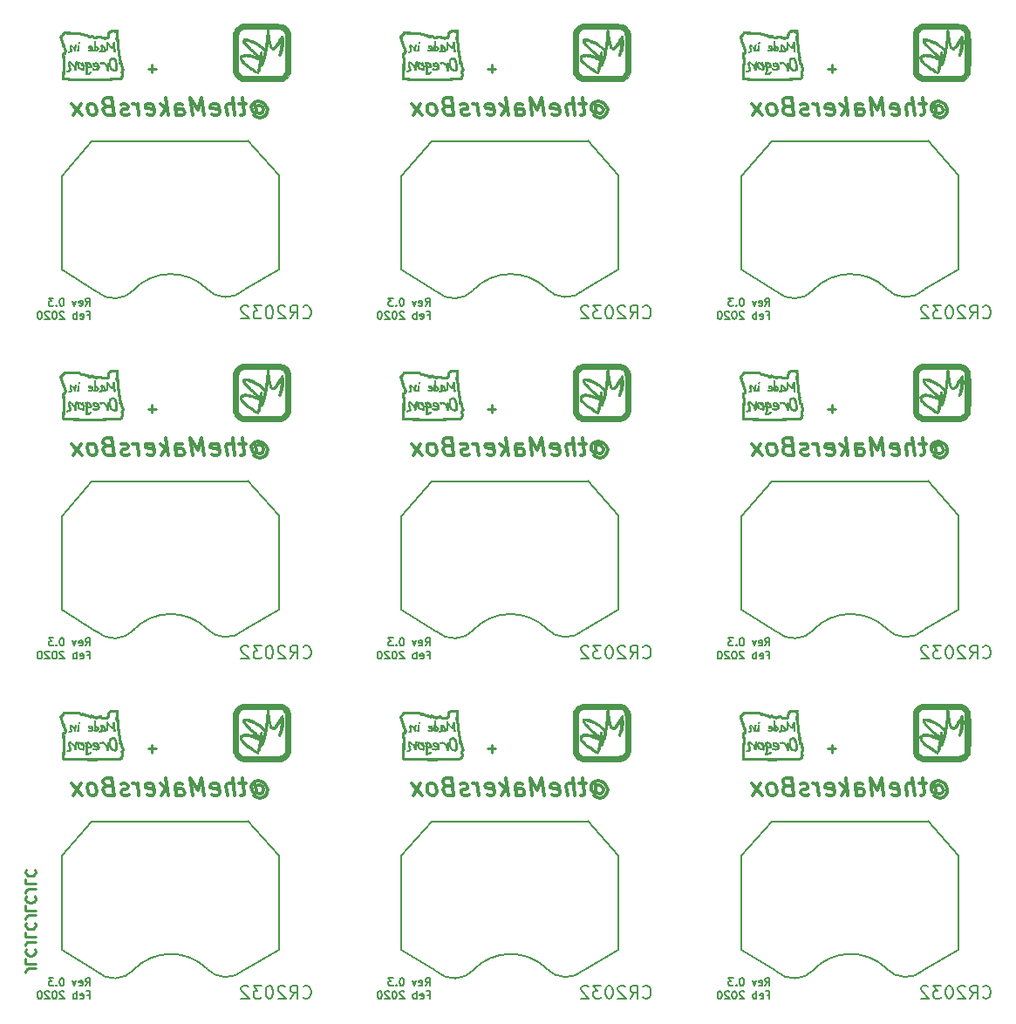
<source format=gbo>
%MOIN*%
%OFA0B0*%
%FSLAX46Y46*%
%IPPOS*%
%LPD*%
%ADD10C,0.0039370078740157488*%
%ADD11C,0.00984251968503937*%
%ADD12C,0.005905511811023622*%
%ADD13C,0.011811023622047244*%
%ADD14C,0.0078740157480314977*%
%ADD15C,0.00010000000000000002*%
%ADD26C,0.0039370078740157488*%
%ADD27C,0.00984251968503937*%
%ADD28C,0.005905511811023622*%
%ADD29C,0.011811023622047244*%
%ADD30C,0.0078740157480314977*%
%ADD31C,0.00010000000000000002*%
%ADD32C,0.0039370078740157488*%
%ADD33C,0.00984251968503937*%
%ADD34C,0.005905511811023622*%
%ADD35C,0.011811023622047244*%
%ADD36C,0.0078740157480314977*%
%ADD37C,0.00010000000000000002*%
%ADD38C,0.0039370078740157488*%
%ADD39C,0.00984251968503937*%
%ADD40C,0.005905511811023622*%
%ADD41C,0.011811023622047244*%
%ADD42C,0.0078740157480314977*%
%ADD43C,0.00010000000000000002*%
%ADD44C,0.0039370078740157488*%
%ADD45C,0.00984251968503937*%
%ADD46C,0.005905511811023622*%
%ADD47C,0.011811023622047244*%
%ADD48C,0.0078740157480314977*%
%ADD49C,0.00010000000000000002*%
%ADD50C,0.0039370078740157488*%
%ADD51C,0.00984251968503937*%
%ADD52C,0.005905511811023622*%
%ADD53C,0.011811023622047244*%
%ADD54C,0.0078740157480314977*%
%ADD55C,0.00010000000000000002*%
%ADD56C,0.0039370078740157488*%
%ADD57C,0.00984251968503937*%
%ADD58C,0.005905511811023622*%
%ADD59C,0.011811023622047244*%
%ADD60C,0.0078740157480314977*%
%ADD61C,0.00010000000000000002*%
%ADD62C,0.0039370078740157488*%
%ADD63C,0.00984251968503937*%
%ADD64C,0.005905511811023622*%
%ADD65C,0.011811023622047244*%
%ADD66C,0.0078740157480314977*%
%ADD67C,0.00010000000000000002*%
%ADD68C,0.0039370078740157488*%
%ADD69C,0.00984251968503937*%
%ADD70C,0.005905511811023622*%
%ADD71C,0.011811023622047244*%
%ADD72C,0.0078740157480314977*%
%ADD73C,0.00010000000000000002*%
G01*
D10*
D11*
X0000086559Y0000148147D02*
X0000058438Y0000148147D01*
X0000052813Y0000146272D01*
X0000049064Y0000142523D01*
X0000047189Y0000136899D01*
X0000047189Y0000133149D01*
X0000047189Y0000185643D02*
X0000047189Y0000166895D01*
X0000086559Y0000166895D01*
X0000050939Y0000221263D02*
X0000049064Y0000219388D01*
X0000047189Y0000213764D01*
X0000047189Y0000210015D01*
X0000049064Y0000204390D01*
X0000052813Y0000200641D01*
X0000056563Y0000198766D01*
X0000064062Y0000196891D01*
X0000069686Y0000196891D01*
X0000077185Y0000198766D01*
X0000080935Y0000200641D01*
X0000084684Y0000204390D01*
X0000086559Y0000210015D01*
X0000086559Y0000213764D01*
X0000084684Y0000219388D01*
X0000082810Y0000221263D01*
X0000086559Y0000249385D02*
X0000058438Y0000249385D01*
X0000052813Y0000247510D01*
X0000049064Y0000243760D01*
X0000047189Y0000238136D01*
X0000047189Y0000234387D01*
X0000047189Y0000286880D02*
X0000047189Y0000268132D01*
X0000086559Y0000268132D01*
X0000050939Y0000322501D02*
X0000049064Y0000320626D01*
X0000047189Y0000315001D01*
X0000047189Y0000311252D01*
X0000049064Y0000305628D01*
X0000052813Y0000301878D01*
X0000056563Y0000300003D01*
X0000064062Y0000298129D01*
X0000069686Y0000298129D01*
X0000077185Y0000300003D01*
X0000080935Y0000301878D01*
X0000084684Y0000305628D01*
X0000086559Y0000311252D01*
X0000086559Y0000315001D01*
X0000084684Y0000320626D01*
X0000082810Y0000322501D01*
X0000086559Y0000350622D02*
X0000058438Y0000350622D01*
X0000052813Y0000348747D01*
X0000049064Y0000344998D01*
X0000047189Y0000339373D01*
X0000047189Y0000335624D01*
X0000047189Y0000388117D02*
X0000047189Y0000369370D01*
X0000086559Y0000369370D01*
X0000050939Y0000423738D02*
X0000049064Y0000421863D01*
X0000047189Y0000416239D01*
X0000047189Y0000412489D01*
X0000049064Y0000406865D01*
X0000052813Y0000403115D01*
X0000056563Y0000401241D01*
X0000064062Y0000399366D01*
X0000069686Y0000399366D01*
X0000077185Y0000401241D01*
X0000080935Y0000403115D01*
X0000084684Y0000406865D01*
X0000086559Y0000412489D01*
X0000086559Y0000416239D01*
X0000084684Y0000421863D01*
X0000082810Y0000423738D01*
X0000086559Y0000451859D02*
X0000058438Y0000451859D01*
X0000052813Y0000449985D01*
X0000049064Y0000446235D01*
X0000047189Y0000440611D01*
X0000047189Y0000436861D01*
X0000047189Y0000489355D02*
X0000047189Y0000470607D01*
X0000086559Y0000470607D01*
X0000050939Y0000524975D02*
X0000049064Y0000523100D01*
X0000047189Y0000517476D01*
X0000047189Y0000513727D01*
X0000049064Y0000508102D01*
X0000052813Y0000504353D01*
X0000056563Y0000502478D01*
X0000064062Y0000500603D01*
X0000069686Y0000500603D01*
X0000077185Y0000502478D01*
X0000080935Y0000504353D01*
X0000084684Y0000508102D01*
X0000086559Y0000513727D01*
X0000086559Y0000517476D01*
X0000084684Y0000523100D01*
X0000082810Y0000524975D01*
X0000544997Y0000987187D02*
X0000515001Y0000987187D01*
X0000529999Y0000972189D02*
X0000529999Y0001002186D01*
D12*
X0000276096Y0000081740D02*
X0000285939Y0000095801D01*
X0000292969Y0000081740D02*
X0000292969Y0000111268D01*
X0000281720Y0000111268D01*
X0000278908Y0000109862D01*
X0000277502Y0000108456D01*
X0000276096Y0000105644D01*
X0000276096Y0000101425D01*
X0000277502Y0000098613D01*
X0000278908Y0000097207D01*
X0000281720Y0000095801D01*
X0000292969Y0000095801D01*
X0000252193Y0000083146D02*
X0000255005Y0000081740D01*
X0000260629Y0000081740D01*
X0000263441Y0000083146D01*
X0000264847Y0000085959D01*
X0000264847Y0000097207D01*
X0000263441Y0000100019D01*
X0000260629Y0000101425D01*
X0000255005Y0000101425D01*
X0000252193Y0000100019D01*
X0000250787Y0000097207D01*
X0000250787Y0000094395D01*
X0000264847Y0000091583D01*
X0000240944Y0000101425D02*
X0000233914Y0000081740D01*
X0000226883Y0000101425D01*
X0000187513Y0000111268D02*
X0000184701Y0000111268D01*
X0000181889Y0000109862D01*
X0000180483Y0000108456D01*
X0000179077Y0000105644D01*
X0000177671Y0000100019D01*
X0000177671Y0000092989D01*
X0000179077Y0000087365D01*
X0000180483Y0000084552D01*
X0000181889Y0000083146D01*
X0000184701Y0000081740D01*
X0000187513Y0000081740D01*
X0000190325Y0000083146D01*
X0000191732Y0000084552D01*
X0000193138Y0000087365D01*
X0000194544Y0000092989D01*
X0000194544Y0000100019D01*
X0000193138Y0000105644D01*
X0000191732Y0000108456D01*
X0000190325Y0000109862D01*
X0000187513Y0000111268D01*
X0000165016Y0000084552D02*
X0000163610Y0000083146D01*
X0000165016Y0000081740D01*
X0000166422Y0000083146D01*
X0000165016Y0000084552D01*
X0000165016Y0000081740D01*
X0000153768Y0000111268D02*
X0000135489Y0000111268D01*
X0000145331Y0000100019D01*
X0000141113Y0000100019D01*
X0000138301Y0000098613D01*
X0000136895Y0000097207D01*
X0000135489Y0000094395D01*
X0000135489Y0000087365D01*
X0000136895Y0000084552D01*
X0000138301Y0000083146D01*
X0000141113Y0000081740D01*
X0000149549Y0000081740D01*
X0000152361Y0000083146D01*
X0000153768Y0000084552D01*
X0000283126Y0000047010D02*
X0000292969Y0000047010D01*
X0000292969Y0000031543D02*
X0000292969Y0000061071D01*
X0000278908Y0000061071D01*
X0000256411Y0000032950D02*
X0000259223Y0000031543D01*
X0000264847Y0000031543D01*
X0000267660Y0000032950D01*
X0000269066Y0000035762D01*
X0000269066Y0000047010D01*
X0000267660Y0000049822D01*
X0000264847Y0000051228D01*
X0000259223Y0000051228D01*
X0000256411Y0000049822D01*
X0000255005Y0000047010D01*
X0000255005Y0000044198D01*
X0000269066Y0000041386D01*
X0000242350Y0000031543D02*
X0000242350Y0000061071D01*
X0000242350Y0000049822D02*
X0000239538Y0000051228D01*
X0000233914Y0000051228D01*
X0000231102Y0000049822D01*
X0000229696Y0000048416D01*
X0000228290Y0000045604D01*
X0000228290Y0000037168D01*
X0000229696Y0000034356D01*
X0000231102Y0000032950D01*
X0000233914Y0000031543D01*
X0000239538Y0000031543D01*
X0000242350Y0000032950D01*
X0000194544Y0000058259D02*
X0000193138Y0000059665D01*
X0000190326Y0000061071D01*
X0000183295Y0000061071D01*
X0000180483Y0000059665D01*
X0000179077Y0000058259D01*
X0000177671Y0000055447D01*
X0000177671Y0000052635D01*
X0000179077Y0000048416D01*
X0000195950Y0000031543D01*
X0000177671Y0000031543D01*
X0000159392Y0000061071D02*
X0000156580Y0000061071D01*
X0000153768Y0000059665D01*
X0000152362Y0000058259D01*
X0000150955Y0000055447D01*
X0000149549Y0000049822D01*
X0000149549Y0000042792D01*
X0000150955Y0000037168D01*
X0000152362Y0000034356D01*
X0000153768Y0000032950D01*
X0000156580Y0000031543D01*
X0000159392Y0000031543D01*
X0000162204Y0000032950D01*
X0000163610Y0000034356D01*
X0000165016Y0000037168D01*
X0000166422Y0000042792D01*
X0000166422Y0000049822D01*
X0000165016Y0000055447D01*
X0000163610Y0000058259D01*
X0000162204Y0000059665D01*
X0000159392Y0000061071D01*
X0000138301Y0000058259D02*
X0000136895Y0000059665D01*
X0000134083Y0000061071D01*
X0000127052Y0000061071D01*
X0000124240Y0000059665D01*
X0000122834Y0000058259D01*
X0000121428Y0000055447D01*
X0000121428Y0000052635D01*
X0000122834Y0000048416D01*
X0000139707Y0000031543D01*
X0000121428Y0000031543D01*
X0000103149Y0000061071D02*
X0000100337Y0000061071D01*
X0000097525Y0000059665D01*
X0000096119Y0000058259D01*
X0000094712Y0000055447D01*
X0000093306Y0000049822D01*
X0000093306Y0000042792D01*
X0000094712Y0000037168D01*
X0000096119Y0000034356D01*
X0000097525Y0000032950D01*
X0000100337Y0000031543D01*
X0000103149Y0000031543D01*
X0000105961Y0000032950D01*
X0000107367Y0000034356D01*
X0000108773Y0000037168D01*
X0000110179Y0000042792D01*
X0000110179Y0000049822D01*
X0000108773Y0000055447D01*
X0000107367Y0000058259D01*
X0000105961Y0000059665D01*
X0000103149Y0000061071D01*
D13*
X0000926478Y0000841593D02*
X0000929267Y0000844780D01*
X0000935242Y0000847967D01*
X0000941617Y0000847967D01*
X0000948389Y0000844780D01*
X0000951975Y0000841593D01*
X0000955959Y0000835219D01*
X0000956755Y0000828845D01*
X0000954365Y0000822471D01*
X0000951576Y0000819283D01*
X0000945601Y0000816096D01*
X0000939226Y0000816096D01*
X0000932454Y0000819283D01*
X0000928868Y0000822471D01*
X0000925681Y0000847967D02*
X0000928868Y0000822471D01*
X0000926080Y0000819283D01*
X0000922892Y0000819283D01*
X0000916120Y0000822471D01*
X0000912136Y0000828845D01*
X0000910144Y0000844780D01*
X0000915323Y0000854342D01*
X0000924088Y0000860716D01*
X0000936438Y0000863903D01*
X0000949584Y0000860716D01*
X0000959943Y0000854342D01*
X0000967512Y0000844780D01*
X0000972293Y0000832032D01*
X0000970699Y0000819283D01*
X0000965520Y0000809722D01*
X0000956755Y0000803348D01*
X0000944405Y0000800161D01*
X0000931259Y0000803348D01*
X0000920901Y0000809722D01*
X0000889826Y0000854342D02*
X0000864330Y0000854342D01*
X0000877476Y0000876651D02*
X0000884647Y0000819283D01*
X0000882257Y0000812909D01*
X0000876281Y0000809722D01*
X0000869907Y0000809722D01*
X0000847597Y0000809722D02*
X0000839231Y0000876651D01*
X0000818913Y0000809722D02*
X0000814531Y0000844780D01*
X0000816921Y0000851154D01*
X0000822897Y0000854342D01*
X0000832458Y0000854342D01*
X0000839231Y0000851154D01*
X0000842817Y0000847967D01*
X0000761147Y0000812909D02*
X0000767920Y0000809722D01*
X0000780668Y0000809722D01*
X0000786644Y0000812909D01*
X0000789034Y0000819283D01*
X0000785847Y0000844780D01*
X0000781863Y0000851154D01*
X0000775091Y0000854342D01*
X0000762342Y0000854342D01*
X0000756366Y0000851154D01*
X0000753976Y0000844780D01*
X0000754773Y0000838406D01*
X0000787441Y0000832032D01*
X0000729674Y0000809722D02*
X0000721308Y0000876651D01*
X0000704974Y0000828845D01*
X0000676689Y0000876651D01*
X0000685055Y0000809722D01*
X0000624500Y0000809722D02*
X0000620118Y0000844780D01*
X0000622508Y0000851154D01*
X0000628484Y0000854342D01*
X0000641232Y0000854342D01*
X0000648005Y0000851154D01*
X0000624102Y0000812909D02*
X0000630874Y0000809722D01*
X0000646810Y0000809722D01*
X0000652786Y0000812909D01*
X0000655176Y0000819283D01*
X0000654379Y0000825658D01*
X0000650395Y0000832032D01*
X0000643623Y0000835219D01*
X0000627687Y0000835219D01*
X0000620915Y0000838406D01*
X0000592629Y0000809722D02*
X0000584263Y0000876651D01*
X0000583068Y0000835219D02*
X0000567132Y0000809722D01*
X0000561555Y0000854342D02*
X0000590239Y0000828845D01*
X0000512553Y0000812909D02*
X0000519326Y0000809722D01*
X0000532074Y0000809722D01*
X0000538050Y0000812909D01*
X0000540440Y0000819283D01*
X0000537253Y0000844780D01*
X0000533269Y0000851154D01*
X0000526497Y0000854342D01*
X0000513748Y0000854342D01*
X0000507773Y0000851154D01*
X0000505382Y0000844780D01*
X0000506179Y0000838406D01*
X0000538847Y0000832032D01*
X0000481081Y0000809722D02*
X0000475503Y0000854342D01*
X0000477097Y0000841593D02*
X0000473113Y0000847967D01*
X0000469527Y0000851154D01*
X0000462755Y0000854342D01*
X0000456381Y0000854342D01*
X0000442437Y0000812909D02*
X0000436461Y0000809722D01*
X0000423713Y0000809722D01*
X0000416940Y0000812909D01*
X0000412956Y0000819283D01*
X0000412558Y0000822471D01*
X0000414948Y0000828845D01*
X0000420924Y0000832032D01*
X0000430485Y0000832032D01*
X0000436461Y0000835219D01*
X0000438851Y0000841593D01*
X0000438453Y0000844780D01*
X0000434469Y0000851154D01*
X0000427697Y0000854342D01*
X0000418135Y0000854342D01*
X0000412159Y0000851154D01*
X0000358776Y0000844780D02*
X0000349613Y0000841593D01*
X0000346824Y0000838406D01*
X0000344434Y0000832032D01*
X0000345629Y0000822471D01*
X0000349613Y0000816096D01*
X0000353198Y0000812909D01*
X0000359971Y0000809722D01*
X0000385468Y0000809722D01*
X0000377101Y0000876651D01*
X0000354792Y0000876651D01*
X0000348816Y0000873464D01*
X0000346027Y0000870277D01*
X0000343637Y0000863903D01*
X0000344434Y0000857529D01*
X0000348417Y0000851154D01*
X0000352003Y0000847967D01*
X0000358776Y0000844780D01*
X0000381085Y0000844780D01*
X0000308977Y0000809722D02*
X0000314953Y0000812909D01*
X0000317742Y0000816096D01*
X0000320132Y0000822471D01*
X0000317742Y0000841593D01*
X0000313758Y0000847967D01*
X0000310172Y0000851154D01*
X0000303400Y0000854342D01*
X0000293838Y0000854342D01*
X0000287863Y0000851154D01*
X0000285074Y0000847967D01*
X0000282683Y0000841593D01*
X0000285074Y0000822471D01*
X0000289058Y0000816096D01*
X0000292643Y0000812909D01*
X0000299416Y0000809722D01*
X0000308977Y0000809722D01*
X0000264358Y0000809722D02*
X0000223722Y0000854342D01*
X0000258780Y0000854342D02*
X0000229300Y0000809722D01*
D14*
X0001108111Y0000037424D02*
X0001110455Y0000035080D01*
X0001117485Y0000032737D01*
X0001122172Y0000032737D01*
X0001129203Y0000035080D01*
X0001133889Y0000039767D01*
X0001136233Y0000044454D01*
X0001138576Y0000053828D01*
X0001138576Y0000060858D01*
X0001136233Y0000070232D01*
X0001133889Y0000074919D01*
X0001129203Y0000079606D01*
X0001122172Y0000081949D01*
X0001117485Y0000081949D01*
X0001110455Y0000079606D01*
X0001108111Y0000077262D01*
X0001058899Y0000032737D02*
X0001075303Y0000056171D01*
X0001087020Y0000032737D02*
X0001087020Y0000081949D01*
X0001068273Y0000081949D01*
X0001063586Y0000079606D01*
X0001061242Y0000077262D01*
X0001058899Y0000072576D01*
X0001058899Y0000065545D01*
X0001061242Y0000060858D01*
X0001063586Y0000058515D01*
X0001068273Y0000056171D01*
X0001087020Y0000056171D01*
X0001040151Y0000077262D02*
X0001037808Y0000079606D01*
X0001033121Y0000081949D01*
X0001021403Y0000081949D01*
X0001016717Y0000079606D01*
X0001014373Y0000077262D01*
X0001012030Y0000072576D01*
X0001012030Y0000067889D01*
X0001014373Y0000060858D01*
X0001042495Y0000032737D01*
X0001012030Y0000032737D01*
X0000981565Y0000081949D02*
X0000976878Y0000081949D01*
X0000972191Y0000079606D01*
X0000969847Y0000077262D01*
X0000967504Y0000072576D01*
X0000965161Y0000063202D01*
X0000965161Y0000051484D01*
X0000967504Y0000042111D01*
X0000969847Y0000037424D01*
X0000972191Y0000035080D01*
X0000976878Y0000032737D01*
X0000981565Y0000032737D01*
X0000986252Y0000035080D01*
X0000988595Y0000037424D01*
X0000990939Y0000042111D01*
X0000993282Y0000051484D01*
X0000993282Y0000063202D01*
X0000990939Y0000072576D01*
X0000988595Y0000077262D01*
X0000986252Y0000079606D01*
X0000981565Y0000081949D01*
X0000948756Y0000081949D02*
X0000918291Y0000081949D01*
X0000934696Y0000063202D01*
X0000927665Y0000063202D01*
X0000922978Y0000060858D01*
X0000920635Y0000058515D01*
X0000918291Y0000053828D01*
X0000918291Y0000042111D01*
X0000920635Y0000037424D01*
X0000922978Y0000035080D01*
X0000927665Y0000032737D01*
X0000941726Y0000032737D01*
X0000946413Y0000035080D01*
X0000948756Y0000037424D01*
X0000899544Y0000077262D02*
X0000897200Y0000079606D01*
X0000892513Y0000081949D01*
X0000880796Y0000081949D01*
X0000876109Y0000079606D01*
X0000873766Y0000077262D01*
X0000871422Y0000072576D01*
X0000871422Y0000067889D01*
X0000873766Y0000060858D01*
X0000901887Y0000032737D01*
X0000871422Y0000032737D01*
D15*
G36*
X0000178099Y0001109300D02*
X0000178099Y0001107800D01*
X0000178199Y0001106800D01*
X0000178299Y0001105900D01*
X0000178499Y0001105200D01*
X0000178899Y0001104400D01*
X0000178999Y0001104100D01*
X0000179499Y0001103000D01*
X0000179899Y0001102000D01*
X0000180299Y0001100800D01*
X0000180699Y0001099400D01*
X0000181099Y0001097600D01*
X0000181599Y0001095500D01*
X0000181799Y0001094800D01*
X0000182399Y0001091900D01*
X0000183099Y0001089500D01*
X0000183699Y0001087400D01*
X0000184499Y0001085600D01*
X0000185299Y0001084000D01*
X0000185299Y0001108800D01*
X0000185299Y0001109400D01*
X0000185399Y0001109900D01*
X0000185699Y0001110400D01*
X0000186199Y0001111000D01*
X0000187099Y0001111700D01*
X0000187499Y0001112100D01*
X0000188599Y0001113000D01*
X0000189599Y0001114000D01*
X0000190299Y0001114900D01*
X0000190599Y0001115200D01*
X0000191099Y0001115900D01*
X0000191899Y0001116900D01*
X0000192899Y0001118100D01*
X0000193899Y0001119300D01*
X0000193999Y0001119400D01*
X0000194899Y0001120500D01*
X0000195699Y0001121500D01*
X0000196199Y0001122200D01*
X0000196499Y0001122600D01*
X0000196499Y0001122700D01*
X0000196699Y0001122900D01*
X0000197399Y0001122900D01*
X0000198399Y0001122900D01*
X0000199599Y0001122700D01*
X0000200799Y0001122500D01*
X0000201199Y0001122400D01*
X0000201699Y0001122300D01*
X0000202199Y0001122100D01*
X0000202799Y0001122100D01*
X0000203499Y0001122000D01*
X0000204499Y0001121900D01*
X0000205799Y0001121800D01*
X0000207299Y0001121800D01*
X0000209199Y0001121700D01*
X0000211499Y0001121700D01*
X0000214299Y0001121600D01*
X0000217599Y0001121500D01*
X0000219699Y0001121500D01*
X0000223099Y0001121400D01*
X0000226499Y0001121400D01*
X0000229899Y0001121300D01*
X0000233199Y0001121300D01*
X0000236299Y0001121200D01*
X0000239099Y0001121200D01*
X0000241599Y0001121200D01*
X0000243499Y0001121200D01*
X0000243999Y0001121200D01*
X0000251599Y0001121200D01*
X0000253999Y0001118800D01*
X0000256399Y0001116500D01*
X0000257999Y0001116500D01*
X0000259099Y0001116500D01*
X0000260499Y0001116600D01*
X0000261599Y0001116800D01*
X0000262899Y0001116900D01*
X0000264099Y0001116800D01*
X0000265399Y0001116600D01*
X0000266999Y0001116200D01*
X0000268799Y0001115500D01*
X0000270999Y0001114600D01*
X0000271599Y0001114400D01*
X0000273299Y0001113600D01*
X0000274599Y0001113100D01*
X0000275699Y0001112800D01*
X0000276699Y0001112600D01*
X0000277799Y0001112400D01*
X0000278499Y0001112300D01*
X0000280299Y0001112100D01*
X0000281699Y0001111900D01*
X0000282799Y0001111600D01*
X0000283599Y0001111200D01*
X0000284399Y0001110700D01*
X0000285199Y0001109900D01*
X0000285299Y0001109800D01*
X0000286199Y0001109000D01*
X0000287199Y0001108300D01*
X0000287899Y0001107800D01*
X0000287899Y0001107800D01*
X0000288699Y0001107600D01*
X0000289899Y0001107400D01*
X0000291299Y0001107100D01*
X0000292799Y0001107000D01*
X0000294099Y0001106800D01*
X0000295099Y0001106800D01*
X0000295699Y0001106900D01*
X0000296199Y0001107200D01*
X0000297099Y0001107700D01*
X0000297899Y0001108400D01*
X0000298799Y0001109200D01*
X0000299399Y0001109500D01*
X0000299799Y0001109600D01*
X0000299999Y0001109500D01*
X0000300399Y0001109200D01*
X0000301199Y0001108700D01*
X0000302299Y0001108000D01*
X0000303499Y0001107200D01*
X0000303799Y0001107000D01*
X0000307199Y0001104900D01*
X0000310199Y0001104800D01*
X0000311599Y0001104700D01*
X0000312499Y0001104600D01*
X0000312999Y0001104500D01*
X0000313399Y0001104300D01*
X0000313599Y0001104000D01*
X0000313699Y0001103800D01*
X0000314499Y0001102900D01*
X0000315599Y0001102300D01*
X0000316799Y0001102000D01*
X0000316999Y0001102000D01*
X0000318099Y0001102300D01*
X0000319199Y0001103000D01*
X0000320299Y0001104200D01*
X0000320699Y0001104700D01*
X0000321199Y0001105200D01*
X0000321499Y0001105600D01*
X0000321899Y0001105900D01*
X0000322399Y0001106200D01*
X0000323199Y0001106300D01*
X0000324199Y0001106500D01*
X0000325699Y0001106700D01*
X0000327599Y0001106800D01*
X0000328199Y0001106900D01*
X0000332499Y0001107300D01*
X0000333699Y0001106200D01*
X0000335099Y0001104900D01*
X0000336499Y0001103900D01*
X0000337699Y0001103100D01*
X0000338099Y0001102900D01*
X0000338999Y0001102700D01*
X0000340299Y0001102500D01*
X0000341999Y0001102300D01*
X0000343799Y0001102100D01*
X0000345799Y0001101900D01*
X0000347699Y0001101800D01*
X0000349499Y0001101800D01*
X0000349599Y0001101800D01*
X0000351499Y0001101800D01*
X0000353199Y0001102000D01*
X0000354899Y0001102200D01*
X0000356799Y0001102600D01*
X0000358599Y0001103000D01*
X0000359899Y0001103400D01*
X0000360899Y0001103900D01*
X0000361799Y0001104400D01*
X0000362699Y0001105200D01*
X0000363699Y0001106200D01*
X0000364399Y0001107000D01*
X0000364999Y0001107800D01*
X0000365299Y0001108700D01*
X0000365599Y0001109800D01*
X0000365899Y0001111200D01*
X0000365999Y0001112900D01*
X0000366199Y0001114900D01*
X0000366499Y0001118000D01*
X0000366999Y0001120700D01*
X0000367799Y0001122900D01*
X0000368799Y0001124700D01*
X0000368899Y0001124900D01*
X0000369899Y0001125900D01*
X0000371399Y0001127000D01*
X0000371899Y0001127300D01*
X0000372999Y0001127800D01*
X0000373899Y0001128200D01*
X0000374599Y0001128300D01*
X0000375499Y0001128300D01*
X0000375599Y0001128300D01*
X0000377099Y0001128300D01*
X0000378799Y0001128600D01*
X0000379999Y0001128900D01*
X0000381499Y0001129400D01*
X0000382599Y0001129600D01*
X0000383299Y0001129700D01*
X0000383899Y0001129500D01*
X0000384499Y0001129300D01*
X0000384799Y0001129100D01*
X0000385999Y0001128500D01*
X0000387699Y0001128300D01*
X0000389599Y0001128500D01*
X0000390199Y0001128700D01*
X0000391099Y0001128900D01*
X0000391899Y0001129100D01*
X0000392199Y0001129100D01*
X0000392199Y0001128900D01*
X0000392299Y0001128100D01*
X0000392299Y0001127200D01*
X0000392299Y0001127100D01*
X0000392299Y0001126000D01*
X0000392399Y0001125200D01*
X0000392599Y0001124500D01*
X0000393099Y0001123800D01*
X0000393999Y0001122500D01*
X0000393699Y0001117800D01*
X0000393599Y0001116000D01*
X0000393399Y0001114700D01*
X0000393299Y0001113700D01*
X0000393099Y0001113000D01*
X0000392899Y0001112400D01*
X0000392599Y0001111800D01*
X0000392399Y0001111500D01*
X0000391799Y0001110300D01*
X0000391499Y0001109200D01*
X0000391499Y0001108400D01*
X0000391399Y0001107300D01*
X0000391299Y0001106400D01*
X0000391199Y0001106100D01*
X0000391099Y0001105400D01*
X0000390899Y0001104400D01*
X0000390899Y0001103100D01*
X0000390899Y0001102600D01*
X0000390899Y0001101300D01*
X0000390899Y0001100500D01*
X0000391099Y0001099900D01*
X0000391399Y0001099500D01*
X0000391799Y0001099000D01*
X0000391899Y0001098900D01*
X0000392699Y0001098300D01*
X0000393499Y0001098000D01*
X0000393599Y0001097900D01*
X0000393999Y0001097900D01*
X0000394199Y0001097700D01*
X0000394399Y0001097100D01*
X0000394499Y0001096100D01*
X0000394599Y0001094800D01*
X0000394699Y0001093300D01*
X0000394699Y0001092400D01*
X0000394799Y0001090700D01*
X0000394999Y0001088500D01*
X0000395299Y0001085700D01*
X0000395799Y0001082300D01*
X0000396499Y0001078400D01*
X0000396499Y0001078100D01*
X0000396799Y0001076400D01*
X0000396999Y0001074800D01*
X0000397199Y0001073600D01*
X0000397299Y0001072700D01*
X0000397399Y0001072400D01*
X0000397399Y0001071900D01*
X0000397299Y0001071000D01*
X0000397299Y0001069800D01*
X0000397199Y0001068600D01*
X0000397199Y0001067300D01*
X0000397099Y0001066100D01*
X0000396999Y0001065300D01*
X0000396899Y0001065000D01*
X0000396499Y0001064000D01*
X0000396399Y0001062800D01*
X0000396499Y0001061600D01*
X0000396899Y0001060600D01*
X0000397499Y0001060100D01*
X0000397799Y0001059600D01*
X0000398099Y0001058600D01*
X0000398499Y0001057000D01*
X0000398799Y0001054800D01*
X0000399199Y0001052100D01*
X0000399499Y0001049000D01*
X0000399699Y0001046600D01*
X0000399899Y0001044500D01*
X0000400099Y0001042500D01*
X0000400299Y0001040800D01*
X0000400499Y0001039400D01*
X0000400599Y0001038400D01*
X0000400699Y0001037900D01*
X0000401099Y0001037100D01*
X0000401499Y0001036000D01*
X0000401899Y0001035000D01*
X0000402199Y0001034200D01*
X0000402499Y0001033600D01*
X0000402599Y0001032900D01*
X0000402699Y0001032100D01*
X0000402699Y0001031100D01*
X0000402599Y0001029800D01*
X0000402499Y0001028000D01*
X0000402499Y0001027200D01*
X0000402399Y0001025400D01*
X0000402399Y0001024000D01*
X0000402599Y0001022900D01*
X0000402899Y0001021900D01*
X0000403399Y0001020800D01*
X0000404199Y0001019500D01*
X0000404899Y0001018000D01*
X0000405299Y0001016900D01*
X0000405499Y0001015800D01*
X0000405299Y0001014700D01*
X0000404899Y0001013200D01*
X0000404699Y0001012800D01*
X0000404199Y0001011300D01*
X0000403899Y0001010100D01*
X0000403899Y0001009300D01*
X0000403999Y0001008600D01*
X0000404299Y0001008000D01*
X0000404299Y0001007900D01*
X0000404899Y0001007300D01*
X0000405899Y0001006600D01*
X0000407099Y0001005900D01*
X0000408399Y0001005400D01*
X0000409199Y0001005100D01*
X0000409999Y0001004900D01*
X0000409999Y0001001400D01*
X0000409999Y0000997800D01*
X0000411199Y0000995300D01*
X0000412499Y0000992600D01*
X0000413499Y0000990300D01*
X0000414299Y0000988400D01*
X0000414799Y0000987000D01*
X0000414999Y0000986200D01*
X0000415099Y0000985500D01*
X0000415099Y0000984900D01*
X0000414799Y0000984300D01*
X0000414199Y0000983500D01*
X0000414199Y0000983400D01*
X0000413099Y0000981800D01*
X0000412199Y0000980300D01*
X0000411499Y0000978500D01*
X0000411199Y0000977400D01*
X0000410599Y0000975300D01*
X0000411499Y0000971400D01*
X0000412099Y0000968800D01*
X0000412399Y0000966700D01*
X0000412599Y0000964900D01*
X0000412599Y0000963300D01*
X0000412299Y0000961800D01*
X0000411899Y0000960300D01*
X0000411899Y0000960300D01*
X0000411299Y0000958600D01*
X0000410799Y0000957100D01*
X0000410199Y0000955800D01*
X0000409799Y0000954900D01*
X0000409399Y0000954500D01*
X0000409399Y0000954400D01*
X0000408999Y0000954300D01*
X0000408199Y0000954000D01*
X0000407899Y0000953800D01*
X0000406999Y0000953500D01*
X0000405599Y0000953200D01*
X0000403699Y0000953000D01*
X0000401299Y0000952900D01*
X0000398299Y0000952800D01*
X0000394799Y0000952700D01*
X0000390799Y0000952700D01*
X0000390399Y0000952700D01*
X0000388199Y0000952600D01*
X0000385599Y0000952600D01*
X0000382699Y0000952500D01*
X0000379599Y0000952500D01*
X0000376499Y0000952400D01*
X0000373599Y0000952200D01*
X0000372799Y0000952200D01*
X0000363499Y0000951900D01*
X0000354599Y0000951500D01*
X0000345799Y0000951300D01*
X0000336999Y0000951100D01*
X0000328299Y0000950900D01*
X0000319499Y0000950800D01*
X0000310599Y0000950700D01*
X0000301399Y0000950700D01*
X0000291999Y0000950700D01*
X0000282099Y0000950700D01*
X0000271799Y0000950800D01*
X0000266599Y0000950900D01*
X0000259299Y0000951000D01*
X0000252599Y0000951100D01*
X0000246399Y0000951200D01*
X0000240699Y0000951300D01*
X0000235399Y0000951400D01*
X0000230499Y0000951500D01*
X0000225899Y0000951600D01*
X0000221699Y0000951700D01*
X0000217799Y0000951900D01*
X0000214199Y0000952000D01*
X0000210699Y0000952100D01*
X0000207399Y0000952300D01*
X0000205599Y0000952400D01*
X0000203099Y0000952500D01*
X0000200799Y0000952700D01*
X0000198699Y0000952800D01*
X0000196899Y0000952900D01*
X0000195599Y0000953000D01*
X0000194699Y0000953000D01*
X0000194199Y0000953000D01*
X0000194199Y0000953000D01*
X0000194199Y0000953300D01*
X0000194299Y0000954200D01*
X0000194299Y0000955500D01*
X0000194399Y0000957400D01*
X0000194499Y0000959700D01*
X0000194599Y0000962400D01*
X0000194799Y0000965500D01*
X0000194899Y0000968900D01*
X0000195099Y0000972700D01*
X0000195299Y0000976700D01*
X0000195399Y0000980900D01*
X0000195599Y0000985400D01*
X0000195899Y0000990000D01*
X0000195899Y0000990600D01*
X0000196099Y0000996100D01*
X0000196299Y0001001100D01*
X0000196499Y0001005600D01*
X0000196699Y0001009600D01*
X0000196899Y0001013100D01*
X0000196999Y0001016200D01*
X0000197099Y0001018800D01*
X0000197199Y0001021200D01*
X0000197199Y0001023100D01*
X0000197199Y0001024800D01*
X0000197199Y0001026100D01*
X0000197199Y0001027300D01*
X0000197199Y0001028200D01*
X0000197099Y0001028900D01*
X0000196999Y0001029500D01*
X0000196899Y0001029900D01*
X0000196799Y0001030300D01*
X0000196599Y0001030600D01*
X0000196399Y0001030800D01*
X0000196199Y0001031100D01*
X0000195999Y0001031400D01*
X0000195499Y0001032000D01*
X0000195199Y0001032600D01*
X0000195099Y0001033200D01*
X0000195199Y0001034200D01*
X0000195199Y0001034600D01*
X0000195199Y0001036000D01*
X0000195099Y0001037300D01*
X0000194699Y0001038900D01*
X0000194699Y0001039000D01*
X0000194199Y0001040700D01*
X0000193899Y0001041900D01*
X0000193799Y0001042800D01*
X0000193799Y0001043300D01*
X0000193899Y0001043700D01*
X0000194199Y0001043900D01*
X0000194199Y0001044000D01*
X0000194899Y0001044200D01*
X0000195799Y0001044500D01*
X0000196199Y0001044500D01*
X0000197299Y0001044800D01*
X0000198199Y0001045200D01*
X0000198999Y0001045800D01*
X0000199699Y0001046700D01*
X0000200599Y0001048100D01*
X0000201299Y0001049500D01*
X0000202999Y0001053000D01*
X0000202699Y0001056100D01*
X0000202499Y0001057300D01*
X0000202299Y0001058400D01*
X0000201999Y0001059400D01*
X0000201699Y0001060500D01*
X0000201199Y0001061900D01*
X0000200399Y0001063600D01*
X0000200199Y0001064100D01*
X0000199399Y0001066100D01*
X0000198499Y0001068100D01*
X0000197599Y0001070200D01*
X0000196799Y0001072000D01*
X0000196399Y0001072700D01*
X0000195799Y0001074200D01*
X0000195299Y0001075300D01*
X0000194999Y0001076100D01*
X0000194899Y0001076600D01*
X0000194999Y0001077000D01*
X0000194999Y0001077400D01*
X0000195299Y0001078400D01*
X0000195299Y0001079600D01*
X0000194899Y0001080900D01*
X0000194199Y0001082500D01*
X0000193199Y0001084400D01*
X0000193099Y0001084500D01*
X0000192199Y0001086100D01*
X0000191399Y0001087500D01*
X0000190799Y0001088700D01*
X0000190399Y0001089900D01*
X0000189899Y0001091200D01*
X0000189499Y0001092800D01*
X0000189099Y0001094600D01*
X0000188699Y0001096400D01*
X0000188099Y0001098900D01*
X0000187599Y0001100900D01*
X0000187199Y0001102500D01*
X0000186799Y0001103800D01*
X0000186399Y0001104900D01*
X0000186099Y0001105800D01*
X0000185799Y0001106200D01*
X0000185499Y0001107300D01*
X0000185299Y0001108500D01*
X0000185299Y0001108800D01*
X0000185299Y0001084000D01*
X0000185399Y0001083900D01*
X0000185599Y0001083300D01*
X0000186299Y0001082200D01*
X0000186699Y0001081300D01*
X0000186899Y0001080800D01*
X0000186899Y0001080400D01*
X0000186699Y0001080000D01*
X0000186599Y0001079300D01*
X0000186499Y0001078600D01*
X0000186699Y0001077700D01*
X0000186999Y0001076600D01*
X0000187599Y0001075200D01*
X0000188399Y0001073300D01*
X0000188999Y0001072100D01*
X0000190399Y0001068900D01*
X0000191799Y0001065900D01*
X0000192899Y0001063200D01*
X0000193899Y0001060800D01*
X0000194699Y0001058800D01*
X0000195199Y0001057200D01*
X0000195499Y0001056100D01*
X0000195499Y0001056000D01*
X0000195699Y0001054900D01*
X0000195599Y0001054200D01*
X0000195399Y0001053400D01*
X0000195099Y0001052900D01*
X0000194699Y0001052100D01*
X0000194199Y0001051600D01*
X0000193599Y0001051300D01*
X0000192699Y0001051100D01*
X0000192199Y0001051000D01*
X0000191599Y0001050900D01*
X0000190899Y0001050500D01*
X0000190199Y0001049900D01*
X0000189099Y0001048900D01*
X0000188799Y0001048500D01*
X0000187799Y0001047500D01*
X0000187099Y0001046800D01*
X0000186699Y0001046300D01*
X0000186499Y0001045800D01*
X0000186499Y0001045200D01*
X0000186499Y0001044800D01*
X0000186599Y0001042700D01*
X0000187099Y0001040300D01*
X0000187699Y0001037800D01*
X0000187999Y0001036700D01*
X0000188099Y0001035800D01*
X0000188099Y0001034900D01*
X0000187999Y0001033700D01*
X0000187899Y0001033500D01*
X0000187799Y0001032200D01*
X0000187799Y0001031100D01*
X0000188099Y0001030200D01*
X0000188799Y0001029100D01*
X0000189499Y0001028200D01*
X0000190399Y0001027100D01*
X0000188699Y0000988500D01*
X0000188499Y0000983800D01*
X0000188299Y0000979200D01*
X0000188099Y0000974800D01*
X0000187899Y0000970600D01*
X0000187799Y0000966700D01*
X0000187599Y0000963100D01*
X0000187499Y0000959800D01*
X0000187399Y0000956900D01*
X0000187299Y0000954400D01*
X0000187199Y0000952300D01*
X0000187199Y0000950700D01*
X0000187199Y0000949600D01*
X0000187199Y0000949000D01*
X0000187199Y0000949000D01*
X0000187599Y0000948000D01*
X0000188399Y0000947100D01*
X0000189299Y0000946500D01*
X0000189499Y0000946400D01*
X0000189999Y0000946300D01*
X0000191099Y0000946200D01*
X0000192599Y0000946100D01*
X0000194499Y0000945900D01*
X0000196799Y0000945800D01*
X0000199299Y0000945600D01*
X0000202199Y0000945500D01*
X0000205199Y0000945300D01*
X0000208399Y0000945200D01*
X0000211599Y0000945000D01*
X0000214899Y0000944900D01*
X0000218099Y0000944800D01*
X0000221299Y0000944700D01*
X0000224299Y0000944600D01*
X0000227099Y0000944500D01*
X0000228799Y0000944400D01*
X0000231199Y0000944400D01*
X0000234099Y0000944300D01*
X0000237399Y0000944300D01*
X0000240999Y0000944200D01*
X0000244999Y0000944100D01*
X0000249199Y0000944100D01*
X0000253499Y0000944000D01*
X0000257999Y0000944000D01*
X0000262399Y0000943900D01*
X0000266699Y0000943800D01*
X0000268399Y0000943800D01*
X0000272399Y0000943800D01*
X0000276399Y0000943700D01*
X0000280299Y0000943700D01*
X0000284099Y0000943600D01*
X0000287599Y0000943600D01*
X0000290899Y0000943600D01*
X0000293799Y0000943500D01*
X0000296299Y0000943500D01*
X0000298399Y0000943500D01*
X0000299999Y0000943500D01*
X0000300899Y0000943500D01*
X0000302299Y0000943500D01*
X0000304299Y0000943500D01*
X0000306699Y0000943500D01*
X0000309499Y0000943500D01*
X0000312499Y0000943500D01*
X0000315699Y0000943600D01*
X0000318999Y0000943600D01*
X0000322299Y0000943700D01*
X0000323699Y0000943700D01*
X0000329799Y0000943800D01*
X0000335699Y0000944000D01*
X0000341499Y0000944100D01*
X0000346999Y0000944300D01*
X0000352199Y0000944400D01*
X0000357099Y0000944600D01*
X0000361599Y0000944700D01*
X0000365599Y0000944800D01*
X0000368999Y0000945000D01*
X0000369699Y0000945000D01*
X0000371899Y0000945100D01*
X0000374499Y0000945200D01*
X0000377299Y0000945200D01*
X0000380099Y0000945300D01*
X0000382799Y0000945300D01*
X0000383799Y0000945300D01*
X0000386399Y0000945300D01*
X0000389299Y0000945400D01*
X0000392499Y0000945400D01*
X0000395599Y0000945600D01*
X0000398599Y0000945700D01*
X0000400099Y0000945700D01*
X0000408599Y0000946200D01*
X0000411399Y0000947500D01*
X0000412699Y0000948200D01*
X0000413699Y0000948700D01*
X0000414399Y0000949200D01*
X0000414599Y0000949400D01*
X0000415199Y0000950200D01*
X0000415799Y0000951400D01*
X0000416599Y0000953000D01*
X0000417299Y0000954700D01*
X0000417999Y0000956400D01*
X0000418599Y0000957900D01*
X0000419099Y0000959500D01*
X0000419399Y0000960800D01*
X0000419599Y0000961800D01*
X0000419699Y0000963000D01*
X0000419699Y0000963800D01*
X0000419499Y0000966700D01*
X0000418999Y0000970000D01*
X0000418399Y0000972900D01*
X0000418099Y0000974300D01*
X0000418099Y0000975400D01*
X0000418399Y0000976600D01*
X0000418999Y0000977900D01*
X0000419899Y0000979400D01*
X0000420499Y0000980100D01*
X0000421399Y0000981500D01*
X0000421999Y0000982500D01*
X0000422299Y0000983500D01*
X0000422399Y0000984500D01*
X0000422299Y0000985800D01*
X0000421999Y0000987300D01*
X0000421699Y0000988500D01*
X0000421199Y0000990100D01*
X0000420499Y0000991900D01*
X0000419699Y0000994000D01*
X0000418699Y0000996000D01*
X0000417899Y0000997700D01*
X0000417599Y0000998400D01*
X0000417299Y0000999000D01*
X0000417199Y0000999700D01*
X0000417099Y0001000500D01*
X0000417099Y0001001700D01*
X0000417099Y0001003300D01*
X0000417099Y0001003500D01*
X0000416999Y0001005400D01*
X0000416899Y0001007000D01*
X0000416699Y0001008100D01*
X0000416199Y0001009000D01*
X0000415499Y0001009800D01*
X0000414399Y0001010500D01*
X0000412899Y0001011300D01*
X0000412099Y0001011700D01*
X0000412099Y0001012000D01*
X0000412199Y0001012700D01*
X0000412399Y0001013700D01*
X0000412499Y0001014000D01*
X0000412699Y0001015800D01*
X0000412699Y0001017000D01*
X0000412699Y0001017300D01*
X0000412199Y0001019000D01*
X0000411399Y0001020800D01*
X0000410499Y0001022600D01*
X0000410199Y0001023100D01*
X0000409899Y0001023600D01*
X0000409699Y0001024100D01*
X0000409499Y0001024700D01*
X0000409499Y0001025400D01*
X0000409499Y0001026300D01*
X0000409499Y0001027500D01*
X0000409699Y0001029200D01*
X0000409899Y0001031300D01*
X0000409899Y0001031400D01*
X0000409899Y0001032400D01*
X0000409899Y0001033400D01*
X0000409599Y0001034500D01*
X0000409299Y0001035600D01*
X0000408799Y0001036900D01*
X0000408399Y0001038100D01*
X0000407999Y0001039000D01*
X0000407899Y0001039200D01*
X0000407699Y0001039700D01*
X0000407499Y0001040500D01*
X0000407399Y0001041600D01*
X0000407199Y0001043100D01*
X0000406999Y0001045100D01*
X0000406799Y0001047500D01*
X0000406499Y0001050200D01*
X0000406199Y0001052800D01*
X0000405899Y0001055300D01*
X0000405499Y0001057700D01*
X0000405199Y0001059800D01*
X0000404899Y0001061500D01*
X0000404499Y0001062700D01*
X0000404399Y0001063100D01*
X0000404399Y0001063800D01*
X0000404499Y0001064500D01*
X0000404599Y0001065500D01*
X0000404399Y0001066900D01*
X0000404399Y0001066900D01*
X0000404199Y0001068200D01*
X0000404299Y0001069600D01*
X0000404399Y0001070300D01*
X0000404499Y0001071200D01*
X0000404599Y0001072000D01*
X0000404499Y0001072900D01*
X0000404399Y0001074000D01*
X0000404099Y0001075600D01*
X0000403999Y0001076200D01*
X0000403299Y0001079900D01*
X0000402799Y0001083300D01*
X0000402399Y0001086500D01*
X0000402099Y0001089700D01*
X0000401799Y0001093200D01*
X0000401599Y0001096200D01*
X0000401499Y0001098800D01*
X0000401299Y0001100800D01*
X0000401199Y0001102400D01*
X0000400999Y0001103600D01*
X0000400899Y0001104500D01*
X0000400599Y0001105200D01*
X0000400299Y0001105700D01*
X0000399899Y0001106000D01*
X0000399599Y0001106300D01*
X0000399099Y0001106700D01*
X0000398899Y0001107200D01*
X0000398999Y0001107900D01*
X0000399299Y0001108900D01*
X0000399699Y0001109900D01*
X0000399699Y0001109900D01*
X0000399999Y0001110400D01*
X0000400099Y0001110800D01*
X0000400299Y0001111300D01*
X0000400399Y0001112000D01*
X0000400499Y0001112900D01*
X0000400599Y0001114100D01*
X0000400699Y0001115800D01*
X0000400899Y0001117900D01*
X0000400899Y0001119000D01*
X0000401299Y0001125000D01*
X0000400299Y0001126200D01*
X0000399299Y0001127400D01*
X0000399599Y0001130400D01*
X0000399699Y0001132300D01*
X0000399699Y0001133700D01*
X0000399599Y0001134700D01*
X0000399199Y0001135500D01*
X0000398699Y0001136100D01*
X0000398599Y0001136200D01*
X0000397999Y0001136700D01*
X0000397299Y0001136900D01*
X0000396399Y0001137000D01*
X0000395299Y0001137000D01*
X0000393799Y0001136700D01*
X0000391799Y0001136300D01*
X0000391599Y0001136200D01*
X0000387999Y0001135400D01*
X0000386599Y0001136200D01*
X0000385599Y0001136700D01*
X0000384699Y0001137000D01*
X0000383599Y0001137000D01*
X0000382399Y0001136800D01*
X0000380699Y0001136500D01*
X0000379499Y0001136200D01*
X0000378099Y0001135800D01*
X0000376999Y0001135500D01*
X0000376299Y0001135400D01*
X0000375599Y0001135500D01*
X0000375099Y0001135600D01*
X0000374299Y0001135700D01*
X0000373599Y0001135700D01*
X0000372799Y0001135600D01*
X0000371799Y0001135200D01*
X0000370599Y0001134600D01*
X0000369299Y0001133900D01*
X0000367699Y0001133000D01*
X0000366499Y0001132300D01*
X0000365599Y0001131600D01*
X0000364899Y0001131000D01*
X0000364199Y0001130300D01*
X0000363499Y0001129400D01*
X0000362699Y0001128500D01*
X0000362099Y0001127600D01*
X0000361699Y0001126800D01*
X0000361299Y0001125800D01*
X0000360799Y0001124500D01*
X0000360299Y0001122800D01*
X0000360199Y0001122400D01*
X0000359699Y0001120500D01*
X0000359399Y0001118900D01*
X0000359199Y0001117400D01*
X0000358999Y0001115700D01*
X0000358999Y0001115100D01*
X0000358899Y0001113300D01*
X0000358799Y0001112000D01*
X0000358499Y0001111100D01*
X0000357999Y0001110500D01*
X0000357199Y0001110000D01*
X0000355999Y0001109700D01*
X0000354899Y0001109400D01*
X0000352499Y0001109000D01*
X0000349699Y0001108800D01*
X0000346599Y0001108900D01*
X0000343699Y0001109200D01*
X0000340599Y0001109500D01*
X0000337999Y0001111800D01*
X0000336999Y0001112800D01*
X0000335999Y0001113500D01*
X0000335199Y0001114100D01*
X0000334799Y0001114300D01*
X0000334199Y0001114300D01*
X0000333199Y0001114300D01*
X0000331699Y0001114300D01*
X0000329999Y0001114100D01*
X0000327999Y0001114000D01*
X0000325999Y0001113800D01*
X0000323999Y0001113600D01*
X0000322299Y0001113400D01*
X0000320599Y0001113100D01*
X0000319399Y0001112900D01*
X0000318599Y0001112500D01*
X0000318099Y0001112300D01*
X0000317699Y0001112000D01*
X0000317299Y0001111800D01*
X0000316699Y0001111700D01*
X0000315899Y0001111700D01*
X0000314799Y0001111700D01*
X0000313299Y0001111700D01*
X0000309299Y0001111800D01*
X0000305199Y0001114500D01*
X0000303699Y0001115500D01*
X0000302399Y0001116300D01*
X0000301299Y0001117000D01*
X0000300499Y0001117400D01*
X0000300199Y0001117600D01*
X0000299099Y0001117900D01*
X0000298099Y0001117700D01*
X0000296899Y0001117100D01*
X0000295499Y0001115900D01*
X0000295399Y0001115800D01*
X0000294499Y0001115000D01*
X0000293799Y0001114500D01*
X0000293199Y0001114200D01*
X0000292599Y0001114100D01*
X0000292399Y0001114100D01*
X0000291699Y0001114200D01*
X0000291199Y0001114300D01*
X0000290499Y0001114800D01*
X0000289699Y0001115500D01*
X0000289299Y0001115900D01*
X0000288099Y0001116900D01*
X0000286799Y0001117700D01*
X0000285299Y0001118300D01*
X0000283599Y0001118700D01*
X0000281399Y0001119100D01*
X0000280299Y0001119200D01*
X0000278799Y0001119400D01*
X0000277599Y0001119700D01*
X0000276399Y0001120100D01*
X0000274999Y0001120600D01*
X0000273799Y0001121100D01*
X0000272099Y0001121800D01*
X0000270199Y0001122500D01*
X0000268399Y0001123100D01*
X0000267299Y0001123400D01*
X0000265799Y0001123700D01*
X0000264699Y0001124000D01*
X0000263799Y0001124000D01*
X0000262899Y0001124000D01*
X0000261699Y0001123900D01*
X0000259299Y0001123600D01*
X0000256999Y0001125700D01*
X0000255599Y0001127000D01*
X0000254499Y0001127800D01*
X0000253799Y0001128000D01*
X0000253299Y0001128100D01*
X0000252199Y0001128100D01*
X0000250799Y0001128200D01*
X0000248999Y0001128200D01*
X0000246999Y0001128200D01*
X0000244799Y0001128200D01*
X0000244699Y0001128200D01*
X0000241399Y0001128200D01*
X0000237899Y0001128300D01*
X0000234299Y0001128300D01*
X0000230699Y0001128300D01*
X0000227099Y0001128400D01*
X0000223599Y0001128500D01*
X0000220299Y0001128500D01*
X0000217099Y0001128600D01*
X0000214099Y0001128700D01*
X0000211399Y0001128800D01*
X0000209099Y0001128900D01*
X0000207099Y0001129000D01*
X0000205599Y0001129100D01*
X0000204599Y0001129200D01*
X0000204099Y0001129300D01*
X0000203399Y0001129400D01*
X0000202099Y0001129600D01*
X0000200599Y0001129800D01*
X0000198999Y0001129900D01*
X0000198199Y0001130000D01*
X0000196399Y0001130100D01*
X0000195099Y0001130200D01*
X0000194199Y0001130200D01*
X0000193499Y0001130200D01*
X0000192999Y0001130100D01*
X0000192599Y0001129900D01*
X0000192499Y0001129800D01*
X0000191499Y0001129000D01*
X0000190599Y0001127700D01*
X0000190199Y0001126300D01*
X0000189899Y0001125700D01*
X0000189299Y0001124800D01*
X0000188499Y0001123900D01*
X0000188299Y0001123600D01*
X0000187299Y0001122400D01*
X0000186399Y0001121300D01*
X0000185599Y0001120400D01*
X0000185499Y0001120200D01*
X0000184899Y0001119500D01*
X0000183899Y0001118500D01*
X0000182799Y0001117400D01*
X0000181699Y0001116300D01*
X0000180599Y0001115300D01*
X0000179599Y0001114400D01*
X0000178899Y0001113700D01*
X0000178499Y0001113200D01*
X0000178499Y0001113200D01*
X0000178299Y0001112500D01*
X0000178099Y0001111300D01*
X0000178099Y0001109700D01*
X0000178099Y0001109300D01*
X0000178099Y0001109300D01*
X0000178099Y0001109300D01*
G37*
X0000178099Y0001109300D02*
X0000178099Y0001107800D01*
X0000178199Y0001106800D01*
X0000178299Y0001105900D01*
X0000178499Y0001105200D01*
X0000178899Y0001104400D01*
X0000178999Y0001104100D01*
X0000179499Y0001103000D01*
X0000179899Y0001102000D01*
X0000180299Y0001100800D01*
X0000180699Y0001099400D01*
X0000181099Y0001097600D01*
X0000181599Y0001095500D01*
X0000181799Y0001094800D01*
X0000182399Y0001091900D01*
X0000183099Y0001089500D01*
X0000183699Y0001087400D01*
X0000184499Y0001085600D01*
X0000185299Y0001084000D01*
X0000185299Y0001108800D01*
X0000185299Y0001109400D01*
X0000185399Y0001109900D01*
X0000185699Y0001110400D01*
X0000186199Y0001111000D01*
X0000187099Y0001111700D01*
X0000187499Y0001112100D01*
X0000188599Y0001113000D01*
X0000189599Y0001114000D01*
X0000190299Y0001114900D01*
X0000190599Y0001115200D01*
X0000191099Y0001115900D01*
X0000191899Y0001116900D01*
X0000192899Y0001118100D01*
X0000193899Y0001119300D01*
X0000193999Y0001119400D01*
X0000194899Y0001120500D01*
X0000195699Y0001121500D01*
X0000196199Y0001122200D01*
X0000196499Y0001122600D01*
X0000196499Y0001122700D01*
X0000196699Y0001122900D01*
X0000197399Y0001122900D01*
X0000198399Y0001122900D01*
X0000199599Y0001122700D01*
X0000200799Y0001122500D01*
X0000201199Y0001122400D01*
X0000201699Y0001122300D01*
X0000202199Y0001122100D01*
X0000202799Y0001122100D01*
X0000203499Y0001122000D01*
X0000204499Y0001121900D01*
X0000205799Y0001121800D01*
X0000207299Y0001121800D01*
X0000209199Y0001121700D01*
X0000211499Y0001121700D01*
X0000214299Y0001121600D01*
X0000217599Y0001121500D01*
X0000219699Y0001121500D01*
X0000223099Y0001121400D01*
X0000226499Y0001121400D01*
X0000229899Y0001121300D01*
X0000233199Y0001121300D01*
X0000236299Y0001121200D01*
X0000239099Y0001121200D01*
X0000241599Y0001121200D01*
X0000243499Y0001121200D01*
X0000243999Y0001121200D01*
X0000251599Y0001121200D01*
X0000253999Y0001118800D01*
X0000256399Y0001116500D01*
X0000257999Y0001116500D01*
X0000259099Y0001116500D01*
X0000260499Y0001116600D01*
X0000261599Y0001116800D01*
X0000262899Y0001116900D01*
X0000264099Y0001116800D01*
X0000265399Y0001116600D01*
X0000266999Y0001116200D01*
X0000268799Y0001115500D01*
X0000270999Y0001114600D01*
X0000271599Y0001114400D01*
X0000273299Y0001113600D01*
X0000274599Y0001113100D01*
X0000275699Y0001112800D01*
X0000276699Y0001112600D01*
X0000277799Y0001112400D01*
X0000278499Y0001112300D01*
X0000280299Y0001112100D01*
X0000281699Y0001111900D01*
X0000282799Y0001111600D01*
X0000283599Y0001111200D01*
X0000284399Y0001110700D01*
X0000285199Y0001109900D01*
X0000285299Y0001109800D01*
X0000286199Y0001109000D01*
X0000287199Y0001108300D01*
X0000287899Y0001107800D01*
X0000287899Y0001107800D01*
X0000288699Y0001107600D01*
X0000289899Y0001107400D01*
X0000291299Y0001107100D01*
X0000292799Y0001107000D01*
X0000294099Y0001106800D01*
X0000295099Y0001106800D01*
X0000295699Y0001106900D01*
X0000296199Y0001107200D01*
X0000297099Y0001107700D01*
X0000297899Y0001108400D01*
X0000298799Y0001109200D01*
X0000299399Y0001109500D01*
X0000299799Y0001109600D01*
X0000299999Y0001109500D01*
X0000300399Y0001109200D01*
X0000301199Y0001108700D01*
X0000302299Y0001108000D01*
X0000303499Y0001107200D01*
X0000303799Y0001107000D01*
X0000307199Y0001104900D01*
X0000310199Y0001104800D01*
X0000311599Y0001104700D01*
X0000312499Y0001104600D01*
X0000312999Y0001104500D01*
X0000313399Y0001104300D01*
X0000313599Y0001104000D01*
X0000313699Y0001103800D01*
X0000314499Y0001102900D01*
X0000315599Y0001102300D01*
X0000316799Y0001102000D01*
X0000316999Y0001102000D01*
X0000318099Y0001102300D01*
X0000319199Y0001103000D01*
X0000320299Y0001104200D01*
X0000320699Y0001104700D01*
X0000321199Y0001105200D01*
X0000321499Y0001105600D01*
X0000321899Y0001105900D01*
X0000322399Y0001106200D01*
X0000323199Y0001106300D01*
X0000324199Y0001106500D01*
X0000325699Y0001106700D01*
X0000327599Y0001106800D01*
X0000328199Y0001106900D01*
X0000332499Y0001107300D01*
X0000333699Y0001106200D01*
X0000335099Y0001104900D01*
X0000336499Y0001103900D01*
X0000337699Y0001103100D01*
X0000338099Y0001102900D01*
X0000338999Y0001102700D01*
X0000340299Y0001102500D01*
X0000341999Y0001102300D01*
X0000343799Y0001102100D01*
X0000345799Y0001101900D01*
X0000347699Y0001101800D01*
X0000349499Y0001101800D01*
X0000349599Y0001101800D01*
X0000351499Y0001101800D01*
X0000353199Y0001102000D01*
X0000354899Y0001102200D01*
X0000356799Y0001102600D01*
X0000358599Y0001103000D01*
X0000359899Y0001103400D01*
X0000360899Y0001103900D01*
X0000361799Y0001104400D01*
X0000362699Y0001105200D01*
X0000363699Y0001106200D01*
X0000364399Y0001107000D01*
X0000364999Y0001107800D01*
X0000365299Y0001108700D01*
X0000365599Y0001109800D01*
X0000365899Y0001111200D01*
X0000365999Y0001112900D01*
X0000366199Y0001114900D01*
X0000366499Y0001118000D01*
X0000366999Y0001120700D01*
X0000367799Y0001122900D01*
X0000368799Y0001124700D01*
X0000368899Y0001124900D01*
X0000369899Y0001125900D01*
X0000371399Y0001127000D01*
X0000371899Y0001127300D01*
X0000372999Y0001127800D01*
X0000373899Y0001128200D01*
X0000374599Y0001128300D01*
X0000375499Y0001128300D01*
X0000375599Y0001128300D01*
X0000377099Y0001128300D01*
X0000378799Y0001128600D01*
X0000379999Y0001128900D01*
X0000381499Y0001129400D01*
X0000382599Y0001129600D01*
X0000383299Y0001129700D01*
X0000383899Y0001129500D01*
X0000384499Y0001129300D01*
X0000384799Y0001129100D01*
X0000385999Y0001128500D01*
X0000387699Y0001128300D01*
X0000389599Y0001128500D01*
X0000390199Y0001128700D01*
X0000391099Y0001128900D01*
X0000391899Y0001129100D01*
X0000392199Y0001129100D01*
X0000392199Y0001128900D01*
X0000392299Y0001128100D01*
X0000392299Y0001127200D01*
X0000392299Y0001127100D01*
X0000392299Y0001126000D01*
X0000392399Y0001125200D01*
X0000392599Y0001124500D01*
X0000393099Y0001123800D01*
X0000393999Y0001122500D01*
X0000393699Y0001117800D01*
X0000393599Y0001116000D01*
X0000393399Y0001114700D01*
X0000393299Y0001113700D01*
X0000393099Y0001113000D01*
X0000392899Y0001112400D01*
X0000392599Y0001111800D01*
X0000392399Y0001111500D01*
X0000391799Y0001110300D01*
X0000391499Y0001109200D01*
X0000391499Y0001108400D01*
X0000391399Y0001107300D01*
X0000391299Y0001106400D01*
X0000391199Y0001106100D01*
X0000391099Y0001105400D01*
X0000390899Y0001104400D01*
X0000390899Y0001103100D01*
X0000390899Y0001102600D01*
X0000390899Y0001101300D01*
X0000390899Y0001100500D01*
X0000391099Y0001099900D01*
X0000391399Y0001099500D01*
X0000391799Y0001099000D01*
X0000391899Y0001098900D01*
X0000392699Y0001098300D01*
X0000393499Y0001098000D01*
X0000393599Y0001097900D01*
X0000393999Y0001097900D01*
X0000394199Y0001097700D01*
X0000394399Y0001097100D01*
X0000394499Y0001096100D01*
X0000394599Y0001094800D01*
X0000394699Y0001093300D01*
X0000394699Y0001092400D01*
X0000394799Y0001090700D01*
X0000394999Y0001088500D01*
X0000395299Y0001085700D01*
X0000395799Y0001082300D01*
X0000396499Y0001078400D01*
X0000396499Y0001078100D01*
X0000396799Y0001076400D01*
X0000396999Y0001074800D01*
X0000397199Y0001073600D01*
X0000397299Y0001072700D01*
X0000397399Y0001072400D01*
X0000397399Y0001071900D01*
X0000397299Y0001071000D01*
X0000397299Y0001069800D01*
X0000397199Y0001068600D01*
X0000397199Y0001067300D01*
X0000397099Y0001066100D01*
X0000396999Y0001065300D01*
X0000396899Y0001065000D01*
X0000396499Y0001064000D01*
X0000396399Y0001062800D01*
X0000396499Y0001061600D01*
X0000396899Y0001060600D01*
X0000397499Y0001060100D01*
X0000397799Y0001059600D01*
X0000398099Y0001058600D01*
X0000398499Y0001057000D01*
X0000398799Y0001054800D01*
X0000399199Y0001052100D01*
X0000399499Y0001049000D01*
X0000399699Y0001046600D01*
X0000399899Y0001044500D01*
X0000400099Y0001042500D01*
X0000400299Y0001040800D01*
X0000400499Y0001039400D01*
X0000400599Y0001038400D01*
X0000400699Y0001037900D01*
X0000401099Y0001037100D01*
X0000401499Y0001036000D01*
X0000401899Y0001035000D01*
X0000402199Y0001034200D01*
X0000402499Y0001033600D01*
X0000402599Y0001032900D01*
X0000402699Y0001032100D01*
X0000402699Y0001031100D01*
X0000402599Y0001029800D01*
X0000402499Y0001028000D01*
X0000402499Y0001027200D01*
X0000402399Y0001025400D01*
X0000402399Y0001024000D01*
X0000402599Y0001022900D01*
X0000402899Y0001021900D01*
X0000403399Y0001020800D01*
X0000404199Y0001019500D01*
X0000404899Y0001018000D01*
X0000405299Y0001016900D01*
X0000405499Y0001015800D01*
X0000405299Y0001014700D01*
X0000404899Y0001013200D01*
X0000404699Y0001012800D01*
X0000404199Y0001011300D01*
X0000403899Y0001010100D01*
X0000403899Y0001009300D01*
X0000403999Y0001008600D01*
X0000404299Y0001008000D01*
X0000404299Y0001007900D01*
X0000404899Y0001007300D01*
X0000405899Y0001006600D01*
X0000407099Y0001005900D01*
X0000408399Y0001005400D01*
X0000409199Y0001005100D01*
X0000409999Y0001004900D01*
X0000409999Y0001001400D01*
X0000409999Y0000997800D01*
X0000411199Y0000995300D01*
X0000412499Y0000992600D01*
X0000413499Y0000990300D01*
X0000414299Y0000988400D01*
X0000414799Y0000987000D01*
X0000414999Y0000986200D01*
X0000415099Y0000985500D01*
X0000415099Y0000984900D01*
X0000414799Y0000984300D01*
X0000414199Y0000983500D01*
X0000414199Y0000983400D01*
X0000413099Y0000981800D01*
X0000412199Y0000980300D01*
X0000411499Y0000978500D01*
X0000411199Y0000977400D01*
X0000410599Y0000975300D01*
X0000411499Y0000971400D01*
X0000412099Y0000968800D01*
X0000412399Y0000966700D01*
X0000412599Y0000964900D01*
X0000412599Y0000963300D01*
X0000412299Y0000961800D01*
X0000411899Y0000960300D01*
X0000411899Y0000960300D01*
X0000411299Y0000958600D01*
X0000410799Y0000957100D01*
X0000410199Y0000955800D01*
X0000409799Y0000954900D01*
X0000409399Y0000954500D01*
X0000409399Y0000954400D01*
X0000408999Y0000954300D01*
X0000408199Y0000954000D01*
X0000407899Y0000953800D01*
X0000406999Y0000953500D01*
X0000405599Y0000953200D01*
X0000403699Y0000953000D01*
X0000401299Y0000952900D01*
X0000398299Y0000952800D01*
X0000394799Y0000952700D01*
X0000390799Y0000952700D01*
X0000390399Y0000952700D01*
X0000388199Y0000952600D01*
X0000385599Y0000952600D01*
X0000382699Y0000952500D01*
X0000379599Y0000952500D01*
X0000376499Y0000952400D01*
X0000373599Y0000952200D01*
X0000372799Y0000952200D01*
X0000363499Y0000951900D01*
X0000354599Y0000951500D01*
X0000345799Y0000951300D01*
X0000336999Y0000951100D01*
X0000328299Y0000950900D01*
X0000319499Y0000950800D01*
X0000310599Y0000950700D01*
X0000301399Y0000950700D01*
X0000291999Y0000950700D01*
X0000282099Y0000950700D01*
X0000271799Y0000950800D01*
X0000266599Y0000950900D01*
X0000259299Y0000951000D01*
X0000252599Y0000951100D01*
X0000246399Y0000951200D01*
X0000240699Y0000951300D01*
X0000235399Y0000951400D01*
X0000230499Y0000951500D01*
X0000225899Y0000951600D01*
X0000221699Y0000951700D01*
X0000217799Y0000951900D01*
X0000214199Y0000952000D01*
X0000210699Y0000952100D01*
X0000207399Y0000952300D01*
X0000205599Y0000952400D01*
X0000203099Y0000952500D01*
X0000200799Y0000952700D01*
X0000198699Y0000952800D01*
X0000196899Y0000952900D01*
X0000195599Y0000953000D01*
X0000194699Y0000953000D01*
X0000194199Y0000953000D01*
X0000194199Y0000953000D01*
X0000194199Y0000953300D01*
X0000194299Y0000954200D01*
X0000194299Y0000955500D01*
X0000194399Y0000957400D01*
X0000194499Y0000959700D01*
X0000194599Y0000962400D01*
X0000194799Y0000965500D01*
X0000194899Y0000968900D01*
X0000195099Y0000972700D01*
X0000195299Y0000976700D01*
X0000195399Y0000980900D01*
X0000195599Y0000985400D01*
X0000195899Y0000990000D01*
X0000195899Y0000990600D01*
X0000196099Y0000996100D01*
X0000196299Y0001001100D01*
X0000196499Y0001005600D01*
X0000196699Y0001009600D01*
X0000196899Y0001013100D01*
X0000196999Y0001016200D01*
X0000197099Y0001018800D01*
X0000197199Y0001021200D01*
X0000197199Y0001023100D01*
X0000197199Y0001024800D01*
X0000197199Y0001026100D01*
X0000197199Y0001027300D01*
X0000197199Y0001028200D01*
X0000197099Y0001028900D01*
X0000196999Y0001029500D01*
X0000196899Y0001029900D01*
X0000196799Y0001030300D01*
X0000196599Y0001030600D01*
X0000196399Y0001030800D01*
X0000196199Y0001031100D01*
X0000195999Y0001031400D01*
X0000195499Y0001032000D01*
X0000195199Y0001032600D01*
X0000195099Y0001033200D01*
X0000195199Y0001034200D01*
X0000195199Y0001034600D01*
X0000195199Y0001036000D01*
X0000195099Y0001037300D01*
X0000194699Y0001038900D01*
X0000194699Y0001039000D01*
X0000194199Y0001040700D01*
X0000193899Y0001041900D01*
X0000193799Y0001042800D01*
X0000193799Y0001043300D01*
X0000193899Y0001043700D01*
X0000194199Y0001043900D01*
X0000194199Y0001044000D01*
X0000194899Y0001044200D01*
X0000195799Y0001044500D01*
X0000196199Y0001044500D01*
X0000197299Y0001044800D01*
X0000198199Y0001045200D01*
X0000198999Y0001045800D01*
X0000199699Y0001046700D01*
X0000200599Y0001048100D01*
X0000201299Y0001049500D01*
X0000202999Y0001053000D01*
X0000202699Y0001056100D01*
X0000202499Y0001057300D01*
X0000202299Y0001058400D01*
X0000201999Y0001059400D01*
X0000201699Y0001060500D01*
X0000201199Y0001061900D01*
X0000200399Y0001063600D01*
X0000200199Y0001064100D01*
X0000199399Y0001066100D01*
X0000198499Y0001068100D01*
X0000197599Y0001070200D01*
X0000196799Y0001072000D01*
X0000196399Y0001072700D01*
X0000195799Y0001074200D01*
X0000195299Y0001075300D01*
X0000194999Y0001076100D01*
X0000194899Y0001076600D01*
X0000194999Y0001077000D01*
X0000194999Y0001077400D01*
X0000195299Y0001078400D01*
X0000195299Y0001079600D01*
X0000194899Y0001080900D01*
X0000194199Y0001082500D01*
X0000193199Y0001084400D01*
X0000193099Y0001084500D01*
X0000192199Y0001086100D01*
X0000191399Y0001087500D01*
X0000190799Y0001088700D01*
X0000190399Y0001089900D01*
X0000189899Y0001091200D01*
X0000189499Y0001092800D01*
X0000189099Y0001094600D01*
X0000188699Y0001096400D01*
X0000188099Y0001098900D01*
X0000187599Y0001100900D01*
X0000187199Y0001102500D01*
X0000186799Y0001103800D01*
X0000186399Y0001104900D01*
X0000186099Y0001105800D01*
X0000185799Y0001106200D01*
X0000185499Y0001107300D01*
X0000185299Y0001108500D01*
X0000185299Y0001108800D01*
X0000185299Y0001084000D01*
X0000185399Y0001083900D01*
X0000185599Y0001083300D01*
X0000186299Y0001082200D01*
X0000186699Y0001081300D01*
X0000186899Y0001080800D01*
X0000186899Y0001080400D01*
X0000186699Y0001080000D01*
X0000186599Y0001079300D01*
X0000186499Y0001078600D01*
X0000186699Y0001077700D01*
X0000186999Y0001076600D01*
X0000187599Y0001075200D01*
X0000188399Y0001073300D01*
X0000188999Y0001072100D01*
X0000190399Y0001068900D01*
X0000191799Y0001065900D01*
X0000192899Y0001063200D01*
X0000193899Y0001060800D01*
X0000194699Y0001058800D01*
X0000195199Y0001057200D01*
X0000195499Y0001056100D01*
X0000195499Y0001056000D01*
X0000195699Y0001054900D01*
X0000195599Y0001054200D01*
X0000195399Y0001053400D01*
X0000195099Y0001052900D01*
X0000194699Y0001052100D01*
X0000194199Y0001051600D01*
X0000193599Y0001051300D01*
X0000192699Y0001051100D01*
X0000192199Y0001051000D01*
X0000191599Y0001050900D01*
X0000190899Y0001050500D01*
X0000190199Y0001049900D01*
X0000189099Y0001048900D01*
X0000188799Y0001048500D01*
X0000187799Y0001047500D01*
X0000187099Y0001046800D01*
X0000186699Y0001046300D01*
X0000186499Y0001045800D01*
X0000186499Y0001045200D01*
X0000186499Y0001044800D01*
X0000186599Y0001042700D01*
X0000187099Y0001040300D01*
X0000187699Y0001037800D01*
X0000187999Y0001036700D01*
X0000188099Y0001035800D01*
X0000188099Y0001034900D01*
X0000187999Y0001033700D01*
X0000187899Y0001033500D01*
X0000187799Y0001032200D01*
X0000187799Y0001031100D01*
X0000188099Y0001030200D01*
X0000188799Y0001029100D01*
X0000189499Y0001028200D01*
X0000190399Y0001027100D01*
X0000188699Y0000988500D01*
X0000188499Y0000983800D01*
X0000188299Y0000979200D01*
X0000188099Y0000974800D01*
X0000187899Y0000970600D01*
X0000187799Y0000966700D01*
X0000187599Y0000963100D01*
X0000187499Y0000959800D01*
X0000187399Y0000956900D01*
X0000187299Y0000954400D01*
X0000187199Y0000952300D01*
X0000187199Y0000950700D01*
X0000187199Y0000949600D01*
X0000187199Y0000949000D01*
X0000187199Y0000949000D01*
X0000187599Y0000948000D01*
X0000188399Y0000947100D01*
X0000189299Y0000946500D01*
X0000189499Y0000946400D01*
X0000189999Y0000946300D01*
X0000191099Y0000946200D01*
X0000192599Y0000946100D01*
X0000194499Y0000945900D01*
X0000196799Y0000945800D01*
X0000199299Y0000945600D01*
X0000202199Y0000945500D01*
X0000205199Y0000945300D01*
X0000208399Y0000945200D01*
X0000211599Y0000945000D01*
X0000214899Y0000944900D01*
X0000218099Y0000944800D01*
X0000221299Y0000944700D01*
X0000224299Y0000944600D01*
X0000227099Y0000944500D01*
X0000228799Y0000944400D01*
X0000231199Y0000944400D01*
X0000234099Y0000944300D01*
X0000237399Y0000944300D01*
X0000240999Y0000944200D01*
X0000244999Y0000944100D01*
X0000249199Y0000944100D01*
X0000253499Y0000944000D01*
X0000257999Y0000944000D01*
X0000262399Y0000943900D01*
X0000266699Y0000943800D01*
X0000268399Y0000943800D01*
X0000272399Y0000943800D01*
X0000276399Y0000943700D01*
X0000280299Y0000943700D01*
X0000284099Y0000943600D01*
X0000287599Y0000943600D01*
X0000290899Y0000943600D01*
X0000293799Y0000943500D01*
X0000296299Y0000943500D01*
X0000298399Y0000943500D01*
X0000299999Y0000943500D01*
X0000300899Y0000943500D01*
X0000302299Y0000943500D01*
X0000304299Y0000943500D01*
X0000306699Y0000943500D01*
X0000309499Y0000943500D01*
X0000312499Y0000943500D01*
X0000315699Y0000943600D01*
X0000318999Y0000943600D01*
X0000322299Y0000943700D01*
X0000323699Y0000943700D01*
X0000329799Y0000943800D01*
X0000335699Y0000944000D01*
X0000341499Y0000944100D01*
X0000346999Y0000944300D01*
X0000352199Y0000944400D01*
X0000357099Y0000944600D01*
X0000361599Y0000944700D01*
X0000365599Y0000944800D01*
X0000368999Y0000945000D01*
X0000369699Y0000945000D01*
X0000371899Y0000945100D01*
X0000374499Y0000945200D01*
X0000377299Y0000945200D01*
X0000380099Y0000945300D01*
X0000382799Y0000945300D01*
X0000383799Y0000945300D01*
X0000386399Y0000945300D01*
X0000389299Y0000945400D01*
X0000392499Y0000945400D01*
X0000395599Y0000945600D01*
X0000398599Y0000945700D01*
X0000400099Y0000945700D01*
X0000408599Y0000946200D01*
X0000411399Y0000947500D01*
X0000412699Y0000948200D01*
X0000413699Y0000948700D01*
X0000414399Y0000949200D01*
X0000414599Y0000949400D01*
X0000415199Y0000950200D01*
X0000415799Y0000951400D01*
X0000416599Y0000953000D01*
X0000417299Y0000954700D01*
X0000417999Y0000956400D01*
X0000418599Y0000957900D01*
X0000419099Y0000959500D01*
X0000419399Y0000960800D01*
X0000419599Y0000961800D01*
X0000419699Y0000963000D01*
X0000419699Y0000963800D01*
X0000419499Y0000966700D01*
X0000418999Y0000970000D01*
X0000418399Y0000972900D01*
X0000418099Y0000974300D01*
X0000418099Y0000975400D01*
X0000418399Y0000976600D01*
X0000418999Y0000977900D01*
X0000419899Y0000979400D01*
X0000420499Y0000980100D01*
X0000421399Y0000981500D01*
X0000421999Y0000982500D01*
X0000422299Y0000983500D01*
X0000422399Y0000984500D01*
X0000422299Y0000985800D01*
X0000421999Y0000987300D01*
X0000421699Y0000988500D01*
X0000421199Y0000990100D01*
X0000420499Y0000991900D01*
X0000419699Y0000994000D01*
X0000418699Y0000996000D01*
X0000417899Y0000997700D01*
X0000417599Y0000998400D01*
X0000417299Y0000999000D01*
X0000417199Y0000999700D01*
X0000417099Y0001000500D01*
X0000417099Y0001001700D01*
X0000417099Y0001003300D01*
X0000417099Y0001003500D01*
X0000416999Y0001005400D01*
X0000416899Y0001007000D01*
X0000416699Y0001008100D01*
X0000416199Y0001009000D01*
X0000415499Y0001009800D01*
X0000414399Y0001010500D01*
X0000412899Y0001011300D01*
X0000412099Y0001011700D01*
X0000412099Y0001012000D01*
X0000412199Y0001012700D01*
X0000412399Y0001013700D01*
X0000412499Y0001014000D01*
X0000412699Y0001015800D01*
X0000412699Y0001017000D01*
X0000412699Y0001017300D01*
X0000412199Y0001019000D01*
X0000411399Y0001020800D01*
X0000410499Y0001022600D01*
X0000410199Y0001023100D01*
X0000409899Y0001023600D01*
X0000409699Y0001024100D01*
X0000409499Y0001024700D01*
X0000409499Y0001025400D01*
X0000409499Y0001026300D01*
X0000409499Y0001027500D01*
X0000409699Y0001029200D01*
X0000409899Y0001031300D01*
X0000409899Y0001031400D01*
X0000409899Y0001032400D01*
X0000409899Y0001033400D01*
X0000409599Y0001034500D01*
X0000409299Y0001035600D01*
X0000408799Y0001036900D01*
X0000408399Y0001038100D01*
X0000407999Y0001039000D01*
X0000407899Y0001039200D01*
X0000407699Y0001039700D01*
X0000407499Y0001040500D01*
X0000407399Y0001041600D01*
X0000407199Y0001043100D01*
X0000406999Y0001045100D01*
X0000406799Y0001047500D01*
X0000406499Y0001050200D01*
X0000406199Y0001052800D01*
X0000405899Y0001055300D01*
X0000405499Y0001057700D01*
X0000405199Y0001059800D01*
X0000404899Y0001061500D01*
X0000404499Y0001062700D01*
X0000404399Y0001063100D01*
X0000404399Y0001063800D01*
X0000404499Y0001064500D01*
X0000404599Y0001065500D01*
X0000404399Y0001066900D01*
X0000404399Y0001066900D01*
X0000404199Y0001068200D01*
X0000404299Y0001069600D01*
X0000404399Y0001070300D01*
X0000404499Y0001071200D01*
X0000404599Y0001072000D01*
X0000404499Y0001072900D01*
X0000404399Y0001074000D01*
X0000404099Y0001075600D01*
X0000403999Y0001076200D01*
X0000403299Y0001079900D01*
X0000402799Y0001083300D01*
X0000402399Y0001086500D01*
X0000402099Y0001089700D01*
X0000401799Y0001093200D01*
X0000401599Y0001096200D01*
X0000401499Y0001098800D01*
X0000401299Y0001100800D01*
X0000401199Y0001102400D01*
X0000400999Y0001103600D01*
X0000400899Y0001104500D01*
X0000400599Y0001105200D01*
X0000400299Y0001105700D01*
X0000399899Y0001106000D01*
X0000399599Y0001106300D01*
X0000399099Y0001106700D01*
X0000398899Y0001107200D01*
X0000398999Y0001107900D01*
X0000399299Y0001108900D01*
X0000399699Y0001109900D01*
X0000399699Y0001109900D01*
X0000399999Y0001110400D01*
X0000400099Y0001110800D01*
X0000400299Y0001111300D01*
X0000400399Y0001112000D01*
X0000400499Y0001112900D01*
X0000400599Y0001114100D01*
X0000400699Y0001115800D01*
X0000400899Y0001117900D01*
X0000400899Y0001119000D01*
X0000401299Y0001125000D01*
X0000400299Y0001126200D01*
X0000399299Y0001127400D01*
X0000399599Y0001130400D01*
X0000399699Y0001132300D01*
X0000399699Y0001133700D01*
X0000399599Y0001134700D01*
X0000399199Y0001135500D01*
X0000398699Y0001136100D01*
X0000398599Y0001136200D01*
X0000397999Y0001136700D01*
X0000397299Y0001136900D01*
X0000396399Y0001137000D01*
X0000395299Y0001137000D01*
X0000393799Y0001136700D01*
X0000391799Y0001136300D01*
X0000391599Y0001136200D01*
X0000387999Y0001135400D01*
X0000386599Y0001136200D01*
X0000385599Y0001136700D01*
X0000384699Y0001137000D01*
X0000383599Y0001137000D01*
X0000382399Y0001136800D01*
X0000380699Y0001136500D01*
X0000379499Y0001136200D01*
X0000378099Y0001135800D01*
X0000376999Y0001135500D01*
X0000376299Y0001135400D01*
X0000375599Y0001135500D01*
X0000375099Y0001135600D01*
X0000374299Y0001135700D01*
X0000373599Y0001135700D01*
X0000372799Y0001135600D01*
X0000371799Y0001135200D01*
X0000370599Y0001134600D01*
X0000369299Y0001133900D01*
X0000367699Y0001133000D01*
X0000366499Y0001132300D01*
X0000365599Y0001131600D01*
X0000364899Y0001131000D01*
X0000364199Y0001130300D01*
X0000363499Y0001129400D01*
X0000362699Y0001128500D01*
X0000362099Y0001127600D01*
X0000361699Y0001126800D01*
X0000361299Y0001125800D01*
X0000360799Y0001124500D01*
X0000360299Y0001122800D01*
X0000360199Y0001122400D01*
X0000359699Y0001120500D01*
X0000359399Y0001118900D01*
X0000359199Y0001117400D01*
X0000358999Y0001115700D01*
X0000358999Y0001115100D01*
X0000358899Y0001113300D01*
X0000358799Y0001112000D01*
X0000358499Y0001111100D01*
X0000357999Y0001110500D01*
X0000357199Y0001110000D01*
X0000355999Y0001109700D01*
X0000354899Y0001109400D01*
X0000352499Y0001109000D01*
X0000349699Y0001108800D01*
X0000346599Y0001108900D01*
X0000343699Y0001109200D01*
X0000340599Y0001109500D01*
X0000337999Y0001111800D01*
X0000336999Y0001112800D01*
X0000335999Y0001113500D01*
X0000335199Y0001114100D01*
X0000334799Y0001114300D01*
X0000334199Y0001114300D01*
X0000333199Y0001114300D01*
X0000331699Y0001114300D01*
X0000329999Y0001114100D01*
X0000327999Y0001114000D01*
X0000325999Y0001113800D01*
X0000323999Y0001113600D01*
X0000322299Y0001113400D01*
X0000320599Y0001113100D01*
X0000319399Y0001112900D01*
X0000318599Y0001112500D01*
X0000318099Y0001112300D01*
X0000317699Y0001112000D01*
X0000317299Y0001111800D01*
X0000316699Y0001111700D01*
X0000315899Y0001111700D01*
X0000314799Y0001111700D01*
X0000313299Y0001111700D01*
X0000309299Y0001111800D01*
X0000305199Y0001114500D01*
X0000303699Y0001115500D01*
X0000302399Y0001116300D01*
X0000301299Y0001117000D01*
X0000300499Y0001117400D01*
X0000300199Y0001117600D01*
X0000299099Y0001117900D01*
X0000298099Y0001117700D01*
X0000296899Y0001117100D01*
X0000295499Y0001115900D01*
X0000295399Y0001115800D01*
X0000294499Y0001115000D01*
X0000293799Y0001114500D01*
X0000293199Y0001114200D01*
X0000292599Y0001114100D01*
X0000292399Y0001114100D01*
X0000291699Y0001114200D01*
X0000291199Y0001114300D01*
X0000290499Y0001114800D01*
X0000289699Y0001115500D01*
X0000289299Y0001115900D01*
X0000288099Y0001116900D01*
X0000286799Y0001117700D01*
X0000285299Y0001118300D01*
X0000283599Y0001118700D01*
X0000281399Y0001119100D01*
X0000280299Y0001119200D01*
X0000278799Y0001119400D01*
X0000277599Y0001119700D01*
X0000276399Y0001120100D01*
X0000274999Y0001120600D01*
X0000273799Y0001121100D01*
X0000272099Y0001121800D01*
X0000270199Y0001122500D01*
X0000268399Y0001123100D01*
X0000267299Y0001123400D01*
X0000265799Y0001123700D01*
X0000264699Y0001124000D01*
X0000263799Y0001124000D01*
X0000262899Y0001124000D01*
X0000261699Y0001123900D01*
X0000259299Y0001123600D01*
X0000256999Y0001125700D01*
X0000255599Y0001127000D01*
X0000254499Y0001127800D01*
X0000253799Y0001128000D01*
X0000253299Y0001128100D01*
X0000252199Y0001128100D01*
X0000250799Y0001128200D01*
X0000248999Y0001128200D01*
X0000246999Y0001128200D01*
X0000244799Y0001128200D01*
X0000244699Y0001128200D01*
X0000241399Y0001128200D01*
X0000237899Y0001128300D01*
X0000234299Y0001128300D01*
X0000230699Y0001128300D01*
X0000227099Y0001128400D01*
X0000223599Y0001128500D01*
X0000220299Y0001128500D01*
X0000217099Y0001128600D01*
X0000214099Y0001128700D01*
X0000211399Y0001128800D01*
X0000209099Y0001128900D01*
X0000207099Y0001129000D01*
X0000205599Y0001129100D01*
X0000204599Y0001129200D01*
X0000204099Y0001129300D01*
X0000203399Y0001129400D01*
X0000202099Y0001129600D01*
X0000200599Y0001129800D01*
X0000198999Y0001129900D01*
X0000198199Y0001130000D01*
X0000196399Y0001130100D01*
X0000195099Y0001130200D01*
X0000194199Y0001130200D01*
X0000193499Y0001130200D01*
X0000192999Y0001130100D01*
X0000192599Y0001129900D01*
X0000192499Y0001129800D01*
X0000191499Y0001129000D01*
X0000190599Y0001127700D01*
X0000190199Y0001126300D01*
X0000189899Y0001125700D01*
X0000189299Y0001124800D01*
X0000188499Y0001123900D01*
X0000188299Y0001123600D01*
X0000187299Y0001122400D01*
X0000186399Y0001121300D01*
X0000185599Y0001120400D01*
X0000185499Y0001120200D01*
X0000184899Y0001119500D01*
X0000183899Y0001118500D01*
X0000182799Y0001117400D01*
X0000181699Y0001116300D01*
X0000180599Y0001115300D01*
X0000179599Y0001114400D01*
X0000178899Y0001113700D01*
X0000178499Y0001113200D01*
X0000178499Y0001113200D01*
X0000178299Y0001112500D01*
X0000178099Y0001111300D01*
X0000178099Y0001109700D01*
X0000178099Y0001109300D01*
X0000178099Y0001109300D01*
G36*
X0000273599Y0001012300D02*
X0000273599Y0001011600D01*
X0000273699Y0001011400D01*
X0000273799Y0001010600D01*
X0000274199Y0001009500D01*
X0000274699Y0001008200D01*
X0000275099Y0001007200D01*
X0000275799Y0001005500D01*
X0000276299Y0001004200D01*
X0000276599Y0001003300D01*
X0000276699Y0001002600D01*
X0000276499Y0001002000D01*
X0000276299Y0001001500D01*
X0000275699Y0001000800D01*
X0000275099Y0001000200D01*
X0000274599Y0000999700D01*
X0000274499Y0000999200D01*
X0000274699Y0000998600D01*
X0000275399Y0000997800D01*
X0000275499Y0000997600D01*
X0000276399Y0000996600D01*
X0000276999Y0000995700D01*
X0000277399Y0000994900D01*
X0000277599Y0000993800D01*
X0000277799Y0000992500D01*
X0000277899Y0000990800D01*
X0000277899Y0000990300D01*
X0000277899Y0000988200D01*
X0000277899Y0000986200D01*
X0000277699Y0000984100D01*
X0000277499Y0000981800D01*
X0000277099Y0000979100D01*
X0000276699Y0000976100D01*
X0000276399Y0000974600D01*
X0000276099Y0000972400D01*
X0000275799Y0000970700D01*
X0000275699Y0000969400D01*
X0000275599Y0000968500D01*
X0000275699Y0000967800D01*
X0000275799Y0000967300D01*
X0000275999Y0000966900D01*
X0000275999Y0000966800D01*
X0000276299Y0000966500D01*
X0000276599Y0000966400D01*
X0000277099Y0000966300D01*
X0000277899Y0000966200D01*
X0000279099Y0000966200D01*
X0000279799Y0000966200D01*
X0000281199Y0000966200D01*
X0000281899Y0000966300D01*
X0000281899Y0001002900D01*
X0000282199Y0001004700D01*
X0000282799Y0001006400D01*
X0000283699Y0001007800D01*
X0000283899Y0001008100D01*
X0000284899Y0001008700D01*
X0000286099Y0001008800D01*
X0000287299Y0001008500D01*
X0000288499Y0001007800D01*
X0000289699Y0001006700D01*
X0000290699Y0001005400D01*
X0000291399Y0001003800D01*
X0000291599Y0001003400D01*
X0000291799Y0001002500D01*
X0000291999Y0001001400D01*
X0000292199Y0001000200D01*
X0000292399Y0000999000D01*
X0000292499Y0000997900D01*
X0000292599Y0000997200D01*
X0000292499Y0000996800D01*
X0000292099Y0000996700D01*
X0000291299Y0000996500D01*
X0000290199Y0000996300D01*
X0000288999Y0000996200D01*
X0000287899Y0000996100D01*
X0000286999Y0000996000D01*
X0000286599Y0000996000D01*
X0000285699Y0000996300D01*
X0000284699Y0000996900D01*
X0000284299Y0000997300D01*
X0000283499Y0000998200D01*
X0000282799Y0000999100D01*
X0000282599Y0000999600D01*
X0000281999Y0001001100D01*
X0000281899Y0001002900D01*
X0000281899Y0000966300D01*
X0000282499Y0000966300D01*
X0000283399Y0000966300D01*
X0000283799Y0000966400D01*
X0000285299Y0000966700D01*
X0000286999Y0000967100D01*
X0000288799Y0000967700D01*
X0000290399Y0000968200D01*
X0000291599Y0000968800D01*
X0000291799Y0000968800D01*
X0000293299Y0000969700D01*
X0000294699Y0000970800D01*
X0000295899Y0000972000D01*
X0000296699Y0000973100D01*
X0000297199Y0000974100D01*
X0000297199Y0000975000D01*
X0000297199Y0000975000D01*
X0000296699Y0000975800D01*
X0000295899Y0000976500D01*
X0000295099Y0000976800D01*
X0000295099Y0000976800D01*
X0000294499Y0000976500D01*
X0000293599Y0000975900D01*
X0000292299Y0000974800D01*
X0000292099Y0000974700D01*
X0000290399Y0000973200D01*
X0000288699Y0000972100D01*
X0000286999Y0000971300D01*
X0000285399Y0000970800D01*
X0000284099Y0000970600D01*
X0000282999Y0000970900D01*
X0000282699Y0000971100D01*
X0000282299Y0000971400D01*
X0000282199Y0000971700D01*
X0000282199Y0000972300D01*
X0000282399Y0000973200D01*
X0000282499Y0000973300D01*
X0000282599Y0000974100D01*
X0000282799Y0000975300D01*
X0000282999Y0000976900D01*
X0000283099Y0000978900D01*
X0000283299Y0000981500D01*
X0000283499Y0000984500D01*
X0000283699Y0000988100D01*
X0000283799Y0000989100D01*
X0000283999Y0000992700D01*
X0000289299Y0000992700D01*
X0000291599Y0000992700D01*
X0000293299Y0000992700D01*
X0000294699Y0000992800D01*
X0000295799Y0000993100D01*
X0000296599Y0000993400D01*
X0000297299Y0000994000D01*
X0000297999Y0000994600D01*
X0000298199Y0000994800D01*
X0000298799Y0000995600D01*
X0000298999Y0000996100D01*
X0000298999Y0000996900D01*
X0000298899Y0000997300D01*
X0000298299Y0001000700D01*
X0000297299Y0001003700D01*
X0000295999Y0001006300D01*
X0000294399Y0001008500D01*
X0000293999Y0001008900D01*
X0000292599Y0001010200D01*
X0000291199Y0001011100D01*
X0000289599Y0001011900D01*
X0000288299Y0001012400D01*
X0000286999Y0001012900D01*
X0000285699Y0001013500D01*
X0000285099Y0001013800D01*
X0000283499Y0001014700D01*
X0000282399Y0001013800D01*
X0000281499Y0001013100D01*
X0000280699Y0001012600D01*
X0000279799Y0001012500D01*
X0000278699Y0001012600D01*
X0000277399Y0001012800D01*
X0000276099Y0001013100D01*
X0000275199Y0001013100D01*
X0000274599Y0001013100D01*
X0000274199Y0001013000D01*
X0000273699Y0001012700D01*
X0000273599Y0001012300D01*
X0000273599Y0001012300D01*
X0000273599Y0001012300D01*
G37*
X0000273599Y0001012300D02*
X0000273599Y0001011600D01*
X0000273699Y0001011400D01*
X0000273799Y0001010600D01*
X0000274199Y0001009500D01*
X0000274699Y0001008200D01*
X0000275099Y0001007200D01*
X0000275799Y0001005500D01*
X0000276299Y0001004200D01*
X0000276599Y0001003300D01*
X0000276699Y0001002600D01*
X0000276499Y0001002000D01*
X0000276299Y0001001500D01*
X0000275699Y0001000800D01*
X0000275099Y0001000200D01*
X0000274599Y0000999700D01*
X0000274499Y0000999200D01*
X0000274699Y0000998600D01*
X0000275399Y0000997800D01*
X0000275499Y0000997600D01*
X0000276399Y0000996600D01*
X0000276999Y0000995700D01*
X0000277399Y0000994900D01*
X0000277599Y0000993800D01*
X0000277799Y0000992500D01*
X0000277899Y0000990800D01*
X0000277899Y0000990300D01*
X0000277899Y0000988200D01*
X0000277899Y0000986200D01*
X0000277699Y0000984100D01*
X0000277499Y0000981800D01*
X0000277099Y0000979100D01*
X0000276699Y0000976100D01*
X0000276399Y0000974600D01*
X0000276099Y0000972400D01*
X0000275799Y0000970700D01*
X0000275699Y0000969400D01*
X0000275599Y0000968500D01*
X0000275699Y0000967800D01*
X0000275799Y0000967300D01*
X0000275999Y0000966900D01*
X0000275999Y0000966800D01*
X0000276299Y0000966500D01*
X0000276599Y0000966400D01*
X0000277099Y0000966300D01*
X0000277899Y0000966200D01*
X0000279099Y0000966200D01*
X0000279799Y0000966200D01*
X0000281199Y0000966200D01*
X0000281899Y0000966300D01*
X0000281899Y0001002900D01*
X0000282199Y0001004700D01*
X0000282799Y0001006400D01*
X0000283699Y0001007800D01*
X0000283899Y0001008100D01*
X0000284899Y0001008700D01*
X0000286099Y0001008800D01*
X0000287299Y0001008500D01*
X0000288499Y0001007800D01*
X0000289699Y0001006700D01*
X0000290699Y0001005400D01*
X0000291399Y0001003800D01*
X0000291599Y0001003400D01*
X0000291799Y0001002500D01*
X0000291999Y0001001400D01*
X0000292199Y0001000200D01*
X0000292399Y0000999000D01*
X0000292499Y0000997900D01*
X0000292599Y0000997200D01*
X0000292499Y0000996800D01*
X0000292099Y0000996700D01*
X0000291299Y0000996500D01*
X0000290199Y0000996300D01*
X0000288999Y0000996200D01*
X0000287899Y0000996100D01*
X0000286999Y0000996000D01*
X0000286599Y0000996000D01*
X0000285699Y0000996300D01*
X0000284699Y0000996900D01*
X0000284299Y0000997300D01*
X0000283499Y0000998200D01*
X0000282799Y0000999100D01*
X0000282599Y0000999600D01*
X0000281999Y0001001100D01*
X0000281899Y0001002900D01*
X0000281899Y0000966300D01*
X0000282499Y0000966300D01*
X0000283399Y0000966300D01*
X0000283799Y0000966400D01*
X0000285299Y0000966700D01*
X0000286999Y0000967100D01*
X0000288799Y0000967700D01*
X0000290399Y0000968200D01*
X0000291599Y0000968800D01*
X0000291799Y0000968800D01*
X0000293299Y0000969700D01*
X0000294699Y0000970800D01*
X0000295899Y0000972000D01*
X0000296699Y0000973100D01*
X0000297199Y0000974100D01*
X0000297199Y0000975000D01*
X0000297199Y0000975000D01*
X0000296699Y0000975800D01*
X0000295899Y0000976500D01*
X0000295099Y0000976800D01*
X0000295099Y0000976800D01*
X0000294499Y0000976500D01*
X0000293599Y0000975900D01*
X0000292299Y0000974800D01*
X0000292099Y0000974700D01*
X0000290399Y0000973200D01*
X0000288699Y0000972100D01*
X0000286999Y0000971300D01*
X0000285399Y0000970800D01*
X0000284099Y0000970600D01*
X0000282999Y0000970900D01*
X0000282699Y0000971100D01*
X0000282299Y0000971400D01*
X0000282199Y0000971700D01*
X0000282199Y0000972300D01*
X0000282399Y0000973200D01*
X0000282499Y0000973300D01*
X0000282599Y0000974100D01*
X0000282799Y0000975300D01*
X0000282999Y0000976900D01*
X0000283099Y0000978900D01*
X0000283299Y0000981500D01*
X0000283499Y0000984500D01*
X0000283699Y0000988100D01*
X0000283799Y0000989100D01*
X0000283999Y0000992700D01*
X0000289299Y0000992700D01*
X0000291599Y0000992700D01*
X0000293299Y0000992700D01*
X0000294699Y0000992800D01*
X0000295799Y0000993100D01*
X0000296599Y0000993400D01*
X0000297299Y0000994000D01*
X0000297999Y0000994600D01*
X0000298199Y0000994800D01*
X0000298799Y0000995600D01*
X0000298999Y0000996100D01*
X0000298999Y0000996900D01*
X0000298899Y0000997300D01*
X0000298299Y0001000700D01*
X0000297299Y0001003700D01*
X0000295999Y0001006300D01*
X0000294399Y0001008500D01*
X0000293999Y0001008900D01*
X0000292599Y0001010200D01*
X0000291199Y0001011100D01*
X0000289599Y0001011900D01*
X0000288299Y0001012400D01*
X0000286999Y0001012900D01*
X0000285699Y0001013500D01*
X0000285099Y0001013800D01*
X0000283499Y0001014700D01*
X0000282399Y0001013800D01*
X0000281499Y0001013100D01*
X0000280699Y0001012600D01*
X0000279799Y0001012500D01*
X0000278699Y0001012600D01*
X0000277399Y0001012800D01*
X0000276099Y0001013100D01*
X0000275199Y0001013100D01*
X0000274599Y0001013100D01*
X0000274199Y0001013000D01*
X0000273699Y0001012700D01*
X0000273599Y0001012300D01*
X0000273599Y0001012300D01*
G36*
X0000202399Y0000978800D02*
X0000202699Y0000978400D01*
X0000202699Y0000978300D01*
X0000203399Y0000978000D01*
X0000204499Y0000977800D01*
X0000205899Y0000977700D01*
X0000207499Y0000977800D01*
X0000209099Y0000977900D01*
X0000209799Y0000978100D01*
X0000211599Y0000978500D01*
X0000213499Y0000979100D01*
X0000215199Y0000979900D01*
X0000216599Y0000980700D01*
X0000217499Y0000981300D01*
X0000218099Y0000981800D01*
X0000218399Y0000982300D01*
X0000218599Y0000983100D01*
X0000218799Y0000984100D01*
X0000218899Y0000984400D01*
X0000218999Y0000986600D01*
X0000218799Y0000988800D01*
X0000218299Y0000991300D01*
X0000217399Y0000994100D01*
X0000217199Y0000994800D01*
X0000216099Y0000998000D01*
X0000215299Y0001000800D01*
X0000214799Y0001003300D01*
X0000214599Y0001005600D01*
X0000214599Y0001005900D01*
X0000214699Y0001007800D01*
X0000214999Y0001009300D01*
X0000215499Y0001010200D01*
X0000216299Y0001010600D01*
X0000217299Y0001010400D01*
X0000217499Y0001010400D01*
X0000218199Y0001009900D01*
X0000219299Y0001009100D01*
X0000220499Y0001008100D01*
X0000221799Y0001007000D01*
X0000223099Y0001005800D01*
X0000224299Y0001004700D01*
X0000224599Y0001004300D01*
X0000227499Y0001000900D01*
X0000229799Y0000997300D01*
X0000231599Y0000993700D01*
X0000232799Y0000990000D01*
X0000233199Y0000987500D01*
X0000233399Y0000986300D01*
X0000233699Y0000985200D01*
X0000233999Y0000984500D01*
X0000233999Y0000984500D01*
X0000234299Y0000984100D01*
X0000234599Y0000984000D01*
X0000235199Y0000983900D01*
X0000236099Y0000984000D01*
X0000237299Y0000984200D01*
X0000238699Y0000984400D01*
X0000240199Y0000984700D01*
X0000240399Y0000987900D01*
X0000240499Y0000989600D01*
X0000240499Y0000991600D01*
X0000240599Y0000993500D01*
X0000240599Y0000994300D01*
X0000240599Y0000996200D01*
X0000240699Y0000998100D01*
X0000240899Y0001000000D01*
X0000241099Y0001002100D01*
X0000241499Y0001004600D01*
X0000241899Y0001007400D01*
X0000242199Y0001009200D01*
X0000242499Y0001011000D01*
X0000242699Y0001012600D01*
X0000242899Y0001014000D01*
X0000242999Y0001014900D01*
X0000242999Y0001015400D01*
X0000242999Y0001015500D01*
X0000242599Y0001015800D01*
X0000241899Y0001015900D01*
X0000240899Y0001015700D01*
X0000239899Y0001015200D01*
X0000239099Y0001014600D01*
X0000238399Y0001013800D01*
X0000237799Y0001012700D01*
X0000237199Y0001011200D01*
X0000236599Y0001009300D01*
X0000236099Y0001006800D01*
X0000235999Y0001006600D01*
X0000235499Y0001004500D01*
X0000235199Y0001002800D01*
X0000234799Y0001001600D01*
X0000234599Y0001000800D01*
X0000234399Y0001000300D01*
X0000234199Y0001000100D01*
X0000233999Y0001000000D01*
X0000233999Y0001000000D01*
X0000233699Y0001000200D01*
X0000232999Y0001000800D01*
X0000231999Y0001001600D01*
X0000230799Y0001002700D01*
X0000229399Y0001004000D01*
X0000227899Y0001005500D01*
X0000227799Y0001005600D01*
X0000225199Y0001008100D01*
X0000222999Y0001010100D01*
X0000221199Y0001011800D01*
X0000219599Y0001013100D01*
X0000218199Y0001014100D01*
X0000217099Y0001014800D01*
X0000216099Y0001015200D01*
X0000215199Y0001015400D01*
X0000214299Y0001015300D01*
X0000213399Y0001015100D01*
X0000212499Y0001014600D01*
X0000211699Y0001014100D01*
X0000210699Y0001013400D01*
X0000209999Y0001012700D01*
X0000209599Y0001011700D01*
X0000209299Y0001010500D01*
X0000209199Y0001008900D01*
X0000209099Y0001007100D01*
X0000209199Y0001004400D01*
X0000209399Y0001002100D01*
X0000209899Y0001000100D01*
X0000210599Y0000998000D01*
X0000210899Y0000997200D01*
X0000211799Y0000994800D01*
X0000212499Y0000992400D01*
X0000212899Y0000990100D01*
X0000213199Y0000988000D01*
X0000213099Y0000986100D01*
X0000212899Y0000984900D01*
X0000212599Y0000984200D01*
X0000212099Y0000983600D01*
X0000211299Y0000983000D01*
X0000210199Y0000982500D01*
X0000208699Y0000981900D01*
X0000206999Y0000981300D01*
X0000205599Y0000980800D01*
X0000204399Y0000980300D01*
X0000203399Y0000979800D01*
X0000202999Y0000979500D01*
X0000202499Y0000979100D01*
X0000202399Y0000978800D01*
X0000202399Y0000978800D01*
X0000202399Y0000978800D01*
G37*
X0000202399Y0000978800D02*
X0000202699Y0000978400D01*
X0000202699Y0000978300D01*
X0000203399Y0000978000D01*
X0000204499Y0000977800D01*
X0000205899Y0000977700D01*
X0000207499Y0000977800D01*
X0000209099Y0000977900D01*
X0000209799Y0000978100D01*
X0000211599Y0000978500D01*
X0000213499Y0000979100D01*
X0000215199Y0000979900D01*
X0000216599Y0000980700D01*
X0000217499Y0000981300D01*
X0000218099Y0000981800D01*
X0000218399Y0000982300D01*
X0000218599Y0000983100D01*
X0000218799Y0000984100D01*
X0000218899Y0000984400D01*
X0000218999Y0000986600D01*
X0000218799Y0000988800D01*
X0000218299Y0000991300D01*
X0000217399Y0000994100D01*
X0000217199Y0000994800D01*
X0000216099Y0000998000D01*
X0000215299Y0001000800D01*
X0000214799Y0001003300D01*
X0000214599Y0001005600D01*
X0000214599Y0001005900D01*
X0000214699Y0001007800D01*
X0000214999Y0001009300D01*
X0000215499Y0001010200D01*
X0000216299Y0001010600D01*
X0000217299Y0001010400D01*
X0000217499Y0001010400D01*
X0000218199Y0001009900D01*
X0000219299Y0001009100D01*
X0000220499Y0001008100D01*
X0000221799Y0001007000D01*
X0000223099Y0001005800D01*
X0000224299Y0001004700D01*
X0000224599Y0001004300D01*
X0000227499Y0001000900D01*
X0000229799Y0000997300D01*
X0000231599Y0000993700D01*
X0000232799Y0000990000D01*
X0000233199Y0000987500D01*
X0000233399Y0000986300D01*
X0000233699Y0000985200D01*
X0000233999Y0000984500D01*
X0000233999Y0000984500D01*
X0000234299Y0000984100D01*
X0000234599Y0000984000D01*
X0000235199Y0000983900D01*
X0000236099Y0000984000D01*
X0000237299Y0000984200D01*
X0000238699Y0000984400D01*
X0000240199Y0000984700D01*
X0000240399Y0000987900D01*
X0000240499Y0000989600D01*
X0000240499Y0000991600D01*
X0000240599Y0000993500D01*
X0000240599Y0000994300D01*
X0000240599Y0000996200D01*
X0000240699Y0000998100D01*
X0000240899Y0001000000D01*
X0000241099Y0001002100D01*
X0000241499Y0001004600D01*
X0000241899Y0001007400D01*
X0000242199Y0001009200D01*
X0000242499Y0001011000D01*
X0000242699Y0001012600D01*
X0000242899Y0001014000D01*
X0000242999Y0001014900D01*
X0000242999Y0001015400D01*
X0000242999Y0001015500D01*
X0000242599Y0001015800D01*
X0000241899Y0001015900D01*
X0000240899Y0001015700D01*
X0000239899Y0001015200D01*
X0000239099Y0001014600D01*
X0000238399Y0001013800D01*
X0000237799Y0001012700D01*
X0000237199Y0001011200D01*
X0000236599Y0001009300D01*
X0000236099Y0001006800D01*
X0000235999Y0001006600D01*
X0000235499Y0001004500D01*
X0000235199Y0001002800D01*
X0000234799Y0001001600D01*
X0000234599Y0001000800D01*
X0000234399Y0001000300D01*
X0000234199Y0001000100D01*
X0000233999Y0001000000D01*
X0000233999Y0001000000D01*
X0000233699Y0001000200D01*
X0000232999Y0001000800D01*
X0000231999Y0001001600D01*
X0000230799Y0001002700D01*
X0000229399Y0001004000D01*
X0000227899Y0001005500D01*
X0000227799Y0001005600D01*
X0000225199Y0001008100D01*
X0000222999Y0001010100D01*
X0000221199Y0001011800D01*
X0000219599Y0001013100D01*
X0000218199Y0001014100D01*
X0000217099Y0001014800D01*
X0000216099Y0001015200D01*
X0000215199Y0001015400D01*
X0000214299Y0001015300D01*
X0000213399Y0001015100D01*
X0000212499Y0001014600D01*
X0000211699Y0001014100D01*
X0000210699Y0001013400D01*
X0000209999Y0001012700D01*
X0000209599Y0001011700D01*
X0000209299Y0001010500D01*
X0000209199Y0001008900D01*
X0000209099Y0001007100D01*
X0000209199Y0001004400D01*
X0000209399Y0001002100D01*
X0000209899Y0001000100D01*
X0000210599Y0000998000D01*
X0000210899Y0000997200D01*
X0000211799Y0000994800D01*
X0000212499Y0000992400D01*
X0000212899Y0000990100D01*
X0000213199Y0000988000D01*
X0000213099Y0000986100D01*
X0000212899Y0000984900D01*
X0000212599Y0000984200D01*
X0000212099Y0000983600D01*
X0000211299Y0000983000D01*
X0000210199Y0000982500D01*
X0000208699Y0000981900D01*
X0000206999Y0000981300D01*
X0000205599Y0000980800D01*
X0000204399Y0000980300D01*
X0000203399Y0000979800D01*
X0000202999Y0000979500D01*
X0000202499Y0000979100D01*
X0000202399Y0000978800D01*
X0000202399Y0000978800D01*
G36*
X0000366799Y0001021900D02*
X0000366799Y0001020400D01*
X0000366799Y0001018600D01*
X0000366899Y0001016400D01*
X0000366999Y0001014100D01*
X0000366999Y0001011600D01*
X0000367099Y0001009100D01*
X0000367199Y0001006600D01*
X0000367299Y0001004300D01*
X0000367399Y0001002200D01*
X0000367499Y0001000500D01*
X0000367599Y0000999100D01*
X0000367699Y0000998400D01*
X0000367999Y0000996200D01*
X0000368599Y0000994200D01*
X0000368999Y0000992900D01*
X0000369599Y0000991600D01*
X0000370099Y0000990300D01*
X0000370299Y0000989700D01*
X0000370299Y0001004400D01*
X0000370299Y0001005900D01*
X0000370399Y0001007800D01*
X0000370399Y0001009300D01*
X0000370499Y0001012300D01*
X0000370699Y0001014900D01*
X0000370899Y0001017000D01*
X0000371199Y0001018700D01*
X0000371499Y0001020200D01*
X0000371999Y0001021400D01*
X0000372299Y0001022000D01*
X0000373099Y0001023300D01*
X0000373999Y0001024100D01*
X0000375299Y0001024600D01*
X0000376899Y0001024700D01*
X0000376899Y0001024700D01*
X0000377999Y0001024700D01*
X0000378699Y0001024900D01*
X0000379199Y0001025200D01*
X0000379399Y0001025400D01*
X0000380199Y0001026100D01*
X0000381099Y0001026200D01*
X0000381999Y0001025800D01*
X0000383099Y0001024900D01*
X0000383399Y0001024600D01*
X0000384899Y0001022700D01*
X0000386299Y0001020300D01*
X0000387499Y0001017400D01*
X0000388599Y0001014200D01*
X0000389499Y0001010600D01*
X0000389999Y0001008200D01*
X0000390299Y0001005900D01*
X0000390599Y0001003400D01*
X0000390799Y0001000800D01*
X0000390999Y0000998200D01*
X0000391099Y0000995700D01*
X0000391199Y0000993400D01*
X0000391199Y0000991300D01*
X0000391099Y0000989600D01*
X0000390899Y0000988400D01*
X0000390899Y0000988200D01*
X0000390299Y0000986900D01*
X0000389299Y0000985700D01*
X0000388199Y0000984900D01*
X0000387699Y0000984800D01*
X0000386899Y0000984600D01*
X0000386299Y0000984500D01*
X0000385599Y0000984500D01*
X0000384699Y0000984600D01*
X0000384399Y0000984700D01*
X0000382399Y0000985300D01*
X0000380299Y0000986300D01*
X0000378299Y0000987500D01*
X0000376599Y0000988900D01*
X0000375199Y0000990400D01*
X0000374899Y0000990800D01*
X0000374399Y0000991700D01*
X0000373799Y0000993000D01*
X0000373099Y0000994600D01*
X0000372399Y0000996300D01*
X0000371699Y0000998000D01*
X0000371099Y0000999600D01*
X0000370699Y0001000800D01*
X0000370699Y0001000900D01*
X0000370599Y0001001600D01*
X0000370399Y0001002400D01*
X0000370399Y0001003300D01*
X0000370299Y0001004400D01*
X0000370299Y0000989700D01*
X0000370499Y0000989100D01*
X0000370599Y0000988900D01*
X0000371399Y0000987600D01*
X0000372599Y0000986100D01*
X0000374199Y0000984700D01*
X0000376099Y0000983300D01*
X0000376699Y0000983000D01*
X0000377499Y0000982500D01*
X0000378299Y0000982100D01*
X0000379099Y0000981800D01*
X0000379999Y0000981500D01*
X0000381199Y0000981300D01*
X0000382699Y0000981000D01*
X0000384699Y0000980600D01*
X0000384999Y0000980600D01*
X0000386899Y0000980300D01*
X0000388199Y0000980100D01*
X0000389299Y0000980000D01*
X0000390099Y0000980100D01*
X0000390799Y0000980200D01*
X0000391499Y0000980500D01*
X0000391699Y0000980600D01*
X0000392999Y0000981400D01*
X0000394399Y0000982500D01*
X0000395599Y0000983800D01*
X0000396499Y0000985100D01*
X0000396599Y0000985300D01*
X0000397099Y0000986300D01*
X0000397399Y0000987400D01*
X0000397599Y0000988500D01*
X0000397699Y0000989900D01*
X0000397699Y0000991500D01*
X0000397599Y0000993400D01*
X0000397399Y0000995700D01*
X0000397099Y0000998400D01*
X0000396699Y0001001600D01*
X0000396399Y0001003400D01*
X0000395799Y0001007800D01*
X0000394999Y0001011700D01*
X0000394299Y0001015200D01*
X0000393499Y0001018100D01*
X0000392699Y0001020700D01*
X0000391699Y0001022900D01*
X0000390699Y0001024900D01*
X0000389599Y0001026500D01*
X0000388599Y0001027700D01*
X0000386799Y0001029300D01*
X0000384799Y0001030400D01*
X0000382599Y0001031000D01*
X0000380499Y0001031200D01*
X0000379399Y0001031100D01*
X0000378699Y0001030900D01*
X0000377999Y0001030500D01*
X0000377999Y0001030400D01*
X0000376999Y0001029800D01*
X0000375599Y0001029500D01*
X0000375299Y0001029400D01*
X0000373899Y0001029200D01*
X0000372599Y0001028600D01*
X0000371299Y0001027700D01*
X0000369799Y0001026400D01*
X0000368899Y0001025500D01*
X0000367899Y0001024500D01*
X0000367299Y0001023800D01*
X0000366999Y0001023200D01*
X0000366799Y0001022700D01*
X0000366799Y0001022100D01*
X0000366799Y0001021900D01*
X0000366799Y0001021900D01*
X0000366799Y0001021900D01*
G37*
X0000366799Y0001021900D02*
X0000366799Y0001020400D01*
X0000366799Y0001018600D01*
X0000366899Y0001016400D01*
X0000366999Y0001014100D01*
X0000366999Y0001011600D01*
X0000367099Y0001009100D01*
X0000367199Y0001006600D01*
X0000367299Y0001004300D01*
X0000367399Y0001002200D01*
X0000367499Y0001000500D01*
X0000367599Y0000999100D01*
X0000367699Y0000998400D01*
X0000367999Y0000996200D01*
X0000368599Y0000994200D01*
X0000368999Y0000992900D01*
X0000369599Y0000991600D01*
X0000370099Y0000990300D01*
X0000370299Y0000989700D01*
X0000370299Y0001004400D01*
X0000370299Y0001005900D01*
X0000370399Y0001007800D01*
X0000370399Y0001009300D01*
X0000370499Y0001012300D01*
X0000370699Y0001014900D01*
X0000370899Y0001017000D01*
X0000371199Y0001018700D01*
X0000371499Y0001020200D01*
X0000371999Y0001021400D01*
X0000372299Y0001022000D01*
X0000373099Y0001023300D01*
X0000373999Y0001024100D01*
X0000375299Y0001024600D01*
X0000376899Y0001024700D01*
X0000376899Y0001024700D01*
X0000377999Y0001024700D01*
X0000378699Y0001024900D01*
X0000379199Y0001025200D01*
X0000379399Y0001025400D01*
X0000380199Y0001026100D01*
X0000381099Y0001026200D01*
X0000381999Y0001025800D01*
X0000383099Y0001024900D01*
X0000383399Y0001024600D01*
X0000384899Y0001022700D01*
X0000386299Y0001020300D01*
X0000387499Y0001017400D01*
X0000388599Y0001014200D01*
X0000389499Y0001010600D01*
X0000389999Y0001008200D01*
X0000390299Y0001005900D01*
X0000390599Y0001003400D01*
X0000390799Y0001000800D01*
X0000390999Y0000998200D01*
X0000391099Y0000995700D01*
X0000391199Y0000993400D01*
X0000391199Y0000991300D01*
X0000391099Y0000989600D01*
X0000390899Y0000988400D01*
X0000390899Y0000988200D01*
X0000390299Y0000986900D01*
X0000389299Y0000985700D01*
X0000388199Y0000984900D01*
X0000387699Y0000984800D01*
X0000386899Y0000984600D01*
X0000386299Y0000984500D01*
X0000385599Y0000984500D01*
X0000384699Y0000984600D01*
X0000384399Y0000984700D01*
X0000382399Y0000985300D01*
X0000380299Y0000986300D01*
X0000378299Y0000987500D01*
X0000376599Y0000988900D01*
X0000375199Y0000990400D01*
X0000374899Y0000990800D01*
X0000374399Y0000991700D01*
X0000373799Y0000993000D01*
X0000373099Y0000994600D01*
X0000372399Y0000996300D01*
X0000371699Y0000998000D01*
X0000371099Y0000999600D01*
X0000370699Y0001000800D01*
X0000370699Y0001000900D01*
X0000370599Y0001001600D01*
X0000370399Y0001002400D01*
X0000370399Y0001003300D01*
X0000370299Y0001004400D01*
X0000370299Y0000989700D01*
X0000370499Y0000989100D01*
X0000370599Y0000988900D01*
X0000371399Y0000987600D01*
X0000372599Y0000986100D01*
X0000374199Y0000984700D01*
X0000376099Y0000983300D01*
X0000376699Y0000983000D01*
X0000377499Y0000982500D01*
X0000378299Y0000982100D01*
X0000379099Y0000981800D01*
X0000379999Y0000981500D01*
X0000381199Y0000981300D01*
X0000382699Y0000981000D01*
X0000384699Y0000980600D01*
X0000384999Y0000980600D01*
X0000386899Y0000980300D01*
X0000388199Y0000980100D01*
X0000389299Y0000980000D01*
X0000390099Y0000980100D01*
X0000390799Y0000980200D01*
X0000391499Y0000980500D01*
X0000391699Y0000980600D01*
X0000392999Y0000981400D01*
X0000394399Y0000982500D01*
X0000395599Y0000983800D01*
X0000396499Y0000985100D01*
X0000396599Y0000985300D01*
X0000397099Y0000986300D01*
X0000397399Y0000987400D01*
X0000397599Y0000988500D01*
X0000397699Y0000989900D01*
X0000397699Y0000991500D01*
X0000397599Y0000993400D01*
X0000397399Y0000995700D01*
X0000397099Y0000998400D01*
X0000396699Y0001001600D01*
X0000396399Y0001003400D01*
X0000395799Y0001007800D01*
X0000394999Y0001011700D01*
X0000394299Y0001015200D01*
X0000393499Y0001018100D01*
X0000392699Y0001020700D01*
X0000391699Y0001022900D01*
X0000390699Y0001024900D01*
X0000389599Y0001026500D01*
X0000388599Y0001027700D01*
X0000386799Y0001029300D01*
X0000384799Y0001030400D01*
X0000382599Y0001031000D01*
X0000380499Y0001031200D01*
X0000379399Y0001031100D01*
X0000378699Y0001030900D01*
X0000377999Y0001030500D01*
X0000377999Y0001030400D01*
X0000376999Y0001029800D01*
X0000375599Y0001029500D01*
X0000375299Y0001029400D01*
X0000373899Y0001029200D01*
X0000372599Y0001028600D01*
X0000371299Y0001027700D01*
X0000369799Y0001026400D01*
X0000368899Y0001025500D01*
X0000367899Y0001024500D01*
X0000367299Y0001023800D01*
X0000366999Y0001023200D01*
X0000366799Y0001022700D01*
X0000366799Y0001022100D01*
X0000366799Y0001021900D01*
X0000366799Y0001021900D01*
G36*
X0000330699Y0001010800D02*
X0000330999Y0001010100D01*
X0000331499Y0001009500D01*
X0000332899Y0001008400D01*
X0000334399Y0001007800D01*
X0000336199Y0001007700D01*
X0000338199Y0001008100D01*
X0000338699Y0001008200D01*
X0000340499Y0001008700D01*
X0000342199Y0001008800D01*
X0000343699Y0001008400D01*
X0000345299Y0001007500D01*
X0000346999Y0001006100D01*
X0000348199Y0001005000D01*
X0000350699Y0001002100D01*
X0000352699Y0000999300D01*
X0000354299Y0000996300D01*
X0000355499Y0000993200D01*
X0000356399Y0000989700D01*
X0000356899Y0000987100D01*
X0000357199Y0000985100D01*
X0000357499Y0000983700D01*
X0000357799Y0000982700D01*
X0000358099Y0000982200D01*
X0000358399Y0000982000D01*
X0000358799Y0000981900D01*
X0000359699Y0000981800D01*
X0000360899Y0000981600D01*
X0000361599Y0000981600D01*
X0000364499Y0000981400D01*
X0000364299Y0000982900D01*
X0000364199Y0000983500D01*
X0000364199Y0000984700D01*
X0000364099Y0000986300D01*
X0000363999Y0000988200D01*
X0000363999Y0000990500D01*
X0000363899Y0000992900D01*
X0000363799Y0000995500D01*
X0000363799Y0000996300D01*
X0000363799Y0000998900D01*
X0000363699Y0001001400D01*
X0000363599Y0001003600D01*
X0000363499Y0001005600D01*
X0000363399Y0001007200D01*
X0000363399Y0001008400D01*
X0000363299Y0001009100D01*
X0000363299Y0001009200D01*
X0000362799Y0001010500D01*
X0000362099Y0001011200D01*
X0000361299Y0001011400D01*
X0000360499Y0001011100D01*
X0000359899Y0001010700D01*
X0000359099Y0001009700D01*
X0000358699Y0001008700D01*
X0000358599Y0001007600D01*
X0000358699Y0001006700D01*
X0000358699Y0001005700D01*
X0000358699Y0001004500D01*
X0000358599Y0001003300D01*
X0000358499Y0001002000D01*
X0000358299Y0001001000D01*
X0000358099Y0001000300D01*
X0000357899Y0001000000D01*
X0000357399Y0001000200D01*
X0000356699Y0001000800D01*
X0000355899Y0001001600D01*
X0000354899Y0001002600D01*
X0000354099Y0001003600D01*
X0000353299Y0001004600D01*
X0000352799Y0001005300D01*
X0000352799Y0001005400D01*
X0000351899Y0001006900D01*
X0000350699Y0001008400D01*
X0000349099Y0001009900D01*
X0000347299Y0001011300D01*
X0000345499Y0001012500D01*
X0000343799Y0001013300D01*
X0000343499Y0001013400D01*
X0000341899Y0001013700D01*
X0000339999Y0001013800D01*
X0000337799Y0001013600D01*
X0000335499Y0001013200D01*
X0000334599Y0001012900D01*
X0000332799Y0001012400D01*
X0000331599Y0001011900D01*
X0000330899Y0001011400D01*
X0000330699Y0001010800D01*
X0000330699Y0001010800D01*
X0000330699Y0001010800D01*
G37*
X0000330699Y0001010800D02*
X0000330999Y0001010100D01*
X0000331499Y0001009500D01*
X0000332899Y0001008400D01*
X0000334399Y0001007800D01*
X0000336199Y0001007700D01*
X0000338199Y0001008100D01*
X0000338699Y0001008200D01*
X0000340499Y0001008700D01*
X0000342199Y0001008800D01*
X0000343699Y0001008400D01*
X0000345299Y0001007500D01*
X0000346999Y0001006100D01*
X0000348199Y0001005000D01*
X0000350699Y0001002100D01*
X0000352699Y0000999300D01*
X0000354299Y0000996300D01*
X0000355499Y0000993200D01*
X0000356399Y0000989700D01*
X0000356899Y0000987100D01*
X0000357199Y0000985100D01*
X0000357499Y0000983700D01*
X0000357799Y0000982700D01*
X0000358099Y0000982200D01*
X0000358399Y0000982000D01*
X0000358799Y0000981900D01*
X0000359699Y0000981800D01*
X0000360899Y0000981600D01*
X0000361599Y0000981600D01*
X0000364499Y0000981400D01*
X0000364299Y0000982900D01*
X0000364199Y0000983500D01*
X0000364199Y0000984700D01*
X0000364099Y0000986300D01*
X0000363999Y0000988200D01*
X0000363999Y0000990500D01*
X0000363899Y0000992900D01*
X0000363799Y0000995500D01*
X0000363799Y0000996300D01*
X0000363799Y0000998900D01*
X0000363699Y0001001400D01*
X0000363599Y0001003600D01*
X0000363499Y0001005600D01*
X0000363399Y0001007200D01*
X0000363399Y0001008400D01*
X0000363299Y0001009100D01*
X0000363299Y0001009200D01*
X0000362799Y0001010500D01*
X0000362099Y0001011200D01*
X0000361299Y0001011400D01*
X0000360499Y0001011100D01*
X0000359899Y0001010700D01*
X0000359099Y0001009700D01*
X0000358699Y0001008700D01*
X0000358599Y0001007600D01*
X0000358699Y0001006700D01*
X0000358699Y0001005700D01*
X0000358699Y0001004500D01*
X0000358599Y0001003300D01*
X0000358499Y0001002000D01*
X0000358299Y0001001000D01*
X0000358099Y0001000300D01*
X0000357899Y0001000000D01*
X0000357399Y0001000200D01*
X0000356699Y0001000800D01*
X0000355899Y0001001600D01*
X0000354899Y0001002600D01*
X0000354099Y0001003600D01*
X0000353299Y0001004600D01*
X0000352799Y0001005300D01*
X0000352799Y0001005400D01*
X0000351899Y0001006900D01*
X0000350699Y0001008400D01*
X0000349099Y0001009900D01*
X0000347299Y0001011300D01*
X0000345499Y0001012500D01*
X0000343799Y0001013300D01*
X0000343499Y0001013400D01*
X0000341899Y0001013700D01*
X0000339999Y0001013800D01*
X0000337799Y0001013600D01*
X0000335499Y0001013200D01*
X0000334599Y0001012900D01*
X0000332799Y0001012400D01*
X0000331599Y0001011900D01*
X0000330899Y0001011400D01*
X0000330699Y0001010800D01*
X0000330699Y0001010800D01*
G36*
X0000301499Y0000987200D02*
X0000301499Y0000986600D01*
X0000301799Y0000986200D01*
X0000302499Y0000985700D01*
X0000302599Y0000985600D01*
X0000303999Y0000985100D01*
X0000305799Y0000984600D01*
X0000307899Y0000984200D01*
X0000310199Y0000983900D01*
X0000312599Y0000983700D01*
X0000314999Y0000983600D01*
X0000317199Y0000983700D01*
X0000318999Y0000983900D01*
X0000319599Y0000984000D01*
X0000321899Y0000984700D01*
X0000323999Y0000985700D01*
X0000325799Y0000986900D01*
X0000327099Y0000988200D01*
X0000327699Y0000989200D01*
X0000327999Y0000990100D01*
X0000328099Y0000991400D01*
X0000328199Y0000992700D01*
X0000328299Y0000994200D01*
X0000328199Y0000995700D01*
X0000328099Y0000997000D01*
X0000327899Y0000998000D01*
X0000327599Y0000998700D01*
X0000327299Y0000998800D01*
X0000327099Y0000999100D01*
X0000326799Y0000999700D01*
X0000326599Y0001000600D01*
X0000326499Y0001001400D01*
X0000326499Y0001001800D01*
X0000326299Y0001002600D01*
X0000325899Y0001003800D01*
X0000325199Y0001005000D01*
X0000324499Y0001006300D01*
X0000323699Y0001007300D01*
X0000323599Y0001007300D01*
X0000322699Y0001008200D01*
X0000321499Y0001009200D01*
X0000319999Y0001010200D01*
X0000318599Y0001011100D01*
X0000317299Y0001011700D01*
X0000316799Y0001011900D01*
X0000315999Y0001012000D01*
X0000314899Y0001012000D01*
X0000313499Y0001012000D01*
X0000312599Y0001011900D01*
X0000310499Y0001011800D01*
X0000308899Y0001011600D01*
X0000307699Y0001011400D01*
X0000306799Y0001011000D01*
X0000306099Y0001010600D01*
X0000305799Y0001010300D01*
X0000304699Y0001009100D01*
X0000304099Y0001007700D01*
X0000303899Y0001006000D01*
X0000303899Y0001005200D01*
X0000304199Y0001002800D01*
X0000304999Y0001000900D01*
X0000306199Y0000999400D01*
X0000307699Y0000998200D01*
X0000307699Y0001006300D01*
X0000308199Y0001007200D01*
X0000309099Y0001008000D01*
X0000310299Y0001008500D01*
X0000311699Y0001008800D01*
X0000313299Y0001008700D01*
X0000313899Y0001008500D01*
X0000315199Y0001007900D01*
X0000316499Y0001006800D01*
X0000317799Y0001005400D01*
X0000318999Y0001003700D01*
X0000319899Y0001001900D01*
X0000319999Y0001001500D01*
X0000320299Y0001000500D01*
X0000320399Y0000999800D01*
X0000320199Y0000999300D01*
X0000319699Y0000999000D01*
X0000318699Y0000999000D01*
X0000317299Y0000999200D01*
X0000315399Y0000999600D01*
X0000314499Y0000999700D01*
X0000313199Y0001000100D01*
X0000311999Y0001000500D01*
X0000311099Y0001000800D01*
X0000310799Y0001001000D01*
X0000309999Y0001001700D01*
X0000309199Y0001002700D01*
X0000308399Y0001003800D01*
X0000307899Y0001004800D01*
X0000307799Y0001005200D01*
X0000307699Y0001006300D01*
X0000307699Y0000998200D01*
X0000307799Y0000998200D01*
X0000308999Y0000997700D01*
X0000309799Y0000997400D01*
X0000310599Y0000997100D01*
X0000311399Y0000996900D01*
X0000312499Y0000996700D01*
X0000313899Y0000996400D01*
X0000315699Y0000996100D01*
X0000316399Y0000996000D01*
X0000318499Y0000995600D01*
X0000320099Y0000995200D01*
X0000321199Y0000994600D01*
X0000321799Y0000994000D01*
X0000321899Y0000993200D01*
X0000321599Y0000992300D01*
X0000321599Y0000992200D01*
X0000320699Y0000991000D01*
X0000319299Y0000989900D01*
X0000317499Y0000988900D01*
X0000315599Y0000988300D01*
X0000313399Y0000988000D01*
X0000310899Y0000988000D01*
X0000307999Y0000988400D01*
X0000307399Y0000988500D01*
X0000305899Y0000988800D01*
X0000304899Y0000989000D01*
X0000304199Y0000989000D01*
X0000303699Y0000989000D01*
X0000303199Y0000988900D01*
X0000302699Y0000988600D01*
X0000301999Y0000988200D01*
X0000301599Y0000987600D01*
X0000301499Y0000987200D01*
X0000301499Y0000987200D01*
X0000301499Y0000987200D01*
G37*
X0000301499Y0000987200D02*
X0000301499Y0000986600D01*
X0000301799Y0000986200D01*
X0000302499Y0000985700D01*
X0000302599Y0000985600D01*
X0000303999Y0000985100D01*
X0000305799Y0000984600D01*
X0000307899Y0000984200D01*
X0000310199Y0000983900D01*
X0000312599Y0000983700D01*
X0000314999Y0000983600D01*
X0000317199Y0000983700D01*
X0000318999Y0000983900D01*
X0000319599Y0000984000D01*
X0000321899Y0000984700D01*
X0000323999Y0000985700D01*
X0000325799Y0000986900D01*
X0000327099Y0000988200D01*
X0000327699Y0000989200D01*
X0000327999Y0000990100D01*
X0000328099Y0000991400D01*
X0000328199Y0000992700D01*
X0000328299Y0000994200D01*
X0000328199Y0000995700D01*
X0000328099Y0000997000D01*
X0000327899Y0000998000D01*
X0000327599Y0000998700D01*
X0000327299Y0000998800D01*
X0000327099Y0000999100D01*
X0000326799Y0000999700D01*
X0000326599Y0001000600D01*
X0000326499Y0001001400D01*
X0000326499Y0001001800D01*
X0000326299Y0001002600D01*
X0000325899Y0001003800D01*
X0000325199Y0001005000D01*
X0000324499Y0001006300D01*
X0000323699Y0001007300D01*
X0000323599Y0001007300D01*
X0000322699Y0001008200D01*
X0000321499Y0001009200D01*
X0000319999Y0001010200D01*
X0000318599Y0001011100D01*
X0000317299Y0001011700D01*
X0000316799Y0001011900D01*
X0000315999Y0001012000D01*
X0000314899Y0001012000D01*
X0000313499Y0001012000D01*
X0000312599Y0001011900D01*
X0000310499Y0001011800D01*
X0000308899Y0001011600D01*
X0000307699Y0001011400D01*
X0000306799Y0001011000D01*
X0000306099Y0001010600D01*
X0000305799Y0001010300D01*
X0000304699Y0001009100D01*
X0000304099Y0001007700D01*
X0000303899Y0001006000D01*
X0000303899Y0001005200D01*
X0000304199Y0001002800D01*
X0000304999Y0001000900D01*
X0000306199Y0000999400D01*
X0000307699Y0000998200D01*
X0000307699Y0001006300D01*
X0000308199Y0001007200D01*
X0000309099Y0001008000D01*
X0000310299Y0001008500D01*
X0000311699Y0001008800D01*
X0000313299Y0001008700D01*
X0000313899Y0001008500D01*
X0000315199Y0001007900D01*
X0000316499Y0001006800D01*
X0000317799Y0001005400D01*
X0000318999Y0001003700D01*
X0000319899Y0001001900D01*
X0000319999Y0001001500D01*
X0000320299Y0001000500D01*
X0000320399Y0000999800D01*
X0000320199Y0000999300D01*
X0000319699Y0000999000D01*
X0000318699Y0000999000D01*
X0000317299Y0000999200D01*
X0000315399Y0000999600D01*
X0000314499Y0000999700D01*
X0000313199Y0001000100D01*
X0000311999Y0001000500D01*
X0000311099Y0001000800D01*
X0000310799Y0001001000D01*
X0000309999Y0001001700D01*
X0000309199Y0001002700D01*
X0000308399Y0001003800D01*
X0000307899Y0001004800D01*
X0000307799Y0001005200D01*
X0000307699Y0001006300D01*
X0000307699Y0000998200D01*
X0000307799Y0000998200D01*
X0000308999Y0000997700D01*
X0000309799Y0000997400D01*
X0000310599Y0000997100D01*
X0000311399Y0000996900D01*
X0000312499Y0000996700D01*
X0000313899Y0000996400D01*
X0000315699Y0000996100D01*
X0000316399Y0000996000D01*
X0000318499Y0000995600D01*
X0000320099Y0000995200D01*
X0000321199Y0000994600D01*
X0000321799Y0000994000D01*
X0000321899Y0000993200D01*
X0000321599Y0000992300D01*
X0000321599Y0000992200D01*
X0000320699Y0000991000D01*
X0000319299Y0000989900D01*
X0000317499Y0000988900D01*
X0000315599Y0000988300D01*
X0000313399Y0000988000D01*
X0000310899Y0000988000D01*
X0000307999Y0000988400D01*
X0000307399Y0000988500D01*
X0000305899Y0000988800D01*
X0000304899Y0000989000D01*
X0000304199Y0000989000D01*
X0000303699Y0000989000D01*
X0000303199Y0000988900D01*
X0000302699Y0000988600D01*
X0000301999Y0000988200D01*
X0000301599Y0000987600D01*
X0000301499Y0000987200D01*
X0000301499Y0000987200D01*
G36*
X0000245299Y0001003000D02*
X0000245399Y0001001000D01*
X0000245399Y0000999100D01*
X0000245499Y0000997300D01*
X0000245599Y0000995700D01*
X0000245799Y0000994500D01*
X0000245899Y0000994000D01*
X0000246399Y0000992900D01*
X0000247599Y0000991500D01*
X0000248099Y0000991000D01*
X0000248899Y0000990300D01*
X0000248899Y0001004500D01*
X0000248899Y0001006300D01*
X0000248999Y0001007700D01*
X0000249099Y0001007800D01*
X0000249599Y0001008900D01*
X0000250299Y0001009800D01*
X0000251199Y0001010400D01*
X0000251899Y0001010600D01*
X0000252499Y0001010400D01*
X0000253299Y0001010000D01*
X0000254299Y0001009300D01*
X0000254299Y0001009300D01*
X0000255199Y0001008500D01*
X0000256299Y0001007600D01*
X0000257399Y0001006500D01*
X0000258599Y0001005400D01*
X0000259599Y0001004300D01*
X0000260399Y0001003400D01*
X0000260999Y0001002600D01*
X0000261199Y0001002200D01*
X0000261299Y0001001800D01*
X0000261899Y0001001500D01*
X0000262899Y0001001400D01*
X0000263599Y0001001400D01*
X0000265099Y0001001300D01*
X0000265499Y0001000000D01*
X0000265699Y0000999200D01*
X0000265899Y0000997900D01*
X0000266099Y0000996500D01*
X0000266199Y0000995800D01*
X0000266299Y0000993800D01*
X0000266299Y0000992000D01*
X0000266099Y0000990600D01*
X0000265799Y0000989500D01*
X0000265399Y0000989100D01*
X0000264499Y0000988600D01*
X0000263299Y0000988400D01*
X0000261599Y0000988500D01*
X0000259599Y0000988900D01*
X0000257899Y0000989300D01*
X0000255699Y0000990100D01*
X0000253999Y0000990900D01*
X0000252599Y0000992000D01*
X0000251599Y0000993300D01*
X0000250699Y0000994900D01*
X0000250199Y0000996400D01*
X0000249699Y0000998300D01*
X0000249299Y0001000400D01*
X0000248999Y0001002500D01*
X0000248899Y0001004500D01*
X0000248899Y0000990300D01*
X0000249799Y0000989500D01*
X0000251899Y0000988200D01*
X0000254399Y0000987000D01*
X0000257299Y0000986000D01*
X0000260699Y0000985000D01*
X0000263499Y0000984400D01*
X0000264999Y0000984100D01*
X0000266299Y0000983800D01*
X0000267299Y0000983600D01*
X0000267899Y0000983500D01*
X0000267999Y0000983500D01*
X0000268399Y0000983800D01*
X0000268899Y0000984300D01*
X0000269399Y0000984900D01*
X0000270199Y0000986100D01*
X0000270699Y0000987500D01*
X0000270999Y0000989100D01*
X0000271199Y0000991100D01*
X0000271199Y0000991900D01*
X0000270999Y0000995100D01*
X0000270599Y0000998100D01*
X0000269899Y0001001000D01*
X0000268799Y0001004000D01*
X0000267499Y0001006900D01*
X0000266899Y0001008200D01*
X0000266299Y0001009400D01*
X0000265899Y0001010300D01*
X0000265699Y0001010800D01*
X0000265299Y0001011500D01*
X0000264399Y0001012000D01*
X0000263399Y0001012200D01*
X0000262499Y0001012000D01*
X0000261699Y0001011600D01*
X0000261699Y0001011600D01*
X0000261399Y0001011000D01*
X0000261199Y0001010200D01*
X0000261199Y0001010100D01*
X0000260999Y0001009300D01*
X0000260499Y0001008900D01*
X0000259899Y0001009100D01*
X0000258899Y0001009700D01*
X0000258799Y0001009800D01*
X0000256499Y0001011500D01*
X0000254499Y0001012700D01*
X0000252699Y0001013500D01*
X0000251099Y0001013800D01*
X0000249699Y0001013700D01*
X0000248299Y0001013100D01*
X0000247899Y0001012900D01*
X0000246999Y0001012100D01*
X0000246399Y0001011000D01*
X0000245899Y0001009600D01*
X0000245599Y0001007700D01*
X0000245399Y0001006400D01*
X0000245399Y0001004800D01*
X0000245299Y0001003000D01*
X0000245299Y0001003000D01*
X0000245299Y0001003000D01*
G37*
X0000245299Y0001003000D02*
X0000245399Y0001001000D01*
X0000245399Y0000999100D01*
X0000245499Y0000997300D01*
X0000245599Y0000995700D01*
X0000245799Y0000994500D01*
X0000245899Y0000994000D01*
X0000246399Y0000992900D01*
X0000247599Y0000991500D01*
X0000248099Y0000991000D01*
X0000248899Y0000990300D01*
X0000248899Y0001004500D01*
X0000248899Y0001006300D01*
X0000248999Y0001007700D01*
X0000249099Y0001007800D01*
X0000249599Y0001008900D01*
X0000250299Y0001009800D01*
X0000251199Y0001010400D01*
X0000251899Y0001010600D01*
X0000252499Y0001010400D01*
X0000253299Y0001010000D01*
X0000254299Y0001009300D01*
X0000254299Y0001009300D01*
X0000255199Y0001008500D01*
X0000256299Y0001007600D01*
X0000257399Y0001006500D01*
X0000258599Y0001005400D01*
X0000259599Y0001004300D01*
X0000260399Y0001003400D01*
X0000260999Y0001002600D01*
X0000261199Y0001002200D01*
X0000261299Y0001001800D01*
X0000261899Y0001001500D01*
X0000262899Y0001001400D01*
X0000263599Y0001001400D01*
X0000265099Y0001001300D01*
X0000265499Y0001000000D01*
X0000265699Y0000999200D01*
X0000265899Y0000997900D01*
X0000266099Y0000996500D01*
X0000266199Y0000995800D01*
X0000266299Y0000993800D01*
X0000266299Y0000992000D01*
X0000266099Y0000990600D01*
X0000265799Y0000989500D01*
X0000265399Y0000989100D01*
X0000264499Y0000988600D01*
X0000263299Y0000988400D01*
X0000261599Y0000988500D01*
X0000259599Y0000988900D01*
X0000257899Y0000989300D01*
X0000255699Y0000990100D01*
X0000253999Y0000990900D01*
X0000252599Y0000992000D01*
X0000251599Y0000993300D01*
X0000250699Y0000994900D01*
X0000250199Y0000996400D01*
X0000249699Y0000998300D01*
X0000249299Y0001000400D01*
X0000248999Y0001002500D01*
X0000248899Y0001004500D01*
X0000248899Y0000990300D01*
X0000249799Y0000989500D01*
X0000251899Y0000988200D01*
X0000254399Y0000987000D01*
X0000257299Y0000986000D01*
X0000260699Y0000985000D01*
X0000263499Y0000984400D01*
X0000264999Y0000984100D01*
X0000266299Y0000983800D01*
X0000267299Y0000983600D01*
X0000267899Y0000983500D01*
X0000267999Y0000983500D01*
X0000268399Y0000983800D01*
X0000268899Y0000984300D01*
X0000269399Y0000984900D01*
X0000270199Y0000986100D01*
X0000270699Y0000987500D01*
X0000270999Y0000989100D01*
X0000271199Y0000991100D01*
X0000271199Y0000991900D01*
X0000270999Y0000995100D01*
X0000270599Y0000998100D01*
X0000269899Y0001001000D01*
X0000268799Y0001004000D01*
X0000267499Y0001006900D01*
X0000266899Y0001008200D01*
X0000266299Y0001009400D01*
X0000265899Y0001010300D01*
X0000265699Y0001010800D01*
X0000265299Y0001011500D01*
X0000264399Y0001012000D01*
X0000263399Y0001012200D01*
X0000262499Y0001012000D01*
X0000261699Y0001011600D01*
X0000261699Y0001011600D01*
X0000261399Y0001011000D01*
X0000261199Y0001010200D01*
X0000261199Y0001010100D01*
X0000260999Y0001009300D01*
X0000260499Y0001008900D01*
X0000259899Y0001009100D01*
X0000258899Y0001009700D01*
X0000258799Y0001009800D01*
X0000256499Y0001011500D01*
X0000254499Y0001012700D01*
X0000252699Y0001013500D01*
X0000251099Y0001013800D01*
X0000249699Y0001013700D01*
X0000248299Y0001013100D01*
X0000247899Y0001012900D01*
X0000246999Y0001012100D01*
X0000246399Y0001011000D01*
X0000245899Y0001009600D01*
X0000245599Y0001007700D01*
X0000245399Y0001006400D01*
X0000245399Y0001004800D01*
X0000245299Y0001003000D01*
X0000245299Y0001003000D01*
G36*
X0000210599Y0001052400D02*
X0000210799Y0001052100D01*
X0000210999Y0001051900D01*
X0000211799Y0001051800D01*
X0000212899Y0001051800D01*
X0000214299Y0001051900D01*
X0000215699Y0001052000D01*
X0000216499Y0001052200D01*
X0000218099Y0001052700D01*
X0000219599Y0001053400D01*
X0000220899Y0001054100D01*
X0000221599Y0001054700D01*
X0000221899Y0001055100D01*
X0000222099Y0001055600D01*
X0000222199Y0001056400D01*
X0000222199Y0001057600D01*
X0000222199Y0001058000D01*
X0000222099Y0001059600D01*
X0000221999Y0001060800D01*
X0000221699Y0001062000D01*
X0000221299Y0001062900D01*
X0000220499Y0001065500D01*
X0000219799Y0001067900D01*
X0000219399Y0001070000D01*
X0000219099Y0001071900D01*
X0000219199Y0001073500D01*
X0000219399Y0001074600D01*
X0000219899Y0001075300D01*
X0000220099Y0001075400D01*
X0000220699Y0001075400D01*
X0000221499Y0001075100D01*
X0000222499Y0001074400D01*
X0000223799Y0001073300D01*
X0000224899Y0001072300D01*
X0000227599Y0001069500D01*
X0000229599Y0001066600D01*
X0000231199Y0001063800D01*
X0000232199Y0001060800D01*
X0000232499Y0001059200D01*
X0000232799Y0001057800D01*
X0000232999Y0001056900D01*
X0000233399Y0001056400D01*
X0000233999Y0001056200D01*
X0000234999Y0001056300D01*
X0000235999Y0001056500D01*
X0000237599Y0001056800D01*
X0000237699Y0001060000D01*
X0000237899Y0001065600D01*
X0000238599Y0001071600D01*
X0000238999Y0001074200D01*
X0000239199Y0001075700D01*
X0000239399Y0001077100D01*
X0000239599Y0001078100D01*
X0000239699Y0001078700D01*
X0000239699Y0001078800D01*
X0000239499Y0001079100D01*
X0000238899Y0001079100D01*
X0000237999Y0001079000D01*
X0000237299Y0001078700D01*
X0000236799Y0001078300D01*
X0000236399Y0001077900D01*
X0000235999Y0001077200D01*
X0000235599Y0001076200D01*
X0000235199Y0001074800D01*
X0000234699Y0001072900D01*
X0000234599Y0001072300D01*
X0000234199Y0001070800D01*
X0000233899Y0001069500D01*
X0000233599Y0001068500D01*
X0000233299Y0001068000D01*
X0000233299Y0001067900D01*
X0000232999Y0001068000D01*
X0000232299Y0001068500D01*
X0000231099Y0001069500D01*
X0000229599Y0001070800D01*
X0000228499Y0001071900D01*
X0000226299Y0001074000D01*
X0000224499Y0001075600D01*
X0000223099Y0001076900D01*
X0000221899Y0001077800D01*
X0000220899Y0001078400D01*
X0000220199Y0001078700D01*
X0000219599Y0001078800D01*
X0000218299Y0001078600D01*
X0000216999Y0001077900D01*
X0000215999Y0001077000D01*
X0000215699Y0001076600D01*
X0000215499Y0001076200D01*
X0000215299Y0001075700D01*
X0000215299Y0001075000D01*
X0000215299Y0001074000D01*
X0000215299Y0001072500D01*
X0000215399Y0001072200D01*
X0000215399Y0001070600D01*
X0000215499Y0001069400D01*
X0000215699Y0001068400D01*
X0000215899Y0001067500D01*
X0000216299Y0001066500D01*
X0000216499Y0001065700D01*
X0000217399Y0001063400D01*
X0000217899Y0001061200D01*
X0000218199Y0001059300D01*
X0000218199Y0001057700D01*
X0000217899Y0001056700D01*
X0000217299Y0001055900D01*
X0000216099Y0001055100D01*
X0000214299Y0001054500D01*
X0000212799Y0001054000D01*
X0000211599Y0001053400D01*
X0000210899Y0001052900D01*
X0000210599Y0001052400D01*
X0000210599Y0001052400D01*
X0000210599Y0001052400D01*
G37*
X0000210599Y0001052400D02*
X0000210799Y0001052100D01*
X0000210999Y0001051900D01*
X0000211799Y0001051800D01*
X0000212899Y0001051800D01*
X0000214299Y0001051900D01*
X0000215699Y0001052000D01*
X0000216499Y0001052200D01*
X0000218099Y0001052700D01*
X0000219599Y0001053400D01*
X0000220899Y0001054100D01*
X0000221599Y0001054700D01*
X0000221899Y0001055100D01*
X0000222099Y0001055600D01*
X0000222199Y0001056400D01*
X0000222199Y0001057600D01*
X0000222199Y0001058000D01*
X0000222099Y0001059600D01*
X0000221999Y0001060800D01*
X0000221699Y0001062000D01*
X0000221299Y0001062900D01*
X0000220499Y0001065500D01*
X0000219799Y0001067900D01*
X0000219399Y0001070000D01*
X0000219099Y0001071900D01*
X0000219199Y0001073500D01*
X0000219399Y0001074600D01*
X0000219899Y0001075300D01*
X0000220099Y0001075400D01*
X0000220699Y0001075400D01*
X0000221499Y0001075100D01*
X0000222499Y0001074400D01*
X0000223799Y0001073300D01*
X0000224899Y0001072300D01*
X0000227599Y0001069500D01*
X0000229599Y0001066600D01*
X0000231199Y0001063800D01*
X0000232199Y0001060800D01*
X0000232499Y0001059200D01*
X0000232799Y0001057800D01*
X0000232999Y0001056900D01*
X0000233399Y0001056400D01*
X0000233999Y0001056200D01*
X0000234999Y0001056300D01*
X0000235999Y0001056500D01*
X0000237599Y0001056800D01*
X0000237699Y0001060000D01*
X0000237899Y0001065600D01*
X0000238599Y0001071600D01*
X0000238999Y0001074200D01*
X0000239199Y0001075700D01*
X0000239399Y0001077100D01*
X0000239599Y0001078100D01*
X0000239699Y0001078700D01*
X0000239699Y0001078800D01*
X0000239499Y0001079100D01*
X0000238899Y0001079100D01*
X0000237999Y0001079000D01*
X0000237299Y0001078700D01*
X0000236799Y0001078300D01*
X0000236399Y0001077900D01*
X0000235999Y0001077200D01*
X0000235599Y0001076200D01*
X0000235199Y0001074800D01*
X0000234699Y0001072900D01*
X0000234599Y0001072300D01*
X0000234199Y0001070800D01*
X0000233899Y0001069500D01*
X0000233599Y0001068500D01*
X0000233299Y0001068000D01*
X0000233299Y0001067900D01*
X0000232999Y0001068000D01*
X0000232299Y0001068500D01*
X0000231099Y0001069500D01*
X0000229599Y0001070800D01*
X0000228499Y0001071900D01*
X0000226299Y0001074000D01*
X0000224499Y0001075600D01*
X0000223099Y0001076900D01*
X0000221899Y0001077800D01*
X0000220899Y0001078400D01*
X0000220199Y0001078700D01*
X0000219599Y0001078800D01*
X0000218299Y0001078600D01*
X0000216999Y0001077900D01*
X0000215999Y0001077000D01*
X0000215699Y0001076600D01*
X0000215499Y0001076200D01*
X0000215299Y0001075700D01*
X0000215299Y0001075000D01*
X0000215299Y0001074000D01*
X0000215299Y0001072500D01*
X0000215399Y0001072200D01*
X0000215399Y0001070600D01*
X0000215499Y0001069400D01*
X0000215699Y0001068400D01*
X0000215899Y0001067500D01*
X0000216299Y0001066500D01*
X0000216499Y0001065700D01*
X0000217399Y0001063400D01*
X0000217899Y0001061200D01*
X0000218199Y0001059300D01*
X0000218199Y0001057700D01*
X0000217899Y0001056700D01*
X0000217299Y0001055900D01*
X0000216099Y0001055100D01*
X0000214299Y0001054500D01*
X0000212799Y0001054000D01*
X0000211599Y0001053400D01*
X0000210899Y0001052900D01*
X0000210599Y0001052400D01*
X0000210599Y0001052400D01*
G36*
X0000327499Y0001053200D02*
X0000327499Y0001052900D01*
X0000327899Y0001052700D01*
X0000328799Y0001052700D01*
X0000329999Y0001052700D01*
X0000331499Y0001052800D01*
X0000333099Y0001053100D01*
X0000333499Y0001053100D01*
X0000335199Y0001053500D01*
X0000336899Y0001054100D01*
X0000337899Y0001054500D01*
X0000338899Y0001054900D01*
X0000338999Y0001055000D01*
X0000338999Y0001070600D01*
X0000338999Y0001072100D01*
X0000338999Y0001073200D01*
X0000339099Y0001073900D01*
X0000339199Y0001074400D01*
X0000339299Y0001074700D01*
X0000339499Y0001074900D01*
X0000339799Y0001075200D01*
X0000340099Y0001075200D01*
X0000340499Y0001074800D01*
X0000341099Y0001074200D01*
X0000341899Y0001073200D01*
X0000342699Y0001072000D01*
X0000343399Y0001070900D01*
X0000343999Y0001069800D01*
X0000344799Y0001068300D01*
X0000345599Y0001066900D01*
X0000345999Y0001066200D01*
X0000346999Y0001064500D01*
X0000347599Y0001063200D01*
X0000347999Y0001062100D01*
X0000348199Y0001061100D01*
X0000348199Y0001060100D01*
X0000348199Y0001060000D01*
X0000348099Y0001059200D01*
X0000347799Y0001058700D01*
X0000347199Y0001058300D01*
X0000346299Y0001058100D01*
X0000344999Y0001058000D01*
X0000343499Y0001057900D01*
X0000341999Y0001058000D01*
X0000340899Y0001058000D01*
X0000340299Y0001058200D01*
X0000339999Y0001058400D01*
X0000339699Y0001059100D01*
X0000339499Y0001060300D01*
X0000339299Y0001062200D01*
X0000339099Y0001064600D01*
X0000338999Y0001067600D01*
X0000338999Y0001068600D01*
X0000338999Y0001070600D01*
X0000338999Y0001055000D01*
X0000339599Y0001055200D01*
X0000340099Y0001055200D01*
X0000340499Y0001055100D01*
X0000341599Y0001054700D01*
X0000342799Y0001054600D01*
X0000344399Y0001054500D01*
X0000346299Y0001054600D01*
X0000347199Y0001054700D01*
X0000349299Y0001054900D01*
X0000350799Y0001055100D01*
X0000351799Y0001055400D01*
X0000352599Y0001055900D01*
X0000352999Y0001056500D01*
X0000353199Y0001057300D01*
X0000353199Y0001058500D01*
X0000353199Y0001058900D01*
X0000353199Y0001060300D01*
X0000352999Y0001061600D01*
X0000352599Y0001062900D01*
X0000351999Y0001064300D01*
X0000351199Y0001066000D01*
X0000350099Y0001067900D01*
X0000349199Y0001069300D01*
X0000348399Y0001070600D01*
X0000347599Y0001071900D01*
X0000346899Y0001073100D01*
X0000346699Y0001073300D01*
X0000345699Y0001074900D01*
X0000344199Y0001076400D01*
X0000342599Y0001077800D01*
X0000341099Y0001078900D01*
X0000340599Y0001079200D01*
X0000338899Y0001079800D01*
X0000337499Y0001080000D01*
X0000336199Y0001079700D01*
X0000335299Y0001078900D01*
X0000334699Y0001077800D01*
X0000334599Y0001077300D01*
X0000334499Y0001076600D01*
X0000334499Y0001075500D01*
X0000334599Y0001074000D01*
X0000334699Y0001072200D01*
X0000334799Y0001070200D01*
X0000334799Y0001069600D01*
X0000334899Y0001067100D01*
X0000334999Y0001065100D01*
X0000334999Y0001063600D01*
X0000334999Y0001062400D01*
X0000334799Y0001061500D01*
X0000334599Y0001060900D01*
X0000334299Y0001060500D01*
X0000333999Y0001060100D01*
X0000333399Y0001059400D01*
X0000332899Y0001058500D01*
X0000332899Y0001058500D01*
X0000332499Y0001057600D01*
X0000331699Y0001056700D01*
X0000330699Y0001055900D01*
X0000329699Y0001055400D01*
X0000329299Y0001055300D01*
X0000328799Y0001055000D01*
X0000328199Y0001054400D01*
X0000327799Y0001053700D01*
X0000327499Y0001053200D01*
X0000327499Y0001053200D01*
X0000327499Y0001053200D01*
G37*
X0000327499Y0001053200D02*
X0000327499Y0001052900D01*
X0000327899Y0001052700D01*
X0000328799Y0001052700D01*
X0000329999Y0001052700D01*
X0000331499Y0001052800D01*
X0000333099Y0001053100D01*
X0000333499Y0001053100D01*
X0000335199Y0001053500D01*
X0000336899Y0001054100D01*
X0000337899Y0001054500D01*
X0000338899Y0001054900D01*
X0000338999Y0001055000D01*
X0000338999Y0001070600D01*
X0000338999Y0001072100D01*
X0000338999Y0001073200D01*
X0000339099Y0001073900D01*
X0000339199Y0001074400D01*
X0000339299Y0001074700D01*
X0000339499Y0001074900D01*
X0000339799Y0001075200D01*
X0000340099Y0001075200D01*
X0000340499Y0001074800D01*
X0000341099Y0001074200D01*
X0000341899Y0001073200D01*
X0000342699Y0001072000D01*
X0000343399Y0001070900D01*
X0000343999Y0001069800D01*
X0000344799Y0001068300D01*
X0000345599Y0001066900D01*
X0000345999Y0001066200D01*
X0000346999Y0001064500D01*
X0000347599Y0001063200D01*
X0000347999Y0001062100D01*
X0000348199Y0001061100D01*
X0000348199Y0001060100D01*
X0000348199Y0001060000D01*
X0000348099Y0001059200D01*
X0000347799Y0001058700D01*
X0000347199Y0001058300D01*
X0000346299Y0001058100D01*
X0000344999Y0001058000D01*
X0000343499Y0001057900D01*
X0000341999Y0001058000D01*
X0000340899Y0001058000D01*
X0000340299Y0001058200D01*
X0000339999Y0001058400D01*
X0000339699Y0001059100D01*
X0000339499Y0001060300D01*
X0000339299Y0001062200D01*
X0000339099Y0001064600D01*
X0000338999Y0001067600D01*
X0000338999Y0001068600D01*
X0000338999Y0001070600D01*
X0000338999Y0001055000D01*
X0000339599Y0001055200D01*
X0000340099Y0001055200D01*
X0000340499Y0001055100D01*
X0000341599Y0001054700D01*
X0000342799Y0001054600D01*
X0000344399Y0001054500D01*
X0000346299Y0001054600D01*
X0000347199Y0001054700D01*
X0000349299Y0001054900D01*
X0000350799Y0001055100D01*
X0000351799Y0001055400D01*
X0000352599Y0001055900D01*
X0000352999Y0001056500D01*
X0000353199Y0001057300D01*
X0000353199Y0001058500D01*
X0000353199Y0001058900D01*
X0000353199Y0001060300D01*
X0000352999Y0001061600D01*
X0000352599Y0001062900D01*
X0000351999Y0001064300D01*
X0000351199Y0001066000D01*
X0000350099Y0001067900D01*
X0000349199Y0001069300D01*
X0000348399Y0001070600D01*
X0000347599Y0001071900D01*
X0000346899Y0001073100D01*
X0000346699Y0001073300D01*
X0000345699Y0001074900D01*
X0000344199Y0001076400D01*
X0000342599Y0001077800D01*
X0000341099Y0001078900D01*
X0000340599Y0001079200D01*
X0000338899Y0001079800D01*
X0000337499Y0001080000D01*
X0000336199Y0001079700D01*
X0000335299Y0001078900D01*
X0000334699Y0001077800D01*
X0000334599Y0001077300D01*
X0000334499Y0001076600D01*
X0000334499Y0001075500D01*
X0000334599Y0001074000D01*
X0000334699Y0001072200D01*
X0000334799Y0001070200D01*
X0000334799Y0001069600D01*
X0000334899Y0001067100D01*
X0000334999Y0001065100D01*
X0000334999Y0001063600D01*
X0000334999Y0001062400D01*
X0000334799Y0001061500D01*
X0000334599Y0001060900D01*
X0000334299Y0001060500D01*
X0000333999Y0001060100D01*
X0000333399Y0001059400D01*
X0000332899Y0001058500D01*
X0000332899Y0001058500D01*
X0000332499Y0001057600D01*
X0000331699Y0001056700D01*
X0000330699Y0001055900D01*
X0000329699Y0001055400D01*
X0000329299Y0001055300D01*
X0000328799Y0001055000D01*
X0000328199Y0001054400D01*
X0000327799Y0001053700D01*
X0000327499Y0001053200D01*
X0000327499Y0001053200D01*
G36*
X0000355099Y0001060500D02*
X0000355199Y0001060000D01*
X0000355199Y0001059900D01*
X0000355599Y0001059800D01*
X0000356499Y0001059700D01*
X0000357499Y0001059500D01*
X0000357599Y0001059500D01*
X0000359599Y0001059300D01*
X0000359799Y0001061200D01*
X0000359899Y0001062000D01*
X0000359999Y0001063300D01*
X0000360099Y0001065000D01*
X0000360299Y0001066900D01*
X0000360399Y0001069100D01*
X0000360599Y0001071300D01*
X0000360799Y0001074100D01*
X0000360999Y0001076400D01*
X0000361199Y0001078200D01*
X0000361399Y0001079600D01*
X0000361499Y0001080600D01*
X0000361699Y0001081200D01*
X0000361899Y0001081500D01*
X0000362099Y0001081600D01*
X0000362199Y0001081600D01*
X0000362499Y0001081300D01*
X0000362999Y0001080700D01*
X0000363799Y0001079700D01*
X0000364799Y0001078400D01*
X0000365899Y0001077000D01*
X0000366099Y0001076800D01*
X0000367999Y0001074300D01*
X0000369699Y0001072200D01*
X0000371099Y0001070600D01*
X0000372399Y0001069300D01*
X0000373399Y0001068400D01*
X0000374399Y0001067800D01*
X0000374999Y0001067500D01*
X0000375899Y0001067100D01*
X0000376599Y0001066800D01*
X0000376799Y0001066600D01*
X0000377399Y0001066300D01*
X0000378199Y0001066200D01*
X0000378999Y0001066500D01*
X0000379299Y0001066700D01*
X0000379699Y0001067200D01*
X0000380199Y0001068000D01*
X0000380899Y0001069000D01*
X0000380899Y0001069000D01*
X0000381699Y0001070200D01*
X0000382299Y0001070800D01*
X0000382599Y0001070900D01*
X0000382799Y0001070900D01*
X0000382999Y0001070700D01*
X0000383099Y0001070400D01*
X0000383199Y0001069900D01*
X0000383299Y0001069100D01*
X0000383499Y0001067900D01*
X0000383599Y0001066300D01*
X0000383699Y0001064300D01*
X0000383799Y0001062200D01*
X0000383999Y0001059600D01*
X0000384199Y0001057600D01*
X0000384399Y0001056100D01*
X0000384599Y0001055200D01*
X0000384799Y0001054800D01*
X0000385299Y0001054600D01*
X0000386199Y0001054400D01*
X0000387199Y0001054400D01*
X0000388099Y0001054400D01*
X0000388899Y0001054600D01*
X0000389399Y0001055000D01*
X0000389599Y0001055600D01*
X0000389499Y0001056600D01*
X0000389199Y0001057700D01*
X0000388899Y0001058800D01*
X0000388599Y0001059900D01*
X0000388399Y0001061100D01*
X0000388199Y0001062400D01*
X0000388099Y0001064000D01*
X0000387899Y0001065800D01*
X0000387799Y0001067900D01*
X0000387699Y0001070500D01*
X0000387499Y0001073500D01*
X0000387399Y0001077000D01*
X0000387399Y0001078700D01*
X0000387199Y0001081500D01*
X0000387099Y0001083700D01*
X0000386999Y0001085500D01*
X0000386899Y0001086800D01*
X0000386699Y0001087900D01*
X0000386599Y0001088600D01*
X0000386299Y0001089100D01*
X0000385999Y0001089400D01*
X0000385999Y0001089400D01*
X0000385399Y0001089700D01*
X0000384399Y0001089700D01*
X0000383399Y0001089700D01*
X0000382399Y0001089500D01*
X0000382299Y0001089400D01*
X0000381599Y0001089100D01*
X0000381099Y0001088500D01*
X0000380699Y0001087600D01*
X0000380399Y0001086200D01*
X0000380099Y0001084800D01*
X0000379499Y0001081100D01*
X0000378799Y0001077900D01*
X0000378199Y0001075300D01*
X0000377499Y0001073300D01*
X0000376799Y0001071900D01*
X0000376499Y0001071400D01*
X0000376099Y0001071000D01*
X0000375599Y0001071000D01*
X0000374999Y0001071200D01*
X0000374299Y0001071600D01*
X0000373199Y0001072500D01*
X0000371999Y0001073800D01*
X0000370599Y0001075200D01*
X0000369099Y0001076900D01*
X0000367599Y0001078600D01*
X0000366199Y0001080400D01*
X0000364899Y0001082200D01*
X0000363699Y0001083800D01*
X0000362799Y0001085200D01*
X0000362099Y0001086300D01*
X0000361899Y0001087000D01*
X0000361399Y0001088700D01*
X0000360799Y0001090000D01*
X0000359999Y0001090700D01*
X0000359199Y0001090800D01*
X0000358899Y0001090800D01*
X0000358399Y0001090400D01*
X0000357999Y0001089800D01*
X0000357699Y0001088800D01*
X0000357399Y0001087400D01*
X0000357199Y0001085600D01*
X0000357099Y0001083300D01*
X0000357099Y0001080500D01*
X0000357099Y0001078800D01*
X0000356999Y0001075400D01*
X0000356899Y0001072600D01*
X0000356699Y0001070200D01*
X0000356499Y0001068100D01*
X0000356199Y0001066400D01*
X0000355899Y0001065300D01*
X0000355499Y0001064000D01*
X0000355199Y0001062600D01*
X0000355099Y0001061400D01*
X0000355099Y0001060500D01*
X0000355099Y0001060500D01*
X0000355099Y0001060500D01*
G37*
X0000355099Y0001060500D02*
X0000355199Y0001060000D01*
X0000355199Y0001059900D01*
X0000355599Y0001059800D01*
X0000356499Y0001059700D01*
X0000357499Y0001059500D01*
X0000357599Y0001059500D01*
X0000359599Y0001059300D01*
X0000359799Y0001061200D01*
X0000359899Y0001062000D01*
X0000359999Y0001063300D01*
X0000360099Y0001065000D01*
X0000360299Y0001066900D01*
X0000360399Y0001069100D01*
X0000360599Y0001071300D01*
X0000360799Y0001074100D01*
X0000360999Y0001076400D01*
X0000361199Y0001078200D01*
X0000361399Y0001079600D01*
X0000361499Y0001080600D01*
X0000361699Y0001081200D01*
X0000361899Y0001081500D01*
X0000362099Y0001081600D01*
X0000362199Y0001081600D01*
X0000362499Y0001081300D01*
X0000362999Y0001080700D01*
X0000363799Y0001079700D01*
X0000364799Y0001078400D01*
X0000365899Y0001077000D01*
X0000366099Y0001076800D01*
X0000367999Y0001074300D01*
X0000369699Y0001072200D01*
X0000371099Y0001070600D01*
X0000372399Y0001069300D01*
X0000373399Y0001068400D01*
X0000374399Y0001067800D01*
X0000374999Y0001067500D01*
X0000375899Y0001067100D01*
X0000376599Y0001066800D01*
X0000376799Y0001066600D01*
X0000377399Y0001066300D01*
X0000378199Y0001066200D01*
X0000378999Y0001066500D01*
X0000379299Y0001066700D01*
X0000379699Y0001067200D01*
X0000380199Y0001068000D01*
X0000380899Y0001069000D01*
X0000380899Y0001069000D01*
X0000381699Y0001070200D01*
X0000382299Y0001070800D01*
X0000382599Y0001070900D01*
X0000382799Y0001070900D01*
X0000382999Y0001070700D01*
X0000383099Y0001070400D01*
X0000383199Y0001069900D01*
X0000383299Y0001069100D01*
X0000383499Y0001067900D01*
X0000383599Y0001066300D01*
X0000383699Y0001064300D01*
X0000383799Y0001062200D01*
X0000383999Y0001059600D01*
X0000384199Y0001057600D01*
X0000384399Y0001056100D01*
X0000384599Y0001055200D01*
X0000384799Y0001054800D01*
X0000385299Y0001054600D01*
X0000386199Y0001054400D01*
X0000387199Y0001054400D01*
X0000388099Y0001054400D01*
X0000388899Y0001054600D01*
X0000389399Y0001055000D01*
X0000389599Y0001055600D01*
X0000389499Y0001056600D01*
X0000389199Y0001057700D01*
X0000388899Y0001058800D01*
X0000388599Y0001059900D01*
X0000388399Y0001061100D01*
X0000388199Y0001062400D01*
X0000388099Y0001064000D01*
X0000387899Y0001065800D01*
X0000387799Y0001067900D01*
X0000387699Y0001070500D01*
X0000387499Y0001073500D01*
X0000387399Y0001077000D01*
X0000387399Y0001078700D01*
X0000387199Y0001081500D01*
X0000387099Y0001083700D01*
X0000386999Y0001085500D01*
X0000386899Y0001086800D01*
X0000386699Y0001087900D01*
X0000386599Y0001088600D01*
X0000386299Y0001089100D01*
X0000385999Y0001089400D01*
X0000385999Y0001089400D01*
X0000385399Y0001089700D01*
X0000384399Y0001089700D01*
X0000383399Y0001089700D01*
X0000382399Y0001089500D01*
X0000382299Y0001089400D01*
X0000381599Y0001089100D01*
X0000381099Y0001088500D01*
X0000380699Y0001087600D01*
X0000380399Y0001086200D01*
X0000380099Y0001084800D01*
X0000379499Y0001081100D01*
X0000378799Y0001077900D01*
X0000378199Y0001075300D01*
X0000377499Y0001073300D01*
X0000376799Y0001071900D01*
X0000376499Y0001071400D01*
X0000376099Y0001071000D01*
X0000375599Y0001071000D01*
X0000374999Y0001071200D01*
X0000374299Y0001071600D01*
X0000373199Y0001072500D01*
X0000371999Y0001073800D01*
X0000370599Y0001075200D01*
X0000369099Y0001076900D01*
X0000367599Y0001078600D01*
X0000366199Y0001080400D01*
X0000364899Y0001082200D01*
X0000363699Y0001083800D01*
X0000362799Y0001085200D01*
X0000362099Y0001086300D01*
X0000361899Y0001087000D01*
X0000361399Y0001088700D01*
X0000360799Y0001090000D01*
X0000359999Y0001090700D01*
X0000359199Y0001090800D01*
X0000358899Y0001090800D01*
X0000358399Y0001090400D01*
X0000357999Y0001089800D01*
X0000357699Y0001088800D01*
X0000357399Y0001087400D01*
X0000357199Y0001085600D01*
X0000357099Y0001083300D01*
X0000357099Y0001080500D01*
X0000357099Y0001078800D01*
X0000356999Y0001075400D01*
X0000356899Y0001072600D01*
X0000356699Y0001070200D01*
X0000356499Y0001068100D01*
X0000356199Y0001066400D01*
X0000355899Y0001065300D01*
X0000355499Y0001064000D01*
X0000355199Y0001062600D01*
X0000355099Y0001061400D01*
X0000355099Y0001060500D01*
X0000355099Y0001060500D01*
G36*
X0000241499Y0001057600D02*
X0000241899Y0001057200D01*
X0000242699Y0001056700D01*
X0000243699Y0001056300D01*
X0000244699Y0001055900D01*
X0000245599Y0001055800D01*
X0000246699Y0001055800D01*
X0000247999Y0001055900D01*
X0000248299Y0001055900D01*
X0000249199Y0001056200D01*
X0000249799Y0001056600D01*
X0000249999Y0001056700D01*
X0000249999Y0001057100D01*
X0000250099Y0001058100D01*
X0000250199Y0001059400D01*
X0000250299Y0001061100D01*
X0000250399Y0001063000D01*
X0000250499Y0001065100D01*
X0000250599Y0001067300D01*
X0000250599Y0001069600D01*
X0000250699Y0001071700D01*
X0000250699Y0001073700D01*
X0000250699Y0001074700D01*
X0000250699Y0001076000D01*
X0000250699Y0001076800D01*
X0000250599Y0001077300D01*
X0000250399Y0001077500D01*
X0000250099Y0001077600D01*
X0000249999Y0001077600D01*
X0000248899Y0001077600D01*
X0000247999Y0001077100D01*
X0000247599Y0001076500D01*
X0000247499Y0001076000D01*
X0000247299Y0001075000D01*
X0000247199Y0001073600D01*
X0000246999Y0001071900D01*
X0000246799Y0001070100D01*
X0000246699Y0001069700D01*
X0000246499Y0001067100D01*
X0000246299Y0001064900D01*
X0000245999Y0001063200D01*
X0000245799Y0001061900D01*
X0000245599Y0001061000D01*
X0000245199Y0001060200D01*
X0000244799Y0001059700D01*
X0000244299Y0001059300D01*
X0000243699Y0001059000D01*
X0000242999Y0001058600D01*
X0000242099Y0001058200D01*
X0000241599Y0001057800D01*
X0000241499Y0001057600D01*
X0000241499Y0001057600D01*
X0000241499Y0001057600D01*
G37*
X0000241499Y0001057600D02*
X0000241899Y0001057200D01*
X0000242699Y0001056700D01*
X0000243699Y0001056300D01*
X0000244699Y0001055900D01*
X0000245599Y0001055800D01*
X0000246699Y0001055800D01*
X0000247999Y0001055900D01*
X0000248299Y0001055900D01*
X0000249199Y0001056200D01*
X0000249799Y0001056600D01*
X0000249999Y0001056700D01*
X0000249999Y0001057100D01*
X0000250099Y0001058100D01*
X0000250199Y0001059400D01*
X0000250299Y0001061100D01*
X0000250399Y0001063000D01*
X0000250499Y0001065100D01*
X0000250599Y0001067300D01*
X0000250599Y0001069600D01*
X0000250699Y0001071700D01*
X0000250699Y0001073700D01*
X0000250699Y0001074700D01*
X0000250699Y0001076000D01*
X0000250699Y0001076800D01*
X0000250599Y0001077300D01*
X0000250399Y0001077500D01*
X0000250099Y0001077600D01*
X0000249999Y0001077600D01*
X0000248899Y0001077600D01*
X0000247999Y0001077100D01*
X0000247599Y0001076500D01*
X0000247499Y0001076000D01*
X0000247299Y0001075000D01*
X0000247199Y0001073600D01*
X0000246999Y0001071900D01*
X0000246799Y0001070100D01*
X0000246699Y0001069700D01*
X0000246499Y0001067100D01*
X0000246299Y0001064900D01*
X0000245999Y0001063200D01*
X0000245799Y0001061900D01*
X0000245599Y0001061000D01*
X0000245199Y0001060200D01*
X0000244799Y0001059700D01*
X0000244299Y0001059300D01*
X0000243699Y0001059000D01*
X0000242999Y0001058600D01*
X0000242099Y0001058200D01*
X0000241599Y0001057800D01*
X0000241499Y0001057600D01*
X0000241499Y0001057600D01*
G36*
X0000306199Y0001058600D02*
X0000307799Y0001057800D01*
X0000308999Y0001057300D01*
X0000310499Y0001056900D01*
X0000312199Y0001056500D01*
X0000313799Y0001056200D01*
X0000313799Y0001068100D01*
X0000313899Y0001069300D01*
X0000313899Y0001069500D01*
X0000314299Y0001070400D01*
X0000314899Y0001070800D01*
X0000315799Y0001070800D01*
X0000316699Y0001070400D01*
X0000317799Y0001069500D01*
X0000318899Y0001068400D01*
X0000319999Y0001066900D01*
X0000320399Y0001066100D01*
X0000320999Y0001065000D01*
X0000321099Y0001064100D01*
X0000320899Y0001063400D01*
X0000320499Y0001062900D01*
X0000319899Y0001062300D01*
X0000319099Y0001061600D01*
X0000318099Y0001060800D01*
X0000317199Y0001060100D01*
X0000316299Y0001059600D01*
X0000315699Y0001059200D01*
X0000315499Y0001059200D01*
X0000315199Y0001059500D01*
X0000314799Y0001060200D01*
X0000314599Y0001060800D01*
X0000314299Y0001061800D01*
X0000314099Y0001063200D01*
X0000313899Y0001064900D01*
X0000313799Y0001066600D01*
X0000313799Y0001068100D01*
X0000313799Y0001056200D01*
X0000313899Y0001056200D01*
X0000315499Y0001056000D01*
X0000316899Y0001055900D01*
X0000317899Y0001056000D01*
X0000318199Y0001056100D01*
X0000318699Y0001056400D01*
X0000319499Y0001056900D01*
X0000320499Y0001057500D01*
X0000320899Y0001057800D01*
X0000322699Y0001059200D01*
X0000324099Y0001060800D01*
X0000325199Y0001062600D01*
X0000325399Y0001062900D01*
X0000325699Y0001063800D01*
X0000325799Y0001064500D01*
X0000325699Y0001065400D01*
X0000325599Y0001065600D01*
X0000324799Y0001067500D01*
X0000323599Y0001069400D01*
X0000321999Y0001071100D01*
X0000320299Y0001072600D01*
X0000318699Y0001073600D01*
X0000316799Y0001074500D01*
X0000316299Y0001074700D01*
X0000315199Y0001075100D01*
X0000314299Y0001075600D01*
X0000313799Y0001076000D01*
X0000313499Y0001076600D01*
X0000313199Y0001077500D01*
X0000312999Y0001078900D01*
X0000312799Y0001080700D01*
X0000312699Y0001082900D01*
X0000312699Y0001085700D01*
X0000312599Y0001087600D01*
X0000312599Y0001089500D01*
X0000312599Y0001091200D01*
X0000312599Y0001092600D01*
X0000312499Y0001093700D01*
X0000312499Y0001094300D01*
X0000312499Y0001094300D01*
X0000312299Y0001094700D01*
X0000311899Y0001094900D01*
X0000311199Y0001095000D01*
X0000310699Y0001095000D01*
X0000309799Y0001095000D01*
X0000309199Y0001095000D01*
X0000309099Y0001094900D01*
X0000309099Y0001094600D01*
X0000309099Y0001093800D01*
X0000308999Y0001092500D01*
X0000308999Y0001090700D01*
X0000308999Y0001088600D01*
X0000308899Y0001086200D01*
X0000308899Y0001083500D01*
X0000308899Y0001080500D01*
X0000308799Y0001078500D01*
X0000308799Y0001074800D01*
X0000308699Y0001071400D01*
X0000308599Y0001068500D01*
X0000308499Y0001066000D01*
X0000308499Y0001064000D01*
X0000308399Y0001062500D01*
X0000308299Y0001061500D01*
X0000308199Y0001061100D01*
X0000307799Y0001060200D01*
X0000307099Y0001059400D01*
X0000306999Y0001059300D01*
X0000306199Y0001058600D01*
X0000306199Y0001058600D01*
X0000306199Y0001058600D01*
G37*
X0000306199Y0001058600D02*
X0000307799Y0001057800D01*
X0000308999Y0001057300D01*
X0000310499Y0001056900D01*
X0000312199Y0001056500D01*
X0000313799Y0001056200D01*
X0000313799Y0001068100D01*
X0000313899Y0001069300D01*
X0000313899Y0001069500D01*
X0000314299Y0001070400D01*
X0000314899Y0001070800D01*
X0000315799Y0001070800D01*
X0000316699Y0001070400D01*
X0000317799Y0001069500D01*
X0000318899Y0001068400D01*
X0000319999Y0001066900D01*
X0000320399Y0001066100D01*
X0000320999Y0001065000D01*
X0000321099Y0001064100D01*
X0000320899Y0001063400D01*
X0000320499Y0001062900D01*
X0000319899Y0001062300D01*
X0000319099Y0001061600D01*
X0000318099Y0001060800D01*
X0000317199Y0001060100D01*
X0000316299Y0001059600D01*
X0000315699Y0001059200D01*
X0000315499Y0001059200D01*
X0000315199Y0001059500D01*
X0000314799Y0001060200D01*
X0000314599Y0001060800D01*
X0000314299Y0001061800D01*
X0000314099Y0001063200D01*
X0000313899Y0001064900D01*
X0000313799Y0001066600D01*
X0000313799Y0001068100D01*
X0000313799Y0001056200D01*
X0000313899Y0001056200D01*
X0000315499Y0001056000D01*
X0000316899Y0001055900D01*
X0000317899Y0001056000D01*
X0000318199Y0001056100D01*
X0000318699Y0001056400D01*
X0000319499Y0001056900D01*
X0000320499Y0001057500D01*
X0000320899Y0001057800D01*
X0000322699Y0001059200D01*
X0000324099Y0001060800D01*
X0000325199Y0001062600D01*
X0000325399Y0001062900D01*
X0000325699Y0001063800D01*
X0000325799Y0001064500D01*
X0000325699Y0001065400D01*
X0000325599Y0001065600D01*
X0000324799Y0001067500D01*
X0000323599Y0001069400D01*
X0000321999Y0001071100D01*
X0000320299Y0001072600D01*
X0000318699Y0001073600D01*
X0000316799Y0001074500D01*
X0000316299Y0001074700D01*
X0000315199Y0001075100D01*
X0000314299Y0001075600D01*
X0000313799Y0001076000D01*
X0000313499Y0001076600D01*
X0000313199Y0001077500D01*
X0000312999Y0001078900D01*
X0000312799Y0001080700D01*
X0000312699Y0001082900D01*
X0000312699Y0001085700D01*
X0000312599Y0001087600D01*
X0000312599Y0001089500D01*
X0000312599Y0001091200D01*
X0000312599Y0001092600D01*
X0000312499Y0001093700D01*
X0000312499Y0001094300D01*
X0000312499Y0001094300D01*
X0000312299Y0001094700D01*
X0000311899Y0001094900D01*
X0000311199Y0001095000D01*
X0000310699Y0001095000D01*
X0000309799Y0001095000D01*
X0000309199Y0001095000D01*
X0000309099Y0001094900D01*
X0000309099Y0001094600D01*
X0000309099Y0001093800D01*
X0000308999Y0001092500D01*
X0000308999Y0001090700D01*
X0000308999Y0001088600D01*
X0000308899Y0001086200D01*
X0000308899Y0001083500D01*
X0000308899Y0001080500D01*
X0000308799Y0001078500D01*
X0000308799Y0001074800D01*
X0000308699Y0001071400D01*
X0000308599Y0001068500D01*
X0000308499Y0001066000D01*
X0000308499Y0001064000D01*
X0000308399Y0001062500D01*
X0000308299Y0001061500D01*
X0000308199Y0001061100D01*
X0000307799Y0001060200D01*
X0000307099Y0001059400D01*
X0000306999Y0001059300D01*
X0000306199Y0001058600D01*
X0000306199Y0001058600D01*
G36*
X0000284999Y0001058500D02*
X0000285299Y0001057900D01*
X0000286199Y0001057400D01*
X0000287599Y0001056900D01*
X0000288599Y0001056600D01*
X0000289799Y0001056400D01*
X0000291299Y0001056200D01*
X0000292999Y0001056100D01*
X0000294599Y0001056000D01*
X0000295999Y0001056000D01*
X0000296899Y0001056100D01*
X0000298899Y0001056600D01*
X0000300799Y0001057300D01*
X0000302299Y0001058300D01*
X0000303399Y0001059400D01*
X0000303699Y0001059800D01*
X0000303999Y0001060800D01*
X0000304199Y0001062100D01*
X0000304299Y0001063700D01*
X0000304099Y0001065200D01*
X0000303799Y0001066600D01*
X0000303599Y0001067200D01*
X0000303199Y0001068100D01*
X0000302999Y0001068900D01*
X0000302899Y0001069000D01*
X0000302699Y0001070200D01*
X0000301999Y0001071600D01*
X0000300899Y0001072900D01*
X0000299599Y0001074200D01*
X0000298099Y0001075300D01*
X0000296499Y0001076100D01*
X0000296299Y0001076200D01*
X0000295599Y0001076300D01*
X0000294399Y0001076400D01*
X0000293099Y0001076400D01*
X0000291599Y0001076300D01*
X0000290299Y0001076100D01*
X0000289299Y0001075900D01*
X0000289099Y0001075900D01*
X0000288399Y0001075400D01*
X0000287699Y0001074700D01*
X0000287499Y0001074400D01*
X0000286999Y0001073700D01*
X0000286799Y0001073100D01*
X0000286799Y0001072300D01*
X0000286799Y0001071300D01*
X0000287199Y0001069400D01*
X0000287999Y0001067900D01*
X0000289299Y0001066700D01*
X0000289499Y0001066600D01*
X0000289499Y0001072200D01*
X0000289699Y0001072700D01*
X0000290299Y0001073300D01*
X0000291399Y0001074000D01*
X0000292799Y0001074100D01*
X0000294199Y0001073800D01*
X0000295499Y0001073100D01*
X0000296399Y0001072200D01*
X0000297099Y0001071300D01*
X0000297799Y0001070200D01*
X0000298299Y0001069100D01*
X0000298599Y0001068200D01*
X0000298699Y0001067600D01*
X0000298699Y0001067500D01*
X0000298299Y0001067200D01*
X0000297299Y0001067100D01*
X0000295899Y0001067200D01*
X0000294299Y0001067500D01*
X0000293099Y0001067800D01*
X0000292299Y0001068200D01*
X0000291499Y0001068700D01*
X0000290999Y0001069300D01*
X0000290299Y0001070100D01*
X0000289699Y0001071000D01*
X0000289599Y0001071500D01*
X0000289499Y0001072200D01*
X0000289499Y0001066600D01*
X0000289699Y0001066500D01*
X0000290499Y0001066200D01*
X0000291699Y0001065800D01*
X0000293099Y0001065500D01*
X0000294699Y0001065200D01*
X0000294699Y0001065100D01*
X0000296199Y0001064900D01*
X0000297499Y0001064600D01*
X0000298499Y0001064300D01*
X0000298999Y0001064100D01*
X0000299099Y0001064100D01*
X0000299599Y0001063500D01*
X0000299699Y0001062700D01*
X0000299299Y0001061800D01*
X0000298399Y0001060900D01*
X0000297199Y0001060000D01*
X0000296899Y0001059900D01*
X0000296199Y0001059600D01*
X0000295399Y0001059400D01*
X0000294399Y0001059300D01*
X0000292999Y0001059300D01*
X0000292899Y0001059300D01*
X0000291399Y0001059300D01*
X0000289699Y0001059400D01*
X0000288299Y0001059500D01*
X0000287999Y0001059600D01*
X0000286599Y0001059600D01*
X0000285699Y0001059500D01*
X0000285199Y0001059200D01*
X0000284999Y0001058600D01*
X0000284999Y0001058500D01*
X0000284999Y0001058500D01*
X0000284999Y0001058500D01*
G37*
X0000284999Y0001058500D02*
X0000285299Y0001057900D01*
X0000286199Y0001057400D01*
X0000287599Y0001056900D01*
X0000288599Y0001056600D01*
X0000289799Y0001056400D01*
X0000291299Y0001056200D01*
X0000292999Y0001056100D01*
X0000294599Y0001056000D01*
X0000295999Y0001056000D01*
X0000296899Y0001056100D01*
X0000298899Y0001056600D01*
X0000300799Y0001057300D01*
X0000302299Y0001058300D01*
X0000303399Y0001059400D01*
X0000303699Y0001059800D01*
X0000303999Y0001060800D01*
X0000304199Y0001062100D01*
X0000304299Y0001063700D01*
X0000304099Y0001065200D01*
X0000303799Y0001066600D01*
X0000303599Y0001067200D01*
X0000303199Y0001068100D01*
X0000302999Y0001068900D01*
X0000302899Y0001069000D01*
X0000302699Y0001070200D01*
X0000301999Y0001071600D01*
X0000300899Y0001072900D01*
X0000299599Y0001074200D01*
X0000298099Y0001075300D01*
X0000296499Y0001076100D01*
X0000296299Y0001076200D01*
X0000295599Y0001076300D01*
X0000294399Y0001076400D01*
X0000293099Y0001076400D01*
X0000291599Y0001076300D01*
X0000290299Y0001076100D01*
X0000289299Y0001075900D01*
X0000289099Y0001075900D01*
X0000288399Y0001075400D01*
X0000287699Y0001074700D01*
X0000287499Y0001074400D01*
X0000286999Y0001073700D01*
X0000286799Y0001073100D01*
X0000286799Y0001072300D01*
X0000286799Y0001071300D01*
X0000287199Y0001069400D01*
X0000287999Y0001067900D01*
X0000289299Y0001066700D01*
X0000289499Y0001066600D01*
X0000289499Y0001072200D01*
X0000289699Y0001072700D01*
X0000290299Y0001073300D01*
X0000291399Y0001074000D01*
X0000292799Y0001074100D01*
X0000294199Y0001073800D01*
X0000295499Y0001073100D01*
X0000296399Y0001072200D01*
X0000297099Y0001071300D01*
X0000297799Y0001070200D01*
X0000298299Y0001069100D01*
X0000298599Y0001068200D01*
X0000298699Y0001067600D01*
X0000298699Y0001067500D01*
X0000298299Y0001067200D01*
X0000297299Y0001067100D01*
X0000295899Y0001067200D01*
X0000294299Y0001067500D01*
X0000293099Y0001067800D01*
X0000292299Y0001068200D01*
X0000291499Y0001068700D01*
X0000290999Y0001069300D01*
X0000290299Y0001070100D01*
X0000289699Y0001071000D01*
X0000289599Y0001071500D01*
X0000289499Y0001072200D01*
X0000289499Y0001066600D01*
X0000289699Y0001066500D01*
X0000290499Y0001066200D01*
X0000291699Y0001065800D01*
X0000293099Y0001065500D01*
X0000294699Y0001065200D01*
X0000294699Y0001065100D01*
X0000296199Y0001064900D01*
X0000297499Y0001064600D01*
X0000298499Y0001064300D01*
X0000298999Y0001064100D01*
X0000299099Y0001064100D01*
X0000299599Y0001063500D01*
X0000299699Y0001062700D01*
X0000299299Y0001061800D01*
X0000298399Y0001060900D01*
X0000297199Y0001060000D01*
X0000296899Y0001059900D01*
X0000296199Y0001059600D01*
X0000295399Y0001059400D01*
X0000294399Y0001059300D01*
X0000292999Y0001059300D01*
X0000292899Y0001059300D01*
X0000291399Y0001059300D01*
X0000289699Y0001059400D01*
X0000288299Y0001059500D01*
X0000287999Y0001059600D01*
X0000286599Y0001059600D01*
X0000285699Y0001059500D01*
X0000285199Y0001059200D01*
X0000284999Y0001058600D01*
X0000284999Y0001058500D01*
X0000284999Y0001058500D01*
G36*
X0000249199Y0001085300D02*
X0000249299Y0001085000D01*
X0000249699Y0001084500D01*
X0000250299Y0001084400D01*
X0000251099Y0001084900D01*
X0000251999Y0001085800D01*
X0000252999Y0001087000D01*
X0000253399Y0001088000D01*
X0000253299Y0001088800D01*
X0000252699Y0001089400D01*
X0000251799Y0001089900D01*
X0000251199Y0001090200D01*
X0000250799Y0001090300D01*
X0000250699Y0001090300D01*
X0000250399Y0001090000D01*
X0000249999Y0001089300D01*
X0000249699Y0001088400D01*
X0000249399Y0001087300D01*
X0000249199Y0001086200D01*
X0000249199Y0001085300D01*
X0000249199Y0001085300D01*
X0000249199Y0001085300D01*
G37*
X0000249199Y0001085300D02*
X0000249299Y0001085000D01*
X0000249699Y0001084500D01*
X0000250299Y0001084400D01*
X0000251099Y0001084900D01*
X0000251999Y0001085800D01*
X0000252999Y0001087000D01*
X0000253399Y0001088000D01*
X0000253299Y0001088800D01*
X0000252699Y0001089400D01*
X0000251799Y0001089900D01*
X0000251199Y0001090200D01*
X0000250799Y0001090300D01*
X0000250699Y0001090300D01*
X0000250399Y0001090000D01*
X0000249999Y0001089300D01*
X0000249699Y0001088400D01*
X0000249399Y0001087300D01*
X0000249199Y0001086200D01*
X0000249199Y0001085300D01*
X0000249199Y0001085300D01*
G36*
X0000840299Y0001026000D02*
X0000840299Y0001016400D01*
X0000840299Y0001008000D01*
X0000840399Y0001000900D01*
X0000840399Y0000994800D01*
X0000840499Y0000989700D01*
X0000840499Y0000985400D01*
X0000840599Y0000982000D01*
X0000840699Y0000979200D01*
X0000840899Y0000977000D01*
X0000840999Y0000975300D01*
X0000841199Y0000973900D01*
X0000841399Y0000972800D01*
X0000841599Y0000971900D01*
X0000841799Y0000971400D01*
X0000844999Y0000963400D01*
X0000849499Y0000956400D01*
X0000855199Y0000950300D01*
X0000860699Y0000946300D01*
X0000860699Y0001081900D01*
X0000860699Y0001090500D01*
X0000860799Y0001097900D01*
X0000860799Y0001104200D01*
X0000860899Y0001109500D01*
X0000861099Y0001114000D01*
X0000861299Y0001117600D01*
X0000861599Y0001120500D01*
X0000861899Y0001122900D01*
X0000862299Y0001124800D01*
X0000862799Y0001126300D01*
X0000863399Y0001127500D01*
X0000864099Y0001128500D01*
X0000864899Y0001129500D01*
X0000865799Y0001130400D01*
X0000866799Y0001131500D01*
X0000869499Y0001133900D01*
X0000872499Y0001136100D01*
X0000874399Y0001137100D01*
X0000878599Y0001138900D01*
X0000949999Y0001138900D01*
X0001021399Y0001138900D01*
X0001025599Y0001137100D01*
X0001029199Y0001134900D01*
X0001032599Y0001132000D01*
X0001033299Y0001131200D01*
X0001034399Y0001130100D01*
X0001035299Y0001129200D01*
X0001035999Y0001128200D01*
X0001036699Y0001127100D01*
X0001037299Y0001125900D01*
X0001037799Y0001124400D01*
X0001038199Y0001122500D01*
X0001038499Y0001120100D01*
X0001038799Y0001117100D01*
X0001038999Y0001113400D01*
X0001039099Y0001108900D01*
X0001039199Y0001103500D01*
X0001039299Y0001097200D01*
X0001039299Y0001089700D01*
X0001039299Y0001081000D01*
X0001039299Y0001071100D01*
X0001039199Y0001059700D01*
X0001039199Y0001047900D01*
X0001038999Y0000976200D01*
X0001037099Y0000972600D01*
X0001034199Y0000968000D01*
X0001030699Y0000964600D01*
X0001026099Y0000961900D01*
X0001023799Y0000960900D01*
X0001022999Y0000960700D01*
X0001021299Y0000960600D01*
X0001018599Y0000960400D01*
X0001014999Y0000960300D01*
X0001010399Y0000960200D01*
X0001004599Y0000960200D01*
X0000997599Y0000960100D01*
X0000989399Y0000960100D01*
X0000979799Y0000960100D01*
X0000968799Y0000960100D01*
X0000956299Y0000960100D01*
X0000949199Y0000960100D01*
X0000876999Y0000960200D01*
X0000873299Y0000962200D01*
X0000868399Y0000965500D01*
X0000864499Y0000969900D01*
X0000862899Y0000972600D01*
X0000861099Y0000976200D01*
X0000860799Y0001048000D01*
X0000860799Y0001060700D01*
X0000860799Y0001072000D01*
X0000860699Y0001081900D01*
X0000860699Y0000946300D01*
X0000861999Y0000945400D01*
X0000869799Y0000941700D01*
X0000871799Y0000941000D01*
X0000872699Y0000940700D01*
X0000873599Y0000940500D01*
X0000874799Y0000940300D01*
X0000876399Y0000940200D01*
X0000878399Y0000940000D01*
X0000880899Y0000939900D01*
X0000884099Y0000939800D01*
X0000887999Y0000939700D01*
X0000892699Y0000939600D01*
X0000898499Y0000939600D01*
X0000905299Y0000939500D01*
X0000913299Y0000939500D01*
X0000922499Y0000939500D01*
X0000933099Y0000939400D01*
X0000945199Y0000939400D01*
X0000946799Y0000939400D01*
X0000957399Y0000939400D01*
X0000967599Y0000939400D01*
X0000977399Y0000939400D01*
X0000986499Y0000939400D01*
X0000994799Y0000939500D01*
X0001002299Y0000939500D01*
X0001008799Y0000939600D01*
X0001014099Y0000939700D01*
X0001018299Y0000939700D01*
X0001020999Y0000939800D01*
X0001022199Y0000939900D01*
X0001030099Y0000941700D01*
X0001037399Y0000945000D01*
X0001043899Y0000949500D01*
X0001049599Y0000955200D01*
X0001054199Y0000962000D01*
X0001057699Y0000969700D01*
X0001058199Y0000971400D01*
X0001058499Y0000972300D01*
X0001058699Y0000973300D01*
X0001058899Y0000974500D01*
X0001059099Y0000975900D01*
X0001059199Y0000977800D01*
X0001059299Y0000980200D01*
X0001059399Y0000983200D01*
X0001059499Y0000987000D01*
X0001059599Y0000991500D01*
X0001059599Y0000997000D01*
X0001059699Y0001003400D01*
X0001059699Y0001011100D01*
X0001059699Y0001019900D01*
X0001059699Y0001030000D01*
X0001059699Y0001041600D01*
X0001059699Y0001049200D01*
X0001059699Y0001061900D01*
X0001059699Y0001073200D01*
X0001059699Y0001083100D01*
X0001059699Y0001091600D01*
X0001059699Y0001099000D01*
X0001059599Y0001105400D01*
X0001059499Y0001110800D01*
X0001059299Y0001115300D01*
X0001059199Y0001119100D01*
X0001058899Y0001122200D01*
X0001058599Y0001124800D01*
X0001058299Y0001126900D01*
X0001057899Y0001128700D01*
X0001057299Y0001130300D01*
X0001056799Y0001131700D01*
X0001056099Y0001133200D01*
X0001055299Y0001134700D01*
X0001054499Y0001136300D01*
X0001051899Y0001140300D01*
X0001048399Y0001144600D01*
X0001044299Y0001148600D01*
X0001040099Y0001152000D01*
X0001037799Y0001153500D01*
X0001036199Y0001154400D01*
X0001034799Y0001155200D01*
X0001033499Y0001155900D01*
X0001032099Y0001156500D01*
X0001030599Y0001157000D01*
X0001028799Y0001157400D01*
X0001026699Y0001157800D01*
X0001024199Y0001158100D01*
X0001020999Y0001158300D01*
X0001017299Y0001158500D01*
X0001012699Y0001158600D01*
X0001007299Y0001158800D01*
X0001000899Y0001158800D01*
X0000993499Y0001158900D01*
X0000984899Y0001158900D01*
X0000974999Y0001158900D01*
X0000963699Y0001158900D01*
X0000950899Y0001158900D01*
X0000949199Y0001158900D01*
X0000874599Y0001158900D01*
X0000869399Y0001156900D01*
X0000861699Y0001153100D01*
X0000855099Y0001148300D01*
X0000849499Y0001142300D01*
X0000845099Y0001135100D01*
X0000841799Y0001127400D01*
X0000841499Y0001126600D01*
X0000841299Y0001125700D01*
X0000841099Y0001124600D01*
X0000840999Y0001123200D01*
X0000840799Y0001121400D01*
X0000840699Y0001119200D01*
X0000840599Y0001116300D01*
X0000840499Y0001112700D01*
X0000840399Y0001108300D01*
X0000840399Y0001103000D01*
X0000840299Y0001096700D01*
X0000840299Y0001089300D01*
X0000840299Y0001080700D01*
X0000840299Y0001070800D01*
X0000840299Y0001059400D01*
X0000840299Y0001049600D01*
X0000840299Y0001037100D01*
X0000840299Y0001026000D01*
X0000840299Y0001026000D01*
X0000840299Y0001026000D01*
G37*
X0000840299Y0001026000D02*
X0000840299Y0001016400D01*
X0000840299Y0001008000D01*
X0000840399Y0001000900D01*
X0000840399Y0000994800D01*
X0000840499Y0000989700D01*
X0000840499Y0000985400D01*
X0000840599Y0000982000D01*
X0000840699Y0000979200D01*
X0000840899Y0000977000D01*
X0000840999Y0000975300D01*
X0000841199Y0000973900D01*
X0000841399Y0000972800D01*
X0000841599Y0000971900D01*
X0000841799Y0000971400D01*
X0000844999Y0000963400D01*
X0000849499Y0000956400D01*
X0000855199Y0000950300D01*
X0000860699Y0000946300D01*
X0000860699Y0001081900D01*
X0000860699Y0001090500D01*
X0000860799Y0001097900D01*
X0000860799Y0001104200D01*
X0000860899Y0001109500D01*
X0000861099Y0001114000D01*
X0000861299Y0001117600D01*
X0000861599Y0001120500D01*
X0000861899Y0001122900D01*
X0000862299Y0001124800D01*
X0000862799Y0001126300D01*
X0000863399Y0001127500D01*
X0000864099Y0001128500D01*
X0000864899Y0001129500D01*
X0000865799Y0001130400D01*
X0000866799Y0001131500D01*
X0000869499Y0001133900D01*
X0000872499Y0001136100D01*
X0000874399Y0001137100D01*
X0000878599Y0001138900D01*
X0000949999Y0001138900D01*
X0001021399Y0001138900D01*
X0001025599Y0001137100D01*
X0001029199Y0001134900D01*
X0001032599Y0001132000D01*
X0001033299Y0001131200D01*
X0001034399Y0001130100D01*
X0001035299Y0001129200D01*
X0001035999Y0001128200D01*
X0001036699Y0001127100D01*
X0001037299Y0001125900D01*
X0001037799Y0001124400D01*
X0001038199Y0001122500D01*
X0001038499Y0001120100D01*
X0001038799Y0001117100D01*
X0001038999Y0001113400D01*
X0001039099Y0001108900D01*
X0001039199Y0001103500D01*
X0001039299Y0001097200D01*
X0001039299Y0001089700D01*
X0001039299Y0001081000D01*
X0001039299Y0001071100D01*
X0001039199Y0001059700D01*
X0001039199Y0001047900D01*
X0001038999Y0000976200D01*
X0001037099Y0000972600D01*
X0001034199Y0000968000D01*
X0001030699Y0000964600D01*
X0001026099Y0000961900D01*
X0001023799Y0000960900D01*
X0001022999Y0000960700D01*
X0001021299Y0000960600D01*
X0001018599Y0000960400D01*
X0001014999Y0000960300D01*
X0001010399Y0000960200D01*
X0001004599Y0000960200D01*
X0000997599Y0000960100D01*
X0000989399Y0000960100D01*
X0000979799Y0000960100D01*
X0000968799Y0000960100D01*
X0000956299Y0000960100D01*
X0000949199Y0000960100D01*
X0000876999Y0000960200D01*
X0000873299Y0000962200D01*
X0000868399Y0000965500D01*
X0000864499Y0000969900D01*
X0000862899Y0000972600D01*
X0000861099Y0000976200D01*
X0000860799Y0001048000D01*
X0000860799Y0001060700D01*
X0000860799Y0001072000D01*
X0000860699Y0001081900D01*
X0000860699Y0000946300D01*
X0000861999Y0000945400D01*
X0000869799Y0000941700D01*
X0000871799Y0000941000D01*
X0000872699Y0000940700D01*
X0000873599Y0000940500D01*
X0000874799Y0000940300D01*
X0000876399Y0000940200D01*
X0000878399Y0000940000D01*
X0000880899Y0000939900D01*
X0000884099Y0000939800D01*
X0000887999Y0000939700D01*
X0000892699Y0000939600D01*
X0000898499Y0000939600D01*
X0000905299Y0000939500D01*
X0000913299Y0000939500D01*
X0000922499Y0000939500D01*
X0000933099Y0000939400D01*
X0000945199Y0000939400D01*
X0000946799Y0000939400D01*
X0000957399Y0000939400D01*
X0000967599Y0000939400D01*
X0000977399Y0000939400D01*
X0000986499Y0000939400D01*
X0000994799Y0000939500D01*
X0001002299Y0000939500D01*
X0001008799Y0000939600D01*
X0001014099Y0000939700D01*
X0001018299Y0000939700D01*
X0001020999Y0000939800D01*
X0001022199Y0000939900D01*
X0001030099Y0000941700D01*
X0001037399Y0000945000D01*
X0001043899Y0000949500D01*
X0001049599Y0000955200D01*
X0001054199Y0000962000D01*
X0001057699Y0000969700D01*
X0001058199Y0000971400D01*
X0001058499Y0000972300D01*
X0001058699Y0000973300D01*
X0001058899Y0000974500D01*
X0001059099Y0000975900D01*
X0001059199Y0000977800D01*
X0001059299Y0000980200D01*
X0001059399Y0000983200D01*
X0001059499Y0000987000D01*
X0001059599Y0000991500D01*
X0001059599Y0000997000D01*
X0001059699Y0001003400D01*
X0001059699Y0001011100D01*
X0001059699Y0001019900D01*
X0001059699Y0001030000D01*
X0001059699Y0001041600D01*
X0001059699Y0001049200D01*
X0001059699Y0001061900D01*
X0001059699Y0001073200D01*
X0001059699Y0001083100D01*
X0001059699Y0001091600D01*
X0001059699Y0001099000D01*
X0001059599Y0001105400D01*
X0001059499Y0001110800D01*
X0001059299Y0001115300D01*
X0001059199Y0001119100D01*
X0001058899Y0001122200D01*
X0001058599Y0001124800D01*
X0001058299Y0001126900D01*
X0001057899Y0001128700D01*
X0001057299Y0001130300D01*
X0001056799Y0001131700D01*
X0001056099Y0001133200D01*
X0001055299Y0001134700D01*
X0001054499Y0001136300D01*
X0001051899Y0001140300D01*
X0001048399Y0001144600D01*
X0001044299Y0001148600D01*
X0001040099Y0001152000D01*
X0001037799Y0001153500D01*
X0001036199Y0001154400D01*
X0001034799Y0001155200D01*
X0001033499Y0001155900D01*
X0001032099Y0001156500D01*
X0001030599Y0001157000D01*
X0001028799Y0001157400D01*
X0001026699Y0001157800D01*
X0001024199Y0001158100D01*
X0001020999Y0001158300D01*
X0001017299Y0001158500D01*
X0001012699Y0001158600D01*
X0001007299Y0001158800D01*
X0001000899Y0001158800D01*
X0000993499Y0001158900D01*
X0000984899Y0001158900D01*
X0000974999Y0001158900D01*
X0000963699Y0001158900D01*
X0000950899Y0001158900D01*
X0000949199Y0001158900D01*
X0000874599Y0001158900D01*
X0000869399Y0001156900D01*
X0000861699Y0001153100D01*
X0000855099Y0001148300D01*
X0000849499Y0001142300D01*
X0000845099Y0001135100D01*
X0000841799Y0001127400D01*
X0000841499Y0001126600D01*
X0000841299Y0001125700D01*
X0000841099Y0001124600D01*
X0000840999Y0001123200D01*
X0000840799Y0001121400D01*
X0000840699Y0001119200D01*
X0000840599Y0001116300D01*
X0000840499Y0001112700D01*
X0000840399Y0001108300D01*
X0000840399Y0001103000D01*
X0000840299Y0001096700D01*
X0000840299Y0001089300D01*
X0000840299Y0001080700D01*
X0000840299Y0001070800D01*
X0000840299Y0001059400D01*
X0000840299Y0001049600D01*
X0000840299Y0001037100D01*
X0000840299Y0001026000D01*
X0000840299Y0001026000D01*
G36*
X0000865699Y0001029700D02*
X0000866499Y0001025100D01*
X0000868599Y0001019800D01*
X0000871999Y0001014200D01*
X0000874199Y0001011300D01*
X0000876599Y0001008500D01*
X0000879299Y0001005800D01*
X0000882499Y0001002900D01*
X0000886499Y0000999700D01*
X0000891299Y0000996200D01*
X0000897099Y0000992100D01*
X0000902899Y0000988100D01*
X0000907299Y0000985200D01*
X0000911499Y0000982300D01*
X0000915199Y0000979700D01*
X0000918099Y0000977600D01*
X0000920099Y0000976200D01*
X0000920299Y0000976100D01*
X0000922699Y0000974300D01*
X0000925199Y0000972900D01*
X0000926199Y0000972400D01*
X0000928099Y0000972000D01*
X0000929199Y0000972300D01*
X0000929799Y0000973000D01*
X0000930699Y0000974900D01*
X0000930899Y0000976000D01*
X0000930099Y0000978000D01*
X0000927999Y0000980500D01*
X0000924599Y0000983500D01*
X0000919999Y0000986900D01*
X0000914199Y0000990600D01*
X0000912999Y0000991300D01*
X0000903599Y0000997200D01*
X0000895299Y0001002900D01*
X0000888299Y0001008400D01*
X0000882599Y0001013700D01*
X0000878299Y0001018600D01*
X0000875499Y0001023000D01*
X0000873999Y0001026400D01*
X0000873499Y0001028900D01*
X0000874099Y0001030800D01*
X0000875499Y0001032300D01*
X0000878899Y0001034100D01*
X0000883499Y0001035200D01*
X0000889199Y0001035400D01*
X0000895799Y0001035000D01*
X0000903099Y0001033700D01*
X0000908199Y0001032500D01*
X0000911699Y0001031500D01*
X0000915999Y0001030100D01*
X0000920599Y0001028600D01*
X0000925299Y0001026900D01*
X0000929699Y0001025200D01*
X0000933699Y0001023600D01*
X0000936799Y0001022200D01*
X0000938799Y0001021200D01*
X0000939199Y0001021000D01*
X0000939599Y0001020600D01*
X0000939799Y0001019800D01*
X0000939799Y0001018500D01*
X0000939599Y0001016400D01*
X0000939199Y0001013500D01*
X0000938599Y0001009400D01*
X0000937699Y0001004000D01*
X0000937199Y0001001300D01*
X0000936299Y0000995800D01*
X0000935399Y0000990600D01*
X0000934499Y0000985900D01*
X0000933799Y0000982100D01*
X0000933399Y0000979400D01*
X0000933199Y0000978600D01*
X0000932399Y0000974100D01*
X0000932199Y0000971000D01*
X0000932599Y0000969300D01*
X0000933599Y0000969000D01*
X0000935199Y0000970100D01*
X0000935899Y0000970900D01*
X0000937699Y0000973700D01*
X0000939699Y0000977700D01*
X0000941499Y0000982500D01*
X0000943199Y0000987700D01*
X0000944399Y0000992600D01*
X0000944999Y0000995800D01*
X0000945599Y0000998300D01*
X0000946099Y0000999900D01*
X0000946199Y0001000200D01*
X0000947199Y0001000200D01*
X0000948699Y0000999800D01*
X0000950199Y0000999400D01*
X0000951399Y0001000000D01*
X0000952299Y0001001100D01*
X0000953599Y0001003600D01*
X0000955099Y0001007200D01*
X0000956899Y0001012000D01*
X0000958699Y0001017500D01*
X0000960599Y0001023500D01*
X0000962499Y0001029800D01*
X0000964199Y0001036100D01*
X0000965699Y0001042100D01*
X0000966899Y0001047500D01*
X0000967799Y0001052200D01*
X0000968299Y0001055700D01*
X0000968399Y0001057000D01*
X0000968599Y0001059200D01*
X0000969099Y0001062500D01*
X0000969899Y0001066200D01*
X0000970399Y0001068000D01*
X0000971199Y0001071600D01*
X0000971899Y0001074900D01*
X0000972299Y0001077400D01*
X0000972399Y0001078200D01*
X0000972499Y0001080000D01*
X0000972799Y0001083000D01*
X0000973299Y0001086600D01*
X0000973699Y0001089500D01*
X0000974199Y0001093100D01*
X0000974699Y0001095400D01*
X0000975099Y0001096400D01*
X0000975599Y0001096000D01*
X0000976099Y0001094200D01*
X0000976699Y0001091000D01*
X0000977499Y0001086200D01*
X0000977499Y0001085900D01*
X0000978399Y0001080500D01*
X0000979199Y0001076400D01*
X0000979799Y0001073400D01*
X0000980499Y0001071200D01*
X0000981299Y0001069500D01*
X0000982199Y0001068000D01*
X0000983199Y0001066900D01*
X0000986499Y0001063800D01*
X0000990199Y0001061900D01*
X0000993899Y0001061200D01*
X0000997299Y0001061800D01*
X0000998699Y0001062500D01*
X0001002499Y0001065500D01*
X0001006499Y0001069600D01*
X0001010799Y0001074800D01*
X0001015599Y0001081400D01*
X0001019199Y0001086900D01*
X0001021099Y0001089900D01*
X0001022499Y0001092000D01*
X0001023399Y0001093100D01*
X0001023899Y0001093100D01*
X0001023899Y0001091900D01*
X0001023599Y0001089400D01*
X0001022899Y0001085500D01*
X0001021899Y0001080200D01*
X0001021899Y0001080000D01*
X0001021199Y0001076100D01*
X0001020599Y0001072600D01*
X0001020299Y0001069900D01*
X0001020199Y0001068600D01*
X0001019999Y0001066200D01*
X0001019399Y0001062800D01*
X0001018499Y0001058600D01*
X0001017499Y0001054200D01*
X0001016399Y0001050100D01*
X0001015299Y0001046500D01*
X0001014399Y0001044200D01*
X0001013399Y0001041500D01*
X0001013199Y0001039800D01*
X0001013599Y0001039000D01*
X0001015099Y0001037400D01*
X0001016899Y0001036400D01*
X0001018599Y0001036300D01*
X0001019099Y0001036500D01*
X0001020399Y0001038200D01*
X0001021999Y0001041100D01*
X0001023699Y0001045000D01*
X0001025399Y0001049800D01*
X0001027199Y0001055000D01*
X0001028899Y0001060300D01*
X0001030299Y0001065700D01*
X0001031099Y0001069100D01*
X0001031999Y0001074100D01*
X0001032699Y0001079100D01*
X0001033299Y0001084000D01*
X0001033599Y0001088300D01*
X0001033699Y0001092000D01*
X0001033499Y0001094500D01*
X0001033099Y0001095700D01*
X0001032699Y0001097000D01*
X0001032199Y0001099400D01*
X0001031799Y0001102600D01*
X0001031699Y0001104300D01*
X0001031199Y0001108800D01*
X0001030499Y0001111900D01*
X0001029499Y0001113700D01*
X0001028199Y0001114500D01*
X0001027299Y0001114600D01*
X0001026099Y0001114200D01*
X0001024499Y0001112800D01*
X0001022599Y0001110500D01*
X0001020099Y0001107000D01*
X0001017099Y0001102300D01*
X0001013499Y0001096200D01*
X0001012599Y0001094700D01*
X0001007999Y0001087000D01*
X0001003999Y0001080700D01*
X0001000399Y0001075900D01*
X0000997199Y0001072400D01*
X0000994399Y0001070500D01*
X0000991899Y0001070000D01*
X0000989699Y0001071000D01*
X0000987699Y0001073500D01*
X0000985899Y0001077600D01*
X0000984199Y0001083100D01*
X0000982499Y0001090300D01*
X0000980799Y0001098900D01*
X0000979899Y0001104400D01*
X0000978999Y0001109800D01*
X0000978299Y0001115100D01*
X0000977699Y0001120000D01*
X0000977299Y0001124000D01*
X0000977099Y0001126900D01*
X0000977099Y0001127100D01*
X0000976899Y0001131700D01*
X0000976199Y0001134800D01*
X0000975099Y0001136700D01*
X0000973299Y0001137600D01*
X0000973099Y0001137600D01*
X0000971699Y0001137600D01*
X0000970599Y0001137200D01*
X0000969799Y0001136200D01*
X0000969199Y0001134400D01*
X0000968799Y0001131600D01*
X0000968499Y0001127600D01*
X0000968199Y0001122200D01*
X0000968199Y0001120700D01*
X0000967899Y0001114200D01*
X0000967599Y0001109000D01*
X0000967399Y0001105000D01*
X0000967199Y0001102000D01*
X0000966999Y0001099600D01*
X0000966699Y0001097800D01*
X0000966399Y0001096200D01*
X0000965999Y0001094700D01*
X0000964999Y0001089500D01*
X0000964499Y0001083200D01*
X0000964399Y0001079400D01*
X0000964199Y0001077000D01*
X0000963799Y0001073900D01*
X0000963099Y0001070600D01*
X0000962399Y0001067600D01*
X0000961699Y0001065400D01*
X0000961399Y0001064900D01*
X0000960699Y0001065200D01*
X0000959199Y0001066300D01*
X0000956999Y0001068200D01*
X0000955299Y0001069700D01*
X0000945199Y0001078100D01*
X0000933999Y0001085800D01*
X0000922099Y0001092400D01*
X0000909799Y0001097900D01*
X0000899399Y0001101400D01*
X0000894799Y0001102500D01*
X0000890199Y0001103200D01*
X0000885899Y0001103500D01*
X0000882399Y0001103300D01*
X0000879899Y0001102700D01*
X0000879399Y0001102400D01*
X0000878199Y0001100600D01*
X0000877399Y0001097900D01*
X0000877099Y0001094600D01*
X0000877399Y0001091300D01*
X0000878099Y0001088700D01*
X0000880199Y0001085100D01*
X0000883399Y0001080700D01*
X0000885399Y0001078400D01*
X0000885399Y0001093200D01*
X0000885499Y0001094700D01*
X0000885999Y0001095400D01*
X0000887399Y0001095400D01*
X0000888799Y0001095100D01*
X0000891499Y0001094500D01*
X0000895399Y0001093400D01*
X0000899999Y0001092000D01*
X0000905099Y0001090300D01*
X0000910099Y0001088400D01*
X0000914899Y0001086600D01*
X0000918899Y0001084900D01*
X0000920199Y0001084300D01*
X0000924299Y0001082300D01*
X0000928699Y0001079800D01*
X0000932799Y0001077300D01*
X0000933599Y0001076800D01*
X0000936499Y0001074600D01*
X0000939999Y0001071900D01*
X0000943699Y0001068900D01*
X0000947399Y0001065700D01*
X0000950899Y0001062600D01*
X0000953999Y0001059700D01*
X0000956399Y0001057300D01*
X0000957999Y0001055500D01*
X0000958399Y0001054800D01*
X0000958599Y0001053500D01*
X0000958499Y0001051800D01*
X0000958099Y0001049500D01*
X0000957299Y0001046300D01*
X0000955999Y0001041800D01*
X0000955599Y0001040400D01*
X0000954499Y0001036800D01*
X0000953599Y0001033300D01*
X0000952999Y0001030600D01*
X0000952799Y0001029700D01*
X0000952299Y0001027100D01*
X0000951599Y0001024400D01*
X0000950799Y0001021800D01*
X0000950099Y0001019800D01*
X0000949599Y0001018700D01*
X0000949399Y0001018700D01*
X0000949399Y0001019800D01*
X0000949499Y0001022100D01*
X0000949699Y0001025500D01*
X0000950099Y0001029600D01*
X0000950299Y0001032500D01*
X0000950699Y0001037300D01*
X0000950999Y0001041300D01*
X0000951099Y0001044400D01*
X0000950999Y0001046300D01*
X0000950899Y0001046700D01*
X0000950499Y0001048400D01*
X0000950599Y0001050600D01*
X0000950699Y0001052400D01*
X0000950199Y0001053100D01*
X0000949099Y0001053200D01*
X0000946899Y0001052900D01*
X0000945399Y0001051900D01*
X0000944399Y0001050000D01*
X0000943899Y0001046900D01*
X0000943799Y0001044100D01*
X0000943499Y0001040700D01*
X0000943199Y0001038300D01*
X0000942699Y0001037300D01*
X0000942599Y0001037200D01*
X0000941999Y0001037400D01*
X0000940899Y0001038000D01*
X0000939299Y0001039200D01*
X0000936999Y0001041000D01*
X0000933999Y0001043400D01*
X0000930099Y0001046800D01*
X0000925199Y0001051000D01*
X0000922499Y0001053300D01*
X0000914799Y0001060100D01*
X0000907799Y0001066500D01*
X0000901599Y0001072500D01*
X0000896299Y0001077900D01*
X0000891999Y0001082700D01*
X0000888699Y0001086800D01*
X0000886499Y0001090100D01*
X0000885399Y0001092600D01*
X0000885399Y0001093200D01*
X0000885399Y0001078400D01*
X0000887799Y0001075500D01*
X0000893299Y0001069700D01*
X0000899799Y0001063200D01*
X0000907199Y0001056200D01*
X0000915399Y0001048800D01*
X0000917899Y0001046600D01*
X0000921799Y0001043200D01*
X0000925299Y0001040100D01*
X0000928199Y0001037600D01*
X0000930299Y0001035700D01*
X0000931499Y0001034600D01*
X0000931699Y0001034400D01*
X0000930999Y0001034500D01*
X0000929099Y0001035100D01*
X0000926199Y0001036100D01*
X0000922799Y0001037300D01*
X0000922699Y0001037300D01*
X0000912399Y0001040700D01*
X0000903099Y0001043000D01*
X0000894899Y0001044300D01*
X0000887499Y0001044500D01*
X0000880899Y0001043700D01*
X0000874999Y0001041900D01*
X0000871299Y0001040000D01*
X0000868099Y0001037300D01*
X0000866199Y0001033900D01*
X0000865699Y0001029700D01*
X0000865699Y0001029700D01*
X0000865699Y0001029700D01*
G37*
X0000865699Y0001029700D02*
X0000866499Y0001025100D01*
X0000868599Y0001019800D01*
X0000871999Y0001014200D01*
X0000874199Y0001011300D01*
X0000876599Y0001008500D01*
X0000879299Y0001005800D01*
X0000882499Y0001002900D01*
X0000886499Y0000999700D01*
X0000891299Y0000996200D01*
X0000897099Y0000992100D01*
X0000902899Y0000988100D01*
X0000907299Y0000985200D01*
X0000911499Y0000982300D01*
X0000915199Y0000979700D01*
X0000918099Y0000977600D01*
X0000920099Y0000976200D01*
X0000920299Y0000976100D01*
X0000922699Y0000974300D01*
X0000925199Y0000972900D01*
X0000926199Y0000972400D01*
X0000928099Y0000972000D01*
X0000929199Y0000972300D01*
X0000929799Y0000973000D01*
X0000930699Y0000974900D01*
X0000930899Y0000976000D01*
X0000930099Y0000978000D01*
X0000927999Y0000980500D01*
X0000924599Y0000983500D01*
X0000919999Y0000986900D01*
X0000914199Y0000990600D01*
X0000912999Y0000991300D01*
X0000903599Y0000997200D01*
X0000895299Y0001002900D01*
X0000888299Y0001008400D01*
X0000882599Y0001013700D01*
X0000878299Y0001018600D01*
X0000875499Y0001023000D01*
X0000873999Y0001026400D01*
X0000873499Y0001028900D01*
X0000874099Y0001030800D01*
X0000875499Y0001032300D01*
X0000878899Y0001034100D01*
X0000883499Y0001035200D01*
X0000889199Y0001035400D01*
X0000895799Y0001035000D01*
X0000903099Y0001033700D01*
X0000908199Y0001032500D01*
X0000911699Y0001031500D01*
X0000915999Y0001030100D01*
X0000920599Y0001028600D01*
X0000925299Y0001026900D01*
X0000929699Y0001025200D01*
X0000933699Y0001023600D01*
X0000936799Y0001022200D01*
X0000938799Y0001021200D01*
X0000939199Y0001021000D01*
X0000939599Y0001020600D01*
X0000939799Y0001019800D01*
X0000939799Y0001018500D01*
X0000939599Y0001016400D01*
X0000939199Y0001013500D01*
X0000938599Y0001009400D01*
X0000937699Y0001004000D01*
X0000937199Y0001001300D01*
X0000936299Y0000995800D01*
X0000935399Y0000990600D01*
X0000934499Y0000985900D01*
X0000933799Y0000982100D01*
X0000933399Y0000979400D01*
X0000933199Y0000978600D01*
X0000932399Y0000974100D01*
X0000932199Y0000971000D01*
X0000932599Y0000969300D01*
X0000933599Y0000969000D01*
X0000935199Y0000970100D01*
X0000935899Y0000970900D01*
X0000937699Y0000973700D01*
X0000939699Y0000977700D01*
X0000941499Y0000982500D01*
X0000943199Y0000987700D01*
X0000944399Y0000992600D01*
X0000944999Y0000995800D01*
X0000945599Y0000998300D01*
X0000946099Y0000999900D01*
X0000946199Y0001000200D01*
X0000947199Y0001000200D01*
X0000948699Y0000999800D01*
X0000950199Y0000999400D01*
X0000951399Y0001000000D01*
X0000952299Y0001001100D01*
X0000953599Y0001003600D01*
X0000955099Y0001007200D01*
X0000956899Y0001012000D01*
X0000958699Y0001017500D01*
X0000960599Y0001023500D01*
X0000962499Y0001029800D01*
X0000964199Y0001036100D01*
X0000965699Y0001042100D01*
X0000966899Y0001047500D01*
X0000967799Y0001052200D01*
X0000968299Y0001055700D01*
X0000968399Y0001057000D01*
X0000968599Y0001059200D01*
X0000969099Y0001062500D01*
X0000969899Y0001066200D01*
X0000970399Y0001068000D01*
X0000971199Y0001071600D01*
X0000971899Y0001074900D01*
X0000972299Y0001077400D01*
X0000972399Y0001078200D01*
X0000972499Y0001080000D01*
X0000972799Y0001083000D01*
X0000973299Y0001086600D01*
X0000973699Y0001089500D01*
X0000974199Y0001093100D01*
X0000974699Y0001095400D01*
X0000975099Y0001096400D01*
X0000975599Y0001096000D01*
X0000976099Y0001094200D01*
X0000976699Y0001091000D01*
X0000977499Y0001086200D01*
X0000977499Y0001085900D01*
X0000978399Y0001080500D01*
X0000979199Y0001076400D01*
X0000979799Y0001073400D01*
X0000980499Y0001071200D01*
X0000981299Y0001069500D01*
X0000982199Y0001068000D01*
X0000983199Y0001066900D01*
X0000986499Y0001063800D01*
X0000990199Y0001061900D01*
X0000993899Y0001061200D01*
X0000997299Y0001061800D01*
X0000998699Y0001062500D01*
X0001002499Y0001065500D01*
X0001006499Y0001069600D01*
X0001010799Y0001074800D01*
X0001015599Y0001081400D01*
X0001019199Y0001086900D01*
X0001021099Y0001089900D01*
X0001022499Y0001092000D01*
X0001023399Y0001093100D01*
X0001023899Y0001093100D01*
X0001023899Y0001091900D01*
X0001023599Y0001089400D01*
X0001022899Y0001085500D01*
X0001021899Y0001080200D01*
X0001021899Y0001080000D01*
X0001021199Y0001076100D01*
X0001020599Y0001072600D01*
X0001020299Y0001069900D01*
X0001020199Y0001068600D01*
X0001019999Y0001066200D01*
X0001019399Y0001062800D01*
X0001018499Y0001058600D01*
X0001017499Y0001054200D01*
X0001016399Y0001050100D01*
X0001015299Y0001046500D01*
X0001014399Y0001044200D01*
X0001013399Y0001041500D01*
X0001013199Y0001039800D01*
X0001013599Y0001039000D01*
X0001015099Y0001037400D01*
X0001016899Y0001036400D01*
X0001018599Y0001036300D01*
X0001019099Y0001036500D01*
X0001020399Y0001038200D01*
X0001021999Y0001041100D01*
X0001023699Y0001045000D01*
X0001025399Y0001049800D01*
X0001027199Y0001055000D01*
X0001028899Y0001060300D01*
X0001030299Y0001065700D01*
X0001031099Y0001069100D01*
X0001031999Y0001074100D01*
X0001032699Y0001079100D01*
X0001033299Y0001084000D01*
X0001033599Y0001088300D01*
X0001033699Y0001092000D01*
X0001033499Y0001094500D01*
X0001033099Y0001095700D01*
X0001032699Y0001097000D01*
X0001032199Y0001099400D01*
X0001031799Y0001102600D01*
X0001031699Y0001104300D01*
X0001031199Y0001108800D01*
X0001030499Y0001111900D01*
X0001029499Y0001113700D01*
X0001028199Y0001114500D01*
X0001027299Y0001114600D01*
X0001026099Y0001114200D01*
X0001024499Y0001112800D01*
X0001022599Y0001110500D01*
X0001020099Y0001107000D01*
X0001017099Y0001102300D01*
X0001013499Y0001096200D01*
X0001012599Y0001094700D01*
X0001007999Y0001087000D01*
X0001003999Y0001080700D01*
X0001000399Y0001075900D01*
X0000997199Y0001072400D01*
X0000994399Y0001070500D01*
X0000991899Y0001070000D01*
X0000989699Y0001071000D01*
X0000987699Y0001073500D01*
X0000985899Y0001077600D01*
X0000984199Y0001083100D01*
X0000982499Y0001090300D01*
X0000980799Y0001098900D01*
X0000979899Y0001104400D01*
X0000978999Y0001109800D01*
X0000978299Y0001115100D01*
X0000977699Y0001120000D01*
X0000977299Y0001124000D01*
X0000977099Y0001126900D01*
X0000977099Y0001127100D01*
X0000976899Y0001131700D01*
X0000976199Y0001134800D01*
X0000975099Y0001136700D01*
X0000973299Y0001137600D01*
X0000973099Y0001137600D01*
X0000971699Y0001137600D01*
X0000970599Y0001137200D01*
X0000969799Y0001136200D01*
X0000969199Y0001134400D01*
X0000968799Y0001131600D01*
X0000968499Y0001127600D01*
X0000968199Y0001122200D01*
X0000968199Y0001120700D01*
X0000967899Y0001114200D01*
X0000967599Y0001109000D01*
X0000967399Y0001105000D01*
X0000967199Y0001102000D01*
X0000966999Y0001099600D01*
X0000966699Y0001097800D01*
X0000966399Y0001096200D01*
X0000965999Y0001094700D01*
X0000964999Y0001089500D01*
X0000964499Y0001083200D01*
X0000964399Y0001079400D01*
X0000964199Y0001077000D01*
X0000963799Y0001073900D01*
X0000963099Y0001070600D01*
X0000962399Y0001067600D01*
X0000961699Y0001065400D01*
X0000961399Y0001064900D01*
X0000960699Y0001065200D01*
X0000959199Y0001066300D01*
X0000956999Y0001068200D01*
X0000955299Y0001069700D01*
X0000945199Y0001078100D01*
X0000933999Y0001085800D01*
X0000922099Y0001092400D01*
X0000909799Y0001097900D01*
X0000899399Y0001101400D01*
X0000894799Y0001102500D01*
X0000890199Y0001103200D01*
X0000885899Y0001103500D01*
X0000882399Y0001103300D01*
X0000879899Y0001102700D01*
X0000879399Y0001102400D01*
X0000878199Y0001100600D01*
X0000877399Y0001097900D01*
X0000877099Y0001094600D01*
X0000877399Y0001091300D01*
X0000878099Y0001088700D01*
X0000880199Y0001085100D01*
X0000883399Y0001080700D01*
X0000885399Y0001078400D01*
X0000885399Y0001093200D01*
X0000885499Y0001094700D01*
X0000885999Y0001095400D01*
X0000887399Y0001095400D01*
X0000888799Y0001095100D01*
X0000891499Y0001094500D01*
X0000895399Y0001093400D01*
X0000899999Y0001092000D01*
X0000905099Y0001090300D01*
X0000910099Y0001088400D01*
X0000914899Y0001086600D01*
X0000918899Y0001084900D01*
X0000920199Y0001084300D01*
X0000924299Y0001082300D01*
X0000928699Y0001079800D01*
X0000932799Y0001077300D01*
X0000933599Y0001076800D01*
X0000936499Y0001074600D01*
X0000939999Y0001071900D01*
X0000943699Y0001068900D01*
X0000947399Y0001065700D01*
X0000950899Y0001062600D01*
X0000953999Y0001059700D01*
X0000956399Y0001057300D01*
X0000957999Y0001055500D01*
X0000958399Y0001054800D01*
X0000958599Y0001053500D01*
X0000958499Y0001051800D01*
X0000958099Y0001049500D01*
X0000957299Y0001046300D01*
X0000955999Y0001041800D01*
X0000955599Y0001040400D01*
X0000954499Y0001036800D01*
X0000953599Y0001033300D01*
X0000952999Y0001030600D01*
X0000952799Y0001029700D01*
X0000952299Y0001027100D01*
X0000951599Y0001024400D01*
X0000950799Y0001021800D01*
X0000950099Y0001019800D01*
X0000949599Y0001018700D01*
X0000949399Y0001018700D01*
X0000949399Y0001019800D01*
X0000949499Y0001022100D01*
X0000949699Y0001025500D01*
X0000950099Y0001029600D01*
X0000950299Y0001032500D01*
X0000950699Y0001037300D01*
X0000950999Y0001041300D01*
X0000951099Y0001044400D01*
X0000950999Y0001046300D01*
X0000950899Y0001046700D01*
X0000950499Y0001048400D01*
X0000950599Y0001050600D01*
X0000950699Y0001052400D01*
X0000950199Y0001053100D01*
X0000949099Y0001053200D01*
X0000946899Y0001052900D01*
X0000945399Y0001051900D01*
X0000944399Y0001050000D01*
X0000943899Y0001046900D01*
X0000943799Y0001044100D01*
X0000943499Y0001040700D01*
X0000943199Y0001038300D01*
X0000942699Y0001037300D01*
X0000942599Y0001037200D01*
X0000941999Y0001037400D01*
X0000940899Y0001038000D01*
X0000939299Y0001039200D01*
X0000936999Y0001041000D01*
X0000933999Y0001043400D01*
X0000930099Y0001046800D01*
X0000925199Y0001051000D01*
X0000922499Y0001053300D01*
X0000914799Y0001060100D01*
X0000907799Y0001066500D01*
X0000901599Y0001072500D01*
X0000896299Y0001077900D01*
X0000891999Y0001082700D01*
X0000888699Y0001086800D01*
X0000886499Y0001090100D01*
X0000885399Y0001092600D01*
X0000885399Y0001093200D01*
X0000885399Y0001078400D01*
X0000887799Y0001075500D01*
X0000893299Y0001069700D01*
X0000899799Y0001063200D01*
X0000907199Y0001056200D01*
X0000915399Y0001048800D01*
X0000917899Y0001046600D01*
X0000921799Y0001043200D01*
X0000925299Y0001040100D01*
X0000928199Y0001037600D01*
X0000930299Y0001035700D01*
X0000931499Y0001034600D01*
X0000931699Y0001034400D01*
X0000930999Y0001034500D01*
X0000929099Y0001035100D01*
X0000926199Y0001036100D01*
X0000922799Y0001037300D01*
X0000922699Y0001037300D01*
X0000912399Y0001040700D01*
X0000903099Y0001043000D01*
X0000894899Y0001044300D01*
X0000887499Y0001044500D01*
X0000880899Y0001043700D01*
X0000874999Y0001041900D01*
X0000871299Y0001040000D01*
X0000868099Y0001037300D01*
X0000866199Y0001033900D01*
X0000865699Y0001029700D01*
X0000865699Y0001029700D01*
D12*
X0000882499Y0000142500D02*
X0001014999Y0000220000D01*
X0000317499Y0000137500D02*
X0000184999Y0000220000D01*
X0000883499Y0000142500D02*
G75*
G02X0000738499Y0000147500I-0000070000J0000075000D01*
G01*
X0000461999Y0000142500D02*
G75*
G02X0000316999Y0000137500I-0000075000J0000070000D01*
G01*
X0000459999Y0000142500D02*
G75*
G02X0000739999Y0000147500I0000142500J-0000137500D01*
G01*
X0000299999Y0000710000D02*
X0000184999Y0000577500D01*
X0001014999Y0000580000D02*
X0000897499Y0000712500D01*
X0000899999Y0000710000D02*
X0000299999Y0000710000D01*
X0001014999Y0000220000D02*
X0001014999Y0000580000D01*
X0000184999Y0000220000D02*
X0000184999Y0000580000D01*
G04 next file*
G04 #@! TF.FileFunction,Legend,Bot*
G04 Gerber Fmt 4.6, Leading zero omitted, Abs format (unit mm)*
G04 Created by KiCad (PCBNEW 4.0.7) date 02/19/20 21:01:50*
G01*
G04 APERTURE LIST*
G04 APERTURE END LIST*
D26*
D27*
X0000544997Y0002286400D02*
X0000515001Y0002286400D01*
X0000529999Y0002271402D02*
X0000529999Y0002301398D01*
D28*
X0000276096Y0001380953D02*
X0000285939Y0001395013D01*
X0000292969Y0001380953D02*
X0000292969Y0001410480D01*
X0000281720Y0001410480D01*
X0000278908Y0001409074D01*
X0000277502Y0001407668D01*
X0000276096Y0001404856D01*
X0000276096Y0001400638D01*
X0000277502Y0001397826D01*
X0000278908Y0001396419D01*
X0000281720Y0001395013D01*
X0000292969Y0001395013D01*
X0000252193Y0001382359D02*
X0000255005Y0001380953D01*
X0000260629Y0001380953D01*
X0000263441Y0001382359D01*
X0000264847Y0001385171D01*
X0000264847Y0001396419D01*
X0000263441Y0001399232D01*
X0000260629Y0001400638D01*
X0000255005Y0001400638D01*
X0000252193Y0001399232D01*
X0000250787Y0001396419D01*
X0000250787Y0001393607D01*
X0000264847Y0001390795D01*
X0000240944Y0001400638D02*
X0000233914Y0001380953D01*
X0000226883Y0001400638D01*
X0000187513Y0001410480D02*
X0000184701Y0001410480D01*
X0000181889Y0001409074D01*
X0000180483Y0001407668D01*
X0000179077Y0001404856D01*
X0000177671Y0001399232D01*
X0000177671Y0001392201D01*
X0000179077Y0001386577D01*
X0000180483Y0001383765D01*
X0000181889Y0001382359D01*
X0000184701Y0001380953D01*
X0000187513Y0001380953D01*
X0000190325Y0001382359D01*
X0000191732Y0001383765D01*
X0000193138Y0001386577D01*
X0000194544Y0001392201D01*
X0000194544Y0001399232D01*
X0000193138Y0001404856D01*
X0000191732Y0001407668D01*
X0000190325Y0001409074D01*
X0000187513Y0001410480D01*
X0000165016Y0001383765D02*
X0000163610Y0001382359D01*
X0000165016Y0001380953D01*
X0000166422Y0001382359D01*
X0000165016Y0001383765D01*
X0000165016Y0001380953D01*
X0000153768Y0001410480D02*
X0000135489Y0001410480D01*
X0000145331Y0001399232D01*
X0000141113Y0001399232D01*
X0000138301Y0001397826D01*
X0000136895Y0001396419D01*
X0000135489Y0001393607D01*
X0000135489Y0001386577D01*
X0000136895Y0001383765D01*
X0000138301Y0001382359D01*
X0000141113Y0001380953D01*
X0000149549Y0001380953D01*
X0000152361Y0001382359D01*
X0000153768Y0001383765D01*
X0000283126Y0001346223D02*
X0000292969Y0001346223D01*
X0000292969Y0001330756D02*
X0000292969Y0001360283D01*
X0000278908Y0001360283D01*
X0000256411Y0001332162D02*
X0000259223Y0001330756D01*
X0000264847Y0001330756D01*
X0000267660Y0001332162D01*
X0000269066Y0001334974D01*
X0000269066Y0001346223D01*
X0000267660Y0001349035D01*
X0000264847Y0001350441D01*
X0000259223Y0001350441D01*
X0000256411Y0001349035D01*
X0000255005Y0001346223D01*
X0000255005Y0001343410D01*
X0000269066Y0001340598D01*
X0000242350Y0001330756D02*
X0000242350Y0001360283D01*
X0000242350Y0001349035D02*
X0000239538Y0001350441D01*
X0000233914Y0001350441D01*
X0000231102Y0001349035D01*
X0000229696Y0001347629D01*
X0000228290Y0001344817D01*
X0000228290Y0001336380D01*
X0000229696Y0001333568D01*
X0000231102Y0001332162D01*
X0000233914Y0001330756D01*
X0000239538Y0001330756D01*
X0000242350Y0001332162D01*
X0000194544Y0001357471D02*
X0000193138Y0001358877D01*
X0000190326Y0001360283D01*
X0000183295Y0001360283D01*
X0000180483Y0001358877D01*
X0000179077Y0001357471D01*
X0000177671Y0001354659D01*
X0000177671Y0001351847D01*
X0000179077Y0001347629D01*
X0000195950Y0001330756D01*
X0000177671Y0001330756D01*
X0000159392Y0001360283D02*
X0000156580Y0001360283D01*
X0000153768Y0001358877D01*
X0000152362Y0001357471D01*
X0000150955Y0001354659D01*
X0000149549Y0001349035D01*
X0000149549Y0001342004D01*
X0000150955Y0001336380D01*
X0000152362Y0001333568D01*
X0000153768Y0001332162D01*
X0000156580Y0001330756D01*
X0000159392Y0001330756D01*
X0000162204Y0001332162D01*
X0000163610Y0001333568D01*
X0000165016Y0001336380D01*
X0000166422Y0001342004D01*
X0000166422Y0001349035D01*
X0000165016Y0001354659D01*
X0000163610Y0001357471D01*
X0000162204Y0001358877D01*
X0000159392Y0001360283D01*
X0000138301Y0001357471D02*
X0000136895Y0001358877D01*
X0000134083Y0001360283D01*
X0000127052Y0001360283D01*
X0000124240Y0001358877D01*
X0000122834Y0001357471D01*
X0000121428Y0001354659D01*
X0000121428Y0001351847D01*
X0000122834Y0001347629D01*
X0000139707Y0001330756D01*
X0000121428Y0001330756D01*
X0000103149Y0001360283D02*
X0000100337Y0001360283D01*
X0000097525Y0001358877D01*
X0000096119Y0001357471D01*
X0000094712Y0001354659D01*
X0000093306Y0001349035D01*
X0000093306Y0001342004D01*
X0000094712Y0001336380D01*
X0000096119Y0001333568D01*
X0000097525Y0001332162D01*
X0000100337Y0001330756D01*
X0000103149Y0001330756D01*
X0000105961Y0001332162D01*
X0000107367Y0001333568D01*
X0000108773Y0001336380D01*
X0000110179Y0001342004D01*
X0000110179Y0001349035D01*
X0000108773Y0001354659D01*
X0000107367Y0001357471D01*
X0000105961Y0001358877D01*
X0000103149Y0001360283D01*
D29*
X0000926478Y0002140805D02*
X0000929267Y0002143993D01*
X0000935242Y0002147180D01*
X0000941617Y0002147180D01*
X0000948389Y0002143993D01*
X0000951975Y0002140805D01*
X0000955959Y0002134431D01*
X0000956755Y0002128057D01*
X0000954365Y0002121683D01*
X0000951576Y0002118496D01*
X0000945601Y0002115309D01*
X0000939226Y0002115309D01*
X0000932454Y0002118496D01*
X0000928868Y0002121683D01*
X0000925681Y0002147180D02*
X0000928868Y0002121683D01*
X0000926080Y0002118496D01*
X0000922892Y0002118496D01*
X0000916120Y0002121683D01*
X0000912136Y0002128057D01*
X0000910144Y0002143993D01*
X0000915323Y0002153554D01*
X0000924088Y0002159928D01*
X0000936438Y0002163115D01*
X0000949584Y0002159928D01*
X0000959943Y0002153554D01*
X0000967512Y0002143993D01*
X0000972293Y0002131244D01*
X0000970699Y0002118496D01*
X0000965520Y0002108934D01*
X0000956755Y0002102560D01*
X0000944405Y0002099373D01*
X0000931259Y0002102560D01*
X0000920901Y0002108934D01*
X0000889826Y0002153554D02*
X0000864330Y0002153554D01*
X0000877476Y0002175864D02*
X0000884647Y0002118496D01*
X0000882257Y0002112122D01*
X0000876281Y0002108934D01*
X0000869907Y0002108934D01*
X0000847597Y0002108934D02*
X0000839231Y0002175864D01*
X0000818913Y0002108934D02*
X0000814531Y0002143993D01*
X0000816921Y0002150367D01*
X0000822897Y0002153554D01*
X0000832458Y0002153554D01*
X0000839231Y0002150367D01*
X0000842817Y0002147180D01*
X0000761147Y0002112122D02*
X0000767920Y0002108934D01*
X0000780668Y0002108934D01*
X0000786644Y0002112122D01*
X0000789034Y0002118496D01*
X0000785847Y0002143993D01*
X0000781863Y0002150367D01*
X0000775091Y0002153554D01*
X0000762342Y0002153554D01*
X0000756366Y0002150367D01*
X0000753976Y0002143993D01*
X0000754773Y0002137618D01*
X0000787441Y0002131244D01*
X0000729674Y0002108934D02*
X0000721308Y0002175864D01*
X0000704974Y0002128057D01*
X0000676689Y0002175864D01*
X0000685055Y0002108934D01*
X0000624500Y0002108934D02*
X0000620118Y0002143993D01*
X0000622508Y0002150367D01*
X0000628484Y0002153554D01*
X0000641232Y0002153554D01*
X0000648005Y0002150367D01*
X0000624102Y0002112122D02*
X0000630874Y0002108934D01*
X0000646810Y0002108934D01*
X0000652786Y0002112122D01*
X0000655176Y0002118496D01*
X0000654379Y0002124870D01*
X0000650395Y0002131244D01*
X0000643623Y0002134431D01*
X0000627687Y0002134431D01*
X0000620915Y0002137618D01*
X0000592629Y0002108934D02*
X0000584263Y0002175864D01*
X0000583068Y0002134431D02*
X0000567132Y0002108934D01*
X0000561555Y0002153554D02*
X0000590239Y0002128057D01*
X0000512553Y0002112122D02*
X0000519326Y0002108934D01*
X0000532074Y0002108934D01*
X0000538050Y0002112122D01*
X0000540440Y0002118496D01*
X0000537253Y0002143993D01*
X0000533269Y0002150367D01*
X0000526497Y0002153554D01*
X0000513748Y0002153554D01*
X0000507773Y0002150367D01*
X0000505382Y0002143993D01*
X0000506179Y0002137618D01*
X0000538847Y0002131244D01*
X0000481081Y0002108934D02*
X0000475503Y0002153554D01*
X0000477097Y0002140805D02*
X0000473113Y0002147180D01*
X0000469527Y0002150367D01*
X0000462755Y0002153554D01*
X0000456381Y0002153554D01*
X0000442437Y0002112122D02*
X0000436461Y0002108934D01*
X0000423713Y0002108934D01*
X0000416940Y0002112122D01*
X0000412956Y0002118496D01*
X0000412558Y0002121683D01*
X0000414948Y0002128057D01*
X0000420924Y0002131244D01*
X0000430485Y0002131244D01*
X0000436461Y0002134431D01*
X0000438851Y0002140805D01*
X0000438453Y0002143993D01*
X0000434469Y0002150367D01*
X0000427697Y0002153554D01*
X0000418135Y0002153554D01*
X0000412159Y0002150367D01*
X0000358776Y0002143993D02*
X0000349613Y0002140805D01*
X0000346824Y0002137618D01*
X0000344434Y0002131244D01*
X0000345629Y0002121683D01*
X0000349613Y0002115309D01*
X0000353198Y0002112122D01*
X0000359971Y0002108934D01*
X0000385468Y0002108934D01*
X0000377101Y0002175864D01*
X0000354792Y0002175864D01*
X0000348816Y0002172676D01*
X0000346027Y0002169489D01*
X0000343637Y0002163115D01*
X0000344434Y0002156741D01*
X0000348417Y0002150367D01*
X0000352003Y0002147180D01*
X0000358776Y0002143993D01*
X0000381085Y0002143993D01*
X0000308977Y0002108934D02*
X0000314953Y0002112122D01*
X0000317742Y0002115309D01*
X0000320132Y0002121683D01*
X0000317742Y0002140805D01*
X0000313758Y0002147180D01*
X0000310172Y0002150367D01*
X0000303400Y0002153554D01*
X0000293838Y0002153554D01*
X0000287863Y0002150367D01*
X0000285074Y0002147180D01*
X0000282683Y0002140805D01*
X0000285074Y0002121683D01*
X0000289058Y0002115309D01*
X0000292643Y0002112122D01*
X0000299416Y0002108934D01*
X0000308977Y0002108934D01*
X0000264358Y0002108934D02*
X0000223722Y0002153554D01*
X0000258780Y0002153554D02*
X0000229300Y0002108934D01*
D30*
X0001108111Y0001336636D02*
X0001110455Y0001334293D01*
X0001117485Y0001331949D01*
X0001122172Y0001331949D01*
X0001129203Y0001334293D01*
X0001133889Y0001338979D01*
X0001136233Y0001343666D01*
X0001138576Y0001353040D01*
X0001138576Y0001360071D01*
X0001136233Y0001369444D01*
X0001133889Y0001374131D01*
X0001129203Y0001378818D01*
X0001122172Y0001381162D01*
X0001117485Y0001381162D01*
X0001110455Y0001378818D01*
X0001108111Y0001376475D01*
X0001058899Y0001331949D02*
X0001075303Y0001355384D01*
X0001087020Y0001331949D02*
X0001087020Y0001381162D01*
X0001068273Y0001381162D01*
X0001063586Y0001378818D01*
X0001061242Y0001376475D01*
X0001058899Y0001371788D01*
X0001058899Y0001364757D01*
X0001061242Y0001360071D01*
X0001063586Y0001357727D01*
X0001068273Y0001355384D01*
X0001087020Y0001355384D01*
X0001040151Y0001376475D02*
X0001037808Y0001378818D01*
X0001033121Y0001381162D01*
X0001021403Y0001381162D01*
X0001016717Y0001378818D01*
X0001014373Y0001376475D01*
X0001012030Y0001371788D01*
X0001012030Y0001367101D01*
X0001014373Y0001360071D01*
X0001042495Y0001331949D01*
X0001012030Y0001331949D01*
X0000981565Y0001381162D02*
X0000976878Y0001381162D01*
X0000972191Y0001378818D01*
X0000969847Y0001376475D01*
X0000967504Y0001371788D01*
X0000965161Y0001362414D01*
X0000965161Y0001350697D01*
X0000967504Y0001341323D01*
X0000969847Y0001336636D01*
X0000972191Y0001334293D01*
X0000976878Y0001331949D01*
X0000981565Y0001331949D01*
X0000986252Y0001334293D01*
X0000988595Y0001336636D01*
X0000990939Y0001341323D01*
X0000993282Y0001350697D01*
X0000993282Y0001362414D01*
X0000990939Y0001371788D01*
X0000988595Y0001376475D01*
X0000986252Y0001378818D01*
X0000981565Y0001381162D01*
X0000948756Y0001381162D02*
X0000918291Y0001381162D01*
X0000934696Y0001362414D01*
X0000927665Y0001362414D01*
X0000922978Y0001360071D01*
X0000920635Y0001357727D01*
X0000918291Y0001353040D01*
X0000918291Y0001341323D01*
X0000920635Y0001336636D01*
X0000922978Y0001334293D01*
X0000927665Y0001331949D01*
X0000941726Y0001331949D01*
X0000946413Y0001334293D01*
X0000948756Y0001336636D01*
X0000899544Y0001376475D02*
X0000897200Y0001378818D01*
X0000892513Y0001381162D01*
X0000880796Y0001381162D01*
X0000876109Y0001378818D01*
X0000873766Y0001376475D01*
X0000871422Y0001371788D01*
X0000871422Y0001367101D01*
X0000873766Y0001360071D01*
X0000901887Y0001331949D01*
X0000871422Y0001331949D01*
D31*
G36*
X0000178099Y0002408512D02*
X0000178099Y0002407012D01*
X0000178199Y0002406012D01*
X0000178299Y0002405112D01*
X0000178499Y0002404412D01*
X0000178899Y0002403612D01*
X0000178999Y0002403312D01*
X0000179499Y0002402212D01*
X0000179899Y0002401212D01*
X0000180299Y0002400012D01*
X0000180699Y0002398612D01*
X0000181099Y0002396812D01*
X0000181599Y0002394712D01*
X0000181799Y0002394012D01*
X0000182399Y0002391112D01*
X0000183099Y0002388712D01*
X0000183699Y0002386612D01*
X0000184499Y0002384812D01*
X0000185299Y0002383212D01*
X0000185299Y0002408012D01*
X0000185299Y0002408612D01*
X0000185399Y0002409112D01*
X0000185699Y0002409612D01*
X0000186199Y0002410212D01*
X0000187099Y0002410912D01*
X0000187499Y0002411312D01*
X0000188599Y0002412212D01*
X0000189599Y0002413212D01*
X0000190299Y0002414112D01*
X0000190599Y0002414412D01*
X0000191099Y0002415112D01*
X0000191899Y0002416112D01*
X0000192899Y0002417312D01*
X0000193899Y0002418512D01*
X0000193999Y0002418612D01*
X0000194899Y0002419712D01*
X0000195699Y0002420712D01*
X0000196199Y0002421412D01*
X0000196499Y0002421812D01*
X0000196499Y0002421912D01*
X0000196699Y0002422112D01*
X0000197399Y0002422112D01*
X0000198399Y0002422112D01*
X0000199599Y0002421912D01*
X0000200799Y0002421712D01*
X0000201199Y0002421612D01*
X0000201699Y0002421512D01*
X0000202199Y0002421312D01*
X0000202799Y0002421312D01*
X0000203499Y0002421212D01*
X0000204499Y0002421112D01*
X0000205799Y0002421012D01*
X0000207299Y0002421012D01*
X0000209199Y0002420912D01*
X0000211499Y0002420912D01*
X0000214299Y0002420812D01*
X0000217599Y0002420712D01*
X0000219699Y0002420712D01*
X0000223099Y0002420612D01*
X0000226499Y0002420612D01*
X0000229899Y0002420512D01*
X0000233199Y0002420512D01*
X0000236299Y0002420412D01*
X0000239099Y0002420412D01*
X0000241599Y0002420412D01*
X0000243499Y0002420412D01*
X0000243999Y0002420412D01*
X0000251599Y0002420412D01*
X0000253999Y0002418012D01*
X0000256399Y0002415712D01*
X0000257999Y0002415712D01*
X0000259099Y0002415712D01*
X0000260499Y0002415812D01*
X0000261599Y0002416012D01*
X0000262899Y0002416112D01*
X0000264099Y0002416012D01*
X0000265399Y0002415812D01*
X0000266999Y0002415412D01*
X0000268799Y0002414712D01*
X0000270999Y0002413812D01*
X0000271599Y0002413612D01*
X0000273299Y0002412812D01*
X0000274599Y0002412312D01*
X0000275699Y0002412012D01*
X0000276699Y0002411812D01*
X0000277799Y0002411612D01*
X0000278499Y0002411512D01*
X0000280299Y0002411312D01*
X0000281699Y0002411112D01*
X0000282799Y0002410812D01*
X0000283599Y0002410412D01*
X0000284399Y0002409912D01*
X0000285199Y0002409112D01*
X0000285299Y0002409012D01*
X0000286199Y0002408212D01*
X0000287199Y0002407512D01*
X0000287899Y0002407012D01*
X0000287899Y0002407012D01*
X0000288699Y0002406812D01*
X0000289899Y0002406612D01*
X0000291299Y0002406312D01*
X0000292799Y0002406212D01*
X0000294099Y0002406012D01*
X0000295099Y0002406012D01*
X0000295699Y0002406112D01*
X0000296199Y0002406412D01*
X0000297099Y0002406912D01*
X0000297899Y0002407612D01*
X0000298799Y0002408412D01*
X0000299399Y0002408712D01*
X0000299799Y0002408812D01*
X0000299999Y0002408712D01*
X0000300399Y0002408412D01*
X0000301199Y0002407912D01*
X0000302299Y0002407212D01*
X0000303499Y0002406412D01*
X0000303799Y0002406212D01*
X0000307199Y0002404112D01*
X0000310199Y0002404012D01*
X0000311599Y0002403912D01*
X0000312499Y0002403812D01*
X0000312999Y0002403712D01*
X0000313399Y0002403512D01*
X0000313599Y0002403212D01*
X0000313699Y0002403012D01*
X0000314499Y0002402112D01*
X0000315599Y0002401512D01*
X0000316799Y0002401212D01*
X0000316999Y0002401212D01*
X0000318099Y0002401512D01*
X0000319199Y0002402212D01*
X0000320299Y0002403412D01*
X0000320699Y0002403912D01*
X0000321199Y0002404412D01*
X0000321499Y0002404812D01*
X0000321899Y0002405112D01*
X0000322399Y0002405412D01*
X0000323199Y0002405512D01*
X0000324199Y0002405712D01*
X0000325699Y0002405912D01*
X0000327599Y0002406012D01*
X0000328199Y0002406112D01*
X0000332499Y0002406512D01*
X0000333699Y0002405412D01*
X0000335099Y0002404112D01*
X0000336499Y0002403112D01*
X0000337699Y0002402312D01*
X0000338099Y0002402112D01*
X0000338999Y0002401912D01*
X0000340299Y0002401712D01*
X0000341999Y0002401512D01*
X0000343799Y0002401312D01*
X0000345799Y0002401112D01*
X0000347699Y0002401012D01*
X0000349499Y0002401012D01*
X0000349599Y0002401012D01*
X0000351499Y0002401012D01*
X0000353199Y0002401212D01*
X0000354899Y0002401412D01*
X0000356799Y0002401812D01*
X0000358599Y0002402212D01*
X0000359899Y0002402612D01*
X0000360899Y0002403112D01*
X0000361799Y0002403612D01*
X0000362699Y0002404412D01*
X0000363699Y0002405412D01*
X0000364399Y0002406212D01*
X0000364999Y0002407012D01*
X0000365299Y0002407912D01*
X0000365599Y0002409012D01*
X0000365899Y0002410412D01*
X0000365999Y0002412112D01*
X0000366199Y0002414112D01*
X0000366499Y0002417212D01*
X0000366999Y0002419912D01*
X0000367799Y0002422112D01*
X0000368799Y0002423912D01*
X0000368899Y0002424112D01*
X0000369899Y0002425112D01*
X0000371399Y0002426212D01*
X0000371899Y0002426512D01*
X0000372999Y0002427012D01*
X0000373899Y0002427412D01*
X0000374599Y0002427512D01*
X0000375499Y0002427512D01*
X0000375599Y0002427512D01*
X0000377099Y0002427512D01*
X0000378799Y0002427812D01*
X0000379999Y0002428112D01*
X0000381499Y0002428612D01*
X0000382599Y0002428812D01*
X0000383299Y0002428912D01*
X0000383899Y0002428712D01*
X0000384499Y0002428512D01*
X0000384799Y0002428312D01*
X0000385999Y0002427712D01*
X0000387699Y0002427512D01*
X0000389599Y0002427712D01*
X0000390199Y0002427912D01*
X0000391099Y0002428112D01*
X0000391899Y0002428312D01*
X0000392199Y0002428312D01*
X0000392199Y0002428112D01*
X0000392299Y0002427312D01*
X0000392299Y0002426412D01*
X0000392299Y0002426312D01*
X0000392299Y0002425212D01*
X0000392399Y0002424412D01*
X0000392599Y0002423712D01*
X0000393099Y0002423012D01*
X0000393999Y0002421712D01*
X0000393699Y0002417012D01*
X0000393599Y0002415212D01*
X0000393399Y0002413912D01*
X0000393299Y0002412912D01*
X0000393099Y0002412212D01*
X0000392899Y0002411612D01*
X0000392599Y0002411012D01*
X0000392399Y0002410712D01*
X0000391799Y0002409512D01*
X0000391499Y0002408412D01*
X0000391499Y0002407612D01*
X0000391399Y0002406512D01*
X0000391299Y0002405612D01*
X0000391199Y0002405312D01*
X0000391099Y0002404612D01*
X0000390899Y0002403612D01*
X0000390899Y0002402312D01*
X0000390899Y0002401812D01*
X0000390899Y0002400512D01*
X0000390899Y0002399712D01*
X0000391099Y0002399112D01*
X0000391399Y0002398712D01*
X0000391799Y0002398
... [1404499 chars truncated]
</source>
